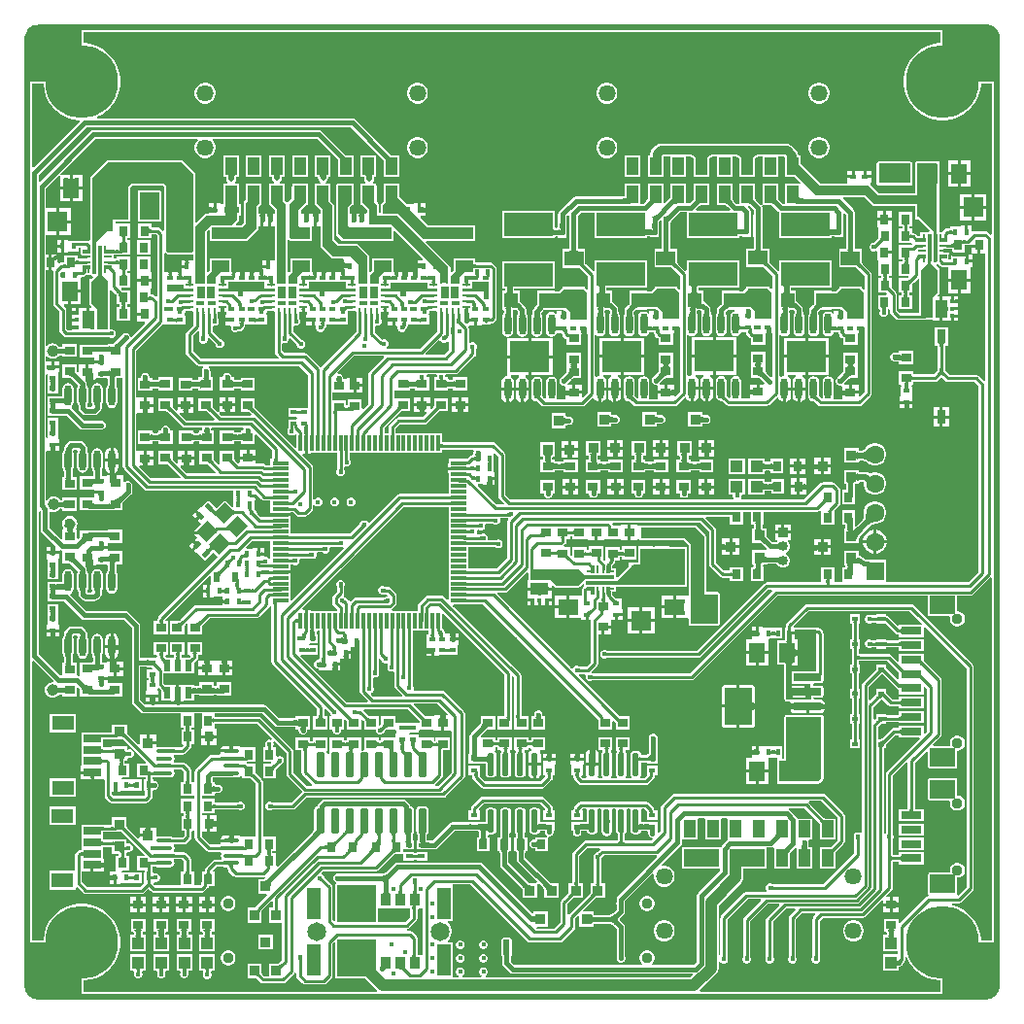
<source format=gbr>
G04*
G04 #@! TF.GenerationSoftware,Altium Limited,Altium Designer,24.1.2 (44)*
G04*
G04 Layer_Physical_Order=1*
G04 Layer_Color=255*
%FSLAX44Y44*%
%MOMM*%
G71*
G04*
G04 #@! TF.SameCoordinates,594C4E7E-5880-4872-9B90-1EBF5E6123A4*
G04*
G04*
G04 #@! TF.FilePolarity,Positive*
G04*
G01*
G75*
%ADD15C,0.2540*%
%ADD16C,0.5080*%
%ADD20C,0.3810*%
G04:AMPARAMS|DCode=31|XSize=1.96mm|YSize=0.57mm|CornerRadius=0.1397mm|HoleSize=0mm|Usage=FLASHONLY|Rotation=270.000|XOffset=0mm|YOffset=0mm|HoleType=Round|Shape=RoundedRectangle|*
%AMROUNDEDRECTD31*
21,1,1.9600,0.2907,0,0,270.0*
21,1,1.6807,0.5700,0,0,270.0*
1,1,0.2793,-0.1454,-0.8404*
1,1,0.2793,-0.1454,0.8404*
1,1,0.2793,0.1454,0.8404*
1,1,0.2793,0.1454,-0.8404*
%
%ADD31ROUNDEDRECTD31*%
%ADD32O,0.6000X1.8000*%
%ADD33R,1.8000X1.4000*%
%ADD34R,1.4000X1.8000*%
%ADD35R,1.8000X1.8000*%
%ADD36R,1.8000X1.8000*%
%ADD37R,1.0000X1.5000*%
%ADD38R,0.8000X0.9000*%
%ADD39O,1.4500X0.3500*%
%ADD40R,0.2500X0.6500*%
%ADD41R,0.6500X0.3000*%
%ADD42R,0.7000X1.0000*%
%ADD43R,0.6500X0.2500*%
%ADD44R,0.6500X0.2286*%
%ADD45R,1.1500X1.3000*%
%ADD46R,0.4500X0.6000*%
%ADD47R,0.5000X0.4500*%
%ADD48R,1.5494X0.6604*%
%ADD49R,0.9500X0.9000*%
%ADD50R,0.9000X0.8000*%
%ADD51R,0.6000X0.4500*%
%ADD52R,1.0000X1.1000*%
%ADD53R,1.8000X0.7000*%
%ADD54R,0.8128X1.0922*%
%ADD55R,0.9000X0.9500*%
G04:AMPARAMS|DCode=56|XSize=2.16mm|YSize=0.72mm|CornerRadius=0.18mm|HoleSize=0mm|Usage=FLASHONLY|Rotation=90.000|XOffset=0mm|YOffset=0mm|HoleType=Round|Shape=RoundedRectangle|*
%AMROUNDEDRECTD56*
21,1,2.1600,0.3600,0,0,90.0*
21,1,1.8000,0.7200,0,0,90.0*
1,1,0.3600,0.1800,0.9000*
1,1,0.3600,0.1800,-0.9000*
1,1,0.3600,-0.1800,-0.9000*
1,1,0.3600,-0.1800,0.9000*
%
%ADD56ROUNDEDRECTD56*%
G04:AMPARAMS|DCode=57|XSize=3.2mm|YSize=2.4mm|CornerRadius=0.048mm|HoleSize=0mm|Usage=FLASHONLY|Rotation=270.000|XOffset=0mm|YOffset=0mm|HoleType=Round|Shape=RoundedRectangle|*
%AMROUNDEDRECTD57*
21,1,3.2000,2.3040,0,0,270.0*
21,1,3.1040,2.4000,0,0,270.0*
1,1,0.0960,-1.1520,-1.5520*
1,1,0.0960,-1.1520,1.5520*
1,1,0.0960,1.1520,1.5520*
1,1,0.0960,1.1520,-1.5520*
%
%ADD57ROUNDEDRECTD57*%
G04:AMPARAMS|DCode=58|XSize=0.7mm|YSize=2.4mm|CornerRadius=0.049mm|HoleSize=0mm|Usage=FLASHONLY|Rotation=270.000|XOffset=0mm|YOffset=0mm|HoleType=Round|Shape=RoundedRectangle|*
%AMROUNDEDRECTD58*
21,1,0.7000,2.3020,0,0,270.0*
21,1,0.6020,2.4000,0,0,270.0*
1,1,0.0980,-1.1510,-0.3010*
1,1,0.0980,-1.1510,0.3010*
1,1,0.0980,1.1510,0.3010*
1,1,0.0980,1.1510,-0.3010*
%
%ADD58ROUNDEDRECTD58*%
%ADD59R,0.3000X0.4500*%
%ADD60R,0.6000X1.0000*%
%ADD61R,0.6000X0.9000*%
%ADD62R,2.4000X0.3000*%
%ADD63R,0.3000X0.6500*%
%ADD64R,0.3000X2.4000*%
%ADD65R,0.6500X0.3000*%
%ADD66R,0.4500X0.3000*%
%ADD67R,1.1000X1.0000*%
%ADD68R,0.8000X1.2000*%
%ADD69R,0.3300X1.3500*%
%ADD70R,1.3500X0.3300*%
G04:AMPARAMS|DCode=71|XSize=1.4mm|YSize=1.2mm|CornerRadius=0mm|HoleSize=0mm|Usage=FLASHONLY|Rotation=45.000|XOffset=0mm|YOffset=0mm|HoleType=Round|Shape=Rectangle|*
%AMROTATEDRECTD71*
4,1,4,-0.0707,-0.9192,-0.9192,-0.0707,0.0707,0.9192,0.9192,0.0707,-0.0707,-0.9192,0.0*
%
%ADD71ROTATEDRECTD71*%

G04:AMPARAMS|DCode=72|XSize=0.45mm|YSize=0.6mm|CornerRadius=0mm|HoleSize=0mm|Usage=FLASHONLY|Rotation=315.000|XOffset=0mm|YOffset=0mm|HoleType=Round|Shape=Rectangle|*
%AMROTATEDRECTD72*
4,1,4,-0.3712,-0.0530,0.0530,0.3712,0.3712,0.0530,-0.0530,-0.3712,-0.3712,-0.0530,0.0*
%
%ADD72ROTATEDRECTD72*%

G04:AMPARAMS|DCode=73|XSize=0.45mm|YSize=0.6mm|CornerRadius=0mm|HoleSize=0mm|Usage=FLASHONLY|Rotation=225.000|XOffset=0mm|YOffset=0mm|HoleType=Round|Shape=Rectangle|*
%AMROTATEDRECTD73*
4,1,4,-0.0530,0.3712,0.3712,-0.0530,0.0530,-0.3712,-0.3712,0.0530,-0.0530,0.3712,0.0*
%
%ADD73ROTATEDRECTD73*%

%ADD74R,1.5000X1.0000*%
%ADD75R,4.2000X2.0000*%
%ADD76R,1.6510X1.2700*%
%ADD77R,1.0000X1.0000*%
%ADD83R,3.4036X2.7178*%
%ADD127R,1.9050X1.2954*%
%ADD128R,1.1938X2.6924*%
%ADD129R,1.1938X2.6920*%
%ADD130R,1.5000X1.0000*%
%ADD131R,1.6000X1.0000*%
%ADD132R,1.0000X1.6000*%
%ADD133C,1.0000*%
%ADD134C,0.7620*%
%ADD135R,2.9575X1.4845*%
%ADD136R,0.5080X1.3165*%
%ADD137R,3.3528X3.1750*%
%ADD138R,2.7152X1.7488*%
%ADD139R,1.7164X2.3622*%
%ADD140R,4.5759X4.5772*%
%ADD141R,4.5898X4.6031*%
%ADD142R,4.5498X4.5450*%
%ADD143R,4.5846X4.5929*%
%ADD144C,1.4580*%
%ADD145C,0.9500*%
%ADD146C,1.6510*%
%ADD147C,1.0000*%
%ADD148C,6.3500*%
%ADD149R,0.8500X0.8500*%
%ADD150C,0.8500*%
%ADD151R,1.6000X1.6000*%
%ADD152C,1.6000*%
%ADD153C,0.4000*%
G36*
X53318Y819082D02*
X53154Y818839D01*
X53010Y818558D01*
X52886Y818240D01*
X52780Y817885D01*
X52694Y817493D01*
X52626Y817063D01*
X52578Y816597D01*
X52540Y815553D01*
X47460D01*
X47450Y816094D01*
X47374Y817063D01*
X47306Y817493D01*
X47220Y817885D01*
X47114Y818240D01*
X46990Y818558D01*
X46846Y818839D01*
X46682Y819082D01*
X46500Y819289D01*
X53500D01*
X53318Y819082D01*
D02*
G37*
G36*
X641428Y736600D02*
X639980Y736524D01*
X638684Y736295D01*
X637541Y735914D01*
X636551Y735381D01*
X635713Y734695D01*
X635027Y733857D01*
X634493Y732866D01*
X634112Y731723D01*
X633884Y730428D01*
X633807Y728980D01*
X626188D01*
X626111Y730428D01*
X625883Y731723D01*
X625502Y732866D01*
X624968Y733857D01*
X624282Y734695D01*
X623444Y735381D01*
X622454Y735914D01*
X621311Y736295D01*
X620015Y736524D01*
X618568Y736600D01*
X629997Y744220D01*
X641428Y736600D01*
D02*
G37*
G36*
X601427D02*
X599980Y736524D01*
X598684Y736295D01*
X597541Y735914D01*
X596551Y735381D01*
X595713Y734695D01*
X595027Y733857D01*
X594493Y732866D01*
X594112Y731723D01*
X593884Y730428D01*
X593807Y728980D01*
X586188D01*
X586111Y730428D01*
X585883Y731723D01*
X585502Y732866D01*
X584968Y733857D01*
X584282Y734695D01*
X583444Y735381D01*
X582454Y735914D01*
X581311Y736295D01*
X580015Y736524D01*
X578568Y736600D01*
X589997Y744220D01*
X601427Y736600D01*
D02*
G37*
G36*
X16472Y797361D02*
X17298Y792149D01*
X18928Y787130D01*
X21324Y782428D01*
X24426Y778158D01*
X28158Y774426D01*
X32427Y771324D01*
X37130Y768928D01*
X42149Y767298D01*
X47361Y766472D01*
X47772D01*
X48250Y765317D01*
X8103Y725170D01*
X6948Y725648D01*
Y798187D01*
X16472D01*
Y797361D01*
D02*
G37*
G36*
X798187Y833528D02*
X797361D01*
X792149Y832702D01*
X787130Y831072D01*
X782428Y828676D01*
X778158Y825574D01*
X774426Y821842D01*
X771324Y817572D01*
X768928Y812870D01*
X767298Y807851D01*
X766472Y802639D01*
Y797361D01*
X767298Y792149D01*
X768928Y787130D01*
X771324Y782428D01*
X774426Y778158D01*
X778158Y774426D01*
X782428Y771324D01*
X787130Y768928D01*
X792149Y767298D01*
X797361Y766472D01*
X802639D01*
X807851Y767298D01*
X812870Y768928D01*
X817572Y771324D01*
X821842Y774426D01*
X825574Y778158D01*
X828676Y782428D01*
X831072Y787130D01*
X832702Y792149D01*
X833528Y797361D01*
Y798187D01*
X843140D01*
Y666809D01*
X841890Y666292D01*
X839662Y668519D01*
X838654Y669193D01*
X837465Y669429D01*
X828038D01*
X826911Y669205D01*
X826834Y669201D01*
X825661Y669902D01*
Y674437D01*
X822141D01*
Y668897D01*
X819601D01*
Y674437D01*
X816081D01*
Y673837D01*
X814898Y673675D01*
Y673675D01*
X806842D01*
Y672023D01*
X806810Y672018D01*
X806660Y672005D01*
X803882D01*
X802693Y671768D01*
X801685Y671094D01*
X800197Y669606D01*
X799630Y668758D01*
X797131D01*
X797131Y679713D01*
X797520D01*
Y701269D01*
X797131D01*
Y708919D01*
X797520D01*
Y730475D01*
X795697D01*
X795318Y730550D01*
X777793D01*
X777100Y730412D01*
X776511Y730019D01*
X776118Y729431D01*
X775980Y728737D01*
Y702853D01*
X773485D01*
Y702924D01*
X760929D01*
Y702853D01*
X756327D01*
Y702924D01*
X744335D01*
X737317Y709942D01*
Y711015D01*
X737317Y711082D01*
X737479Y712265D01*
X738079D01*
Y715785D01*
X732539D01*
Y717055D01*
X731269D01*
Y721845D01*
X723647D01*
Y717055D01*
X722377D01*
Y715785D01*
X716837D01*
Y712271D01*
X716837Y712265D01*
X716823Y711021D01*
X694230D01*
X676776Y728475D01*
Y735776D01*
X674438D01*
X674071Y737619D01*
X673935Y737822D01*
X673875Y738127D01*
X672640Y739975D01*
X668176Y744439D01*
X666328Y745674D01*
X664147Y746107D01*
X554461D01*
X552281Y745674D01*
X550433Y744439D01*
X547159Y741165D01*
X545924Y739317D01*
X545490Y737136D01*
Y735776D01*
X543220D01*
Y717220D01*
X556776D01*
Y727138D01*
X556885Y727688D01*
Y734713D01*
X563220D01*
Y717220D01*
X576776D01*
Y734713D01*
X579848D01*
X580864Y734533D01*
X581732Y734244D01*
X582431Y733867D01*
X582994Y733407D01*
X583220Y733131D01*
Y717220D01*
X596776D01*
Y733131D01*
X597001Y733407D01*
X597564Y733867D01*
X598263Y734244D01*
X599131Y734533D01*
X600147Y734713D01*
X603220D01*
Y717220D01*
X616776D01*
Y734713D01*
X619848D01*
X620864Y734533D01*
X621732Y734244D01*
X622431Y733867D01*
X622994Y733407D01*
X623220Y733131D01*
Y717220D01*
X636776D01*
Y733131D01*
X637001Y733407D01*
X637564Y733867D01*
X638263Y734244D01*
X639131Y734533D01*
X640147Y734713D01*
X643220D01*
Y717220D01*
X656776D01*
Y734713D01*
X661788D01*
X663110Y733390D01*
Y727688D01*
X663220Y727138D01*
Y717220D01*
X671275D01*
X676469Y712026D01*
X675951Y710776D01*
X663220D01*
Y693365D01*
X660941D01*
X658269Y696038D01*
X657627Y696728D01*
X657163Y697306D01*
X656809Y697812D01*
X656776Y697870D01*
Y710776D01*
X643220D01*
Y693368D01*
X643220Y692706D01*
X642080Y692360D01*
X642080D01*
X642080D01*
X641192Y693114D01*
X638269Y696037D01*
X637627Y696728D01*
X637163Y697306D01*
X636809Y697812D01*
X636776Y697870D01*
Y710776D01*
X623220D01*
Y693686D01*
X620620D01*
X618269Y696038D01*
X617627Y696728D01*
X617163Y697306D01*
X616809Y697812D01*
X616776Y697870D01*
Y710776D01*
X603220D01*
Y692220D01*
X611126D01*
X611184Y692187D01*
X611670Y691847D01*
X612781Y690904D01*
X615003Y688682D01*
X614525Y687527D01*
X585470D01*
X584992Y688682D01*
X587036Y690727D01*
X587728Y691369D01*
X588305Y691833D01*
X588811Y692187D01*
X588870Y692220D01*
X596776D01*
Y710776D01*
X583220D01*
Y697870D01*
X583186Y697812D01*
X582846Y697326D01*
X581903Y696215D01*
X579458Y693770D01*
X576776D01*
Y710776D01*
X563220D01*
Y699190D01*
X562274Y698559D01*
X557930Y694215D01*
X556776Y694693D01*
Y710776D01*
X543220D01*
Y697870D01*
X543186Y697812D01*
X542846Y697326D01*
X541903Y696215D01*
X539054Y693365D01*
X536776D01*
Y710776D01*
X523220D01*
Y700090D01*
X523094Y700039D01*
X522790Y699958D01*
X522370Y699888D01*
X522075Y699862D01*
X480481D01*
X479044Y699576D01*
X477825Y698762D01*
X466172Y687109D01*
X465358Y685891D01*
X465072Y684454D01*
Y683722D01*
X464597D01*
Y681935D01*
X464593Y681914D01*
X464597Y681892D01*
Y675996D01*
X464593Y675975D01*
X464597Y675953D01*
Y674166D01*
X464597D01*
Y673562D01*
X463877Y672556D01*
X463638Y672539D01*
X463258D01*
X462963Y672565D01*
X462543Y672635D01*
X462239Y672716D01*
X462114Y672767D01*
Y687021D01*
X416558D01*
Y663465D01*
X460290D01*
X460313Y663460D01*
X460334Y663465D01*
X462114D01*
Y664855D01*
X462174Y664876D01*
X462469Y664943D01*
X463284Y665029D01*
X463770D01*
X463855Y665026D01*
X464319Y664983D01*
X464597Y664941D01*
Y664006D01*
X466384D01*
X466405Y664002D01*
X466427Y664006D01*
X472653D01*
Y671732D01*
X472657Y671753D01*
X472653Y671775D01*
Y673562D01*
X472653D01*
X472653Y674166D01*
X472653Y674166D01*
Y675953D01*
X472657Y675975D01*
X472653Y675996D01*
Y681892D01*
X472657Y681914D01*
X472653Y681935D01*
Y681976D01*
X472655Y681993D01*
X472653Y682052D01*
Y682725D01*
X473427Y683337D01*
X474598Y682821D01*
Y681935D01*
X474593Y681914D01*
X474598Y681892D01*
Y681852D01*
X474595Y681835D01*
X474598Y681824D01*
Y675996D01*
X474593Y675975D01*
X474598Y675953D01*
Y674166D01*
X474598D01*
X474598Y673562D01*
X474598Y673562D01*
Y671775D01*
X474593Y671753D01*
X474598Y671732D01*
Y665836D01*
X474593Y665815D01*
X474598Y665793D01*
Y664006D01*
X474814D01*
X474870Y663173D01*
Y655193D01*
X474845Y654897D01*
X474775Y654477D01*
X474694Y654172D01*
X474645Y654051D01*
X468674D01*
Y637795D01*
X483348D01*
X483411Y637761D01*
X483730Y637549D01*
X485187Y636318D01*
X491014Y630490D01*
Y619347D01*
X489859Y618869D01*
X488740Y619989D01*
Y621031D01*
X486948D01*
X486946Y621031D01*
X486944Y621031D01*
X468674D01*
Y619908D01*
X465707Y616942D01*
X462368D01*
Y617628D01*
X447312D01*
Y607870D01*
X447308Y607848D01*
X447312Y607827D01*
Y606702D01*
X447194Y606508D01*
X446863Y606049D01*
X446001Y605047D01*
X443989Y603036D01*
X443175Y601817D01*
X442889Y600380D01*
Y599085D01*
X442868Y598762D01*
X442764Y597923D01*
X442707Y597640D01*
X442645Y597407D01*
X442590Y597252D01*
X442555Y597179D01*
X442479Y597062D01*
X442438Y596958D01*
X442093Y596442D01*
X441722Y594578D01*
Y582578D01*
X442093Y580714D01*
X443149Y579133D01*
X444730Y578077D01*
X446594Y577706D01*
X448458Y578077D01*
X450039Y579133D01*
X451095Y580714D01*
X451466Y582578D01*
Y594578D01*
X451095Y596442D01*
X450759Y596945D01*
X450722Y597041D01*
X450671Y597122D01*
X450655Y597159D01*
X450610Y597298D01*
X450556Y597527D01*
X450511Y597788D01*
X450434Y598859D01*
X451223Y599648D01*
X451768Y600158D01*
X452314Y600605D01*
X452791Y600949D01*
X452994Y601072D01*
X454132D01*
X454154Y601068D01*
X454175Y601072D01*
X462368D01*
Y601280D01*
X470064D01*
X470195Y601083D01*
X469527Y599833D01*
X464277D01*
Y597971D01*
X463027Y597591D01*
X462739Y598023D01*
X461158Y599079D01*
X459294Y599450D01*
X457430Y599079D01*
X455849Y598023D01*
X454793Y596442D01*
X454422Y594578D01*
Y582578D01*
X454793Y580714D01*
X455849Y579133D01*
X457430Y578077D01*
X459294Y577706D01*
X461158Y578077D01*
X462739Y579133D01*
X463795Y580714D01*
X463833Y580908D01*
X465039Y581015D01*
Y581015D01*
X466826D01*
X466847Y581010D01*
X466869Y581015D01*
X468422D01*
X468427Y580984D01*
X468439Y580838D01*
Y580291D01*
X468676Y579102D01*
X469349Y578094D01*
X470837Y576606D01*
X471846Y575932D01*
X472428Y575817D01*
Y570296D01*
X484984D01*
Y580252D01*
X485816D01*
Y580849D01*
X485391D01*
X485322Y582853D01*
X485816D01*
Y585042D01*
X488356D01*
Y582853D01*
X489269D01*
X489256Y582833D01*
X489244Y582773D01*
X489234Y582673D01*
X489211Y582132D01*
X489201Y580849D01*
X488356D01*
Y580252D01*
X491014D01*
Y529227D01*
X486900Y525114D01*
X485746Y525592D01*
Y527812D01*
X478706D01*
X474267D01*
Y525272D01*
X474228Y525634D01*
X474113Y525958D01*
X473921Y526244D01*
X473652Y526491D01*
X473307Y526701D01*
X472884Y526872D01*
X472385Y527006D01*
X471809Y527101D01*
X471666Y527113D01*
Y523138D01*
X464370D01*
X464144Y523560D01*
X463829Y524388D01*
X464166Y526078D01*
Y538078D01*
X463795Y539942D01*
X462739Y541523D01*
X461158Y542579D01*
X459294Y542950D01*
X457430Y542579D01*
X455849Y541523D01*
X454793Y539942D01*
X454422Y538078D01*
Y526078D01*
X454759Y524388D01*
X454673Y524162D01*
X453408Y523819D01*
X453194Y523873D01*
X451904Y525163D01*
X451703Y525390D01*
X451438Y525724D01*
X451405Y525774D01*
X451466Y526078D01*
Y538078D01*
X451095Y539942D01*
X450039Y541523D01*
X448458Y542579D01*
X446594Y542950D01*
X444730Y542579D01*
X443149Y541523D01*
X442093Y539942D01*
X441722Y538078D01*
Y526078D01*
X442093Y524214D01*
X443149Y522633D01*
X444730Y521577D01*
X446594Y521206D01*
X446907Y521269D01*
X447554Y520723D01*
X450444Y517832D01*
X451453Y517159D01*
X452642Y516922D01*
X486212D01*
X487401Y517159D01*
X488409Y517832D01*
X495125Y524548D01*
X496076Y524259D01*
X496400Y524056D01*
X497548Y522337D01*
X499381Y521113D01*
X500272Y520935D01*
Y532331D01*
X501542D01*
Y533601D01*
X507191D01*
Y538331D01*
X506761Y540493D01*
X505536Y542325D01*
X504229Y543199D01*
X504608Y544449D01*
X511176D01*
X511556Y543199D01*
X510248Y542325D01*
X509024Y540493D01*
X508594Y538331D01*
Y533601D01*
X514242D01*
X519891D01*
Y538331D01*
X519461Y540493D01*
X518237Y542325D01*
X516929Y543199D01*
X517308Y544449D01*
X519629D01*
Y559308D01*
X501341D01*
Y545197D01*
X501341Y544449D01*
X500381Y543749D01*
X499381Y543550D01*
X498480Y542948D01*
X497230Y543616D01*
Y578607D01*
X498480Y579131D01*
X499678Y578330D01*
X501542Y577960D01*
X503407Y578330D01*
X504987Y579386D01*
X506043Y580967D01*
X506414Y582831D01*
Y594831D01*
X506196Y595925D01*
X506186Y596076D01*
X506153Y596144D01*
X506146Y596177D01*
X506138Y596228D01*
X506133Y596242D01*
X506043Y596696D01*
X505969Y596807D01*
X505919Y597001D01*
X505873Y597269D01*
X505717Y599436D01*
Y599922D01*
X505742Y600213D01*
X505811Y600628D01*
X505892Y600928D01*
X505951Y601072D01*
X509113D01*
X510068Y600117D01*
Y599119D01*
X510056Y598679D01*
X509975Y597729D01*
X509857Y596958D01*
X509827Y596823D01*
X509742Y596696D01*
X509651Y596242D01*
X509646Y596228D01*
X509638Y596177D01*
X509632Y596144D01*
X509598Y596076D01*
X509588Y595925D01*
X509371Y594831D01*
Y582831D01*
X509742Y580967D01*
X510798Y579386D01*
X512378Y578330D01*
X514242Y577960D01*
X516107Y578330D01*
X517687Y579386D01*
X518743Y580967D01*
X519114Y582831D01*
Y594831D01*
X518743Y596696D01*
X518431Y597163D01*
X518406Y597235D01*
X518361Y597286D01*
X518334Y597349D01*
X518177Y597581D01*
X518073Y597774D01*
X517967Y598022D01*
X517866Y598323D01*
X517774Y598679D01*
X517694Y599090D01*
X517632Y599534D01*
X517579Y600269D01*
Y601673D01*
X517293Y603110D01*
X516479Y604328D01*
X512900Y607906D01*
X511708Y608703D01*
Y617628D01*
X507292D01*
X507243Y617748D01*
X507161Y618054D01*
X507092Y618474D01*
X507066Y618770D01*
Y619176D01*
X507092Y619472D01*
X507161Y619892D01*
X507243Y620197D01*
X507292Y620318D01*
X542462D01*
Y643874D01*
X496906D01*
Y635156D01*
X495656Y634639D01*
X489537Y640757D01*
X489105Y641220D01*
X488804Y641592D01*
X488740Y641683D01*
Y654051D01*
X482607D01*
X482558Y654172D01*
X482476Y654477D01*
X482407Y654897D01*
X482381Y655193D01*
Y663946D01*
X482382Y664006D01*
X482654D01*
Y665793D01*
X482658Y665815D01*
X482654Y665836D01*
Y671732D01*
X482658Y671753D01*
X482654Y671775D01*
Y673562D01*
X482654D01*
X482654Y674166D01*
X482654Y674166D01*
Y675953D01*
X482658Y675975D01*
X482654Y675996D01*
Y681824D01*
X482656Y681835D01*
X482654Y681852D01*
Y681892D01*
X482658Y681914D01*
X482654Y681935D01*
Y683416D01*
X485093Y685855D01*
X496906D01*
Y663718D01*
X540639D01*
X540661Y663714D01*
X540682Y663718D01*
X542462D01*
Y665108D01*
X542523Y665129D01*
X542817Y665196D01*
X543633Y665282D01*
X544118D01*
X544203Y665279D01*
X544668Y665236D01*
X544945Y665194D01*
Y664259D01*
X546732D01*
X546754Y664255D01*
X546776Y664259D01*
X553001D01*
Y671985D01*
X553006Y672007D01*
X553001Y672029D01*
Y673815D01*
X553001D01*
X553001Y674419D01*
X553001Y674419D01*
Y676206D01*
X553006Y676228D01*
X553001Y676250D01*
Y678278D01*
X553101Y678450D01*
X553434Y678929D01*
X553696Y679240D01*
X554946Y678783D01*
Y676250D01*
X554942Y676228D01*
X554946Y676206D01*
Y674419D01*
X554946D01*
X554946Y673815D01*
X554946Y673815D01*
Y672029D01*
X554942Y672007D01*
X554946Y671985D01*
Y666090D01*
X554942Y666068D01*
X554946Y666046D01*
Y664259D01*
X555163D01*
X555219Y663427D01*
Y655446D01*
X555193Y655151D01*
X555123Y654730D01*
X555042Y654425D01*
X554993Y654304D01*
X549022D01*
Y638048D01*
X563696D01*
X563759Y638014D01*
X564078Y637803D01*
X565535Y636571D01*
X571362Y630744D01*
Y619601D01*
X570208Y619122D01*
X569088Y620242D01*
Y621284D01*
X567296D01*
X567294Y621285D01*
X567293Y621284D01*
X549022D01*
Y620162D01*
X546055Y617195D01*
X542708D01*
Y617628D01*
X527652D01*
Y606945D01*
X527511Y606717D01*
X527179Y606262D01*
X526341Y605292D01*
X524338Y603289D01*
X523524Y602071D01*
X523238Y600634D01*
Y599338D01*
X523216Y599015D01*
X523112Y598176D01*
X523056Y597893D01*
X522993Y597660D01*
X522938Y597505D01*
X522903Y597432D01*
X522828Y597316D01*
X522786Y597211D01*
X522442Y596696D01*
X522071Y594831D01*
Y582831D01*
X522442Y580967D01*
X523498Y579386D01*
X525078Y578330D01*
X526942Y577960D01*
X528807Y578330D01*
X530387Y579386D01*
X531443Y580967D01*
X531814Y582831D01*
Y594831D01*
X531443Y596696D01*
X531107Y597198D01*
X531071Y597294D01*
X531020Y597375D01*
X531003Y597412D01*
X530959Y597552D01*
X530904Y597781D01*
X530859Y598041D01*
X530783Y599113D01*
X531360Y599690D01*
X531878Y600176D01*
X532427Y600630D01*
X532906Y600980D01*
X533054Y601072D01*
X542708D01*
Y601533D01*
X550412D01*
X550543Y601337D01*
X549875Y600087D01*
X544625D01*
Y598224D01*
X543375Y597845D01*
X543087Y598276D01*
X541507Y599332D01*
X539642Y599703D01*
X537778Y599332D01*
X536198Y598276D01*
X535142Y596696D01*
X534771Y594831D01*
Y582831D01*
X535142Y580967D01*
X536198Y579386D01*
X537778Y578330D01*
X539642Y577960D01*
X541507Y578330D01*
X543087Y579386D01*
X544143Y580967D01*
X544182Y581161D01*
X545387Y581268D01*
Y581268D01*
X547174D01*
X547196Y581264D01*
X547218Y581268D01*
X548770D01*
X548775Y581238D01*
X548787Y581092D01*
Y580545D01*
X549024Y579356D01*
X549698Y578347D01*
X551186Y576859D01*
X552194Y576186D01*
X552776Y576070D01*
Y570549D01*
X565332D01*
Y580505D01*
X566165D01*
Y583014D01*
X566068Y583079D01*
X565938Y583106D01*
X566165Y583105D01*
Y585295D01*
X568705D01*
Y583087D01*
X570404Y583076D01*
X570434Y580505D01*
X571362D01*
Y529481D01*
X567249Y525367D01*
X566094Y525845D01*
Y528065D01*
X559054D01*
X552014D01*
Y523391D01*
X544718D01*
X544493Y523813D01*
X544178Y524641D01*
X544514Y526331D01*
Y538331D01*
X544143Y540196D01*
X543087Y541776D01*
X541507Y542832D01*
X539642Y543203D01*
X537778Y542832D01*
X536198Y541776D01*
X535142Y540196D01*
X534771Y538331D01*
Y526331D01*
X535107Y524641D01*
X535021Y524415D01*
X533756Y524073D01*
X533542Y524126D01*
X532253Y525416D01*
X532052Y525643D01*
X531787Y525978D01*
X531753Y526027D01*
X531814Y526331D01*
Y538331D01*
X531443Y540196D01*
X530387Y541776D01*
X528807Y542832D01*
X526942Y543203D01*
X525078Y542832D01*
X523498Y541776D01*
X522442Y540196D01*
X522071Y538331D01*
Y526331D01*
X522442Y524467D01*
X523498Y522887D01*
X525078Y521830D01*
X526942Y521460D01*
X527255Y521522D01*
X527903Y520976D01*
X530793Y518086D01*
X531801Y517412D01*
X532990Y517175D01*
X566560D01*
X567749Y517412D01*
X568757Y518086D01*
X575455Y524783D01*
X576268Y524537D01*
X576731Y524291D01*
X577867Y522590D01*
X579700Y521366D01*
X580592Y521189D01*
Y532584D01*
X581862D01*
Y533854D01*
X587510D01*
Y538585D01*
X587080Y540746D01*
X585856Y542579D01*
X584548Y543452D01*
X584927Y544702D01*
X591496D01*
X591875Y543452D01*
X590567Y542579D01*
X589343Y540746D01*
X588913Y538585D01*
Y533854D01*
X594562D01*
X600210D01*
Y538585D01*
X599780Y540746D01*
X598556Y542579D01*
X597248Y543452D01*
X597627Y544702D01*
X599948D01*
Y559561D01*
X581660D01*
Y545451D01*
X581660Y544702D01*
X580700Y544002D01*
X579700Y543803D01*
X578828Y543220D01*
X577578Y543889D01*
Y578816D01*
X578828Y579365D01*
X579997Y578584D01*
X581862Y578213D01*
X583726Y578584D01*
X585306Y579640D01*
X586362Y581220D01*
X586733Y583084D01*
Y595084D01*
X586516Y596178D01*
X586506Y596329D01*
X586472Y596397D01*
X586465Y596430D01*
X586457Y596481D01*
X586453Y596495D01*
X586362Y596949D01*
X586288Y597060D01*
X586239Y597255D01*
X586192Y597522D01*
X586036Y599689D01*
Y599922D01*
X586052Y600106D01*
X586833Y600829D01*
X587048Y601000D01*
X589421D01*
X590387Y600033D01*
Y598576D01*
X590333Y597566D01*
X590309Y597355D01*
X590302Y597309D01*
X590061Y596949D01*
X589690Y595084D01*
Y583084D01*
X590061Y581220D01*
X591117Y579640D01*
X592697Y578584D01*
X594562Y578213D01*
X596426Y578584D01*
X598006Y579640D01*
X599062Y581220D01*
X599433Y583084D01*
Y595084D01*
X599062Y596949D01*
X598703Y597487D01*
X598654Y597603D01*
X598496Y597834D01*
X598392Y598027D01*
X598286Y598275D01*
X598186Y598576D01*
X598093Y598933D01*
X598013Y599343D01*
X597951Y599787D01*
X597898Y600522D01*
Y601588D01*
X597612Y603025D01*
X596798Y604244D01*
X593631Y607410D01*
X592413Y608224D01*
X592028Y608301D01*
Y617628D01*
X587611D01*
X587562Y617748D01*
X587480Y618054D01*
X587411Y618474D01*
X587385Y618770D01*
Y619429D01*
X587411Y619725D01*
X587480Y620146D01*
X587562Y620451D01*
X587611Y620571D01*
X622781D01*
Y644127D01*
X577225D01*
Y635439D01*
X575975Y634921D01*
X569886Y641011D01*
X569453Y641474D01*
X569152Y641845D01*
X569088Y641936D01*
Y654304D01*
X562955D01*
X562906Y654425D01*
X562825Y654730D01*
X562755Y655151D01*
X562729Y655446D01*
Y664199D01*
X562731Y664259D01*
X563002D01*
Y666046D01*
X563006Y666068D01*
X563002Y666090D01*
Y671985D01*
X563006Y672007D01*
X563002Y672029D01*
Y673815D01*
X563002D01*
X563002Y674419D01*
X563002Y674419D01*
Y676101D01*
X563031Y676473D01*
X563101Y676789D01*
X563238Y677179D01*
X563452Y677638D01*
X563748Y678158D01*
X564129Y678732D01*
X564585Y679339D01*
X565614Y680527D01*
X571347Y686259D01*
X577225D01*
Y663971D01*
X620958D01*
X620980Y663967D01*
X621002Y663971D01*
X622781D01*
Y665362D01*
X622842Y665383D01*
X623136Y665449D01*
X623952Y665535D01*
X624438D01*
X624523Y665533D01*
X624987Y665490D01*
X625265Y665448D01*
Y664512D01*
X627051D01*
X627073Y664508D01*
X627095Y664512D01*
X633321D01*
Y672238D01*
X633325Y672260D01*
X633321Y672282D01*
Y674069D01*
X633321D01*
X633321Y674672D01*
X633321Y674673D01*
Y676459D01*
X633325Y676481D01*
X633321Y676503D01*
Y682398D01*
X633325Y682420D01*
X633321Y682442D01*
Y684229D01*
X633104D01*
X633048Y685061D01*
Y686428D01*
X632762Y687865D01*
X631948Y689083D01*
X630616Y690415D01*
X631022Y691776D01*
X631598Y691897D01*
X631670Y691847D01*
X632781Y690904D01*
X635538Y688147D01*
Y684288D01*
X635536Y684229D01*
X635265D01*
Y682442D01*
X635261Y682420D01*
X635265Y682398D01*
Y676503D01*
X635261Y676481D01*
X635265Y676459D01*
Y674673D01*
X635265D01*
X635265Y674069D01*
X635265Y674069D01*
Y672282D01*
X635261Y672260D01*
X635265Y672238D01*
Y666343D01*
X635261Y666321D01*
X635265Y666299D01*
Y664512D01*
X635482D01*
X635538Y663680D01*
Y655700D01*
X635512Y655404D01*
X635443Y654983D01*
X635361Y654678D01*
X635312Y654558D01*
X629341D01*
Y638302D01*
X644015D01*
X644078Y638268D01*
X644397Y638056D01*
X645854Y636824D01*
X651682Y630997D01*
Y619854D01*
X650527Y619375D01*
X649407Y620495D01*
Y621538D01*
X647615D01*
X647614Y621538D01*
X647612Y621538D01*
X629341D01*
Y620415D01*
X626375Y617448D01*
X623028D01*
Y617628D01*
X607972D01*
Y607217D01*
X607803Y606943D01*
X607474Y606491D01*
X606647Y605533D01*
X604657Y603542D01*
X603843Y602324D01*
X603557Y600887D01*
Y599591D01*
X603535Y599268D01*
X603431Y598429D01*
X603375Y598146D01*
X603312Y597913D01*
X603257Y597758D01*
X603223Y597685D01*
X603147Y597569D01*
X603105Y597464D01*
X602761Y596949D01*
X602390Y595084D01*
Y583084D01*
X602761Y581220D01*
X603817Y579640D01*
X605397Y578584D01*
X607262Y578213D01*
X609126Y578584D01*
X610706Y579640D01*
X611762Y581220D01*
X612133Y583084D01*
Y595084D01*
X611762Y596949D01*
X611427Y597451D01*
X611390Y597547D01*
X611339Y597628D01*
X611323Y597665D01*
X611278Y597805D01*
X611224Y598034D01*
X611179Y598294D01*
X611102Y599366D01*
X611437Y599701D01*
X611963Y600195D01*
X612519Y600655D01*
X613001Y601009D01*
X613103Y601072D01*
X619165D01*
X619288Y599822D01*
X618097Y599585D01*
X616517Y598529D01*
X615461Y596949D01*
X615090Y595084D01*
Y583084D01*
X615461Y581220D01*
X616517Y579640D01*
X618097Y578584D01*
X619962Y578213D01*
X621826Y578584D01*
X623406Y579640D01*
X624462Y581220D01*
X624501Y581414D01*
X625706Y581521D01*
Y581521D01*
X627493D01*
X627515Y581517D01*
X627537Y581521D01*
X629089D01*
X629094Y581491D01*
X629107Y581345D01*
Y580798D01*
X629343Y579609D01*
X630017Y578601D01*
X631505Y577113D01*
X632513Y576439D01*
X633095Y576323D01*
Y570802D01*
X645651D01*
Y580759D01*
X646484D01*
Y582923D01*
X646376Y583078D01*
X646202Y583233D01*
X646005Y583327D01*
X645785Y583359D01*
X646484Y583355D01*
Y585549D01*
X649024D01*
Y583340D01*
X650723Y583329D01*
X650749Y580759D01*
X651682D01*
Y543016D01*
X650432Y542498D01*
X647155Y545775D01*
X646509Y546471D01*
X646049Y547045D01*
X645699Y547549D01*
X645650Y547634D01*
Y549144D01*
X645654Y549166D01*
X645650Y549188D01*
Y552643D01*
X645652D01*
Y564199D01*
X633096D01*
Y553525D01*
X633094D01*
Y541969D01*
X638432D01*
X638453Y541965D01*
X638475Y541969D01*
X639985D01*
X640070Y541920D01*
X640554Y541584D01*
X641664Y540645D01*
X645025Y537283D01*
X644547Y536128D01*
X640643D01*
Y529588D01*
X639373D01*
Y528318D01*
X634934D01*
Y527051D01*
X634909Y527166D01*
X634833Y527269D01*
X634706Y527360D01*
X634528Y527438D01*
X634299Y527505D01*
X634020Y527559D01*
X633689Y527602D01*
X632877Y527650D01*
X632394Y527656D01*
Y528318D01*
X632333D01*
Y523644D01*
X625037D01*
X624812Y524066D01*
X624497Y524894D01*
X624833Y526585D01*
Y538585D01*
X624462Y540449D01*
X623406Y542029D01*
X621826Y543085D01*
X619962Y543456D01*
X618097Y543085D01*
X616517Y542029D01*
X615461Y540449D01*
X615090Y538585D01*
Y526585D01*
X615426Y524894D01*
X615340Y524669D01*
X614076Y524326D01*
X613861Y524380D01*
X612572Y525669D01*
X612371Y525896D01*
X612106Y526231D01*
X612073Y526280D01*
X612133Y526585D01*
Y538585D01*
X611762Y540449D01*
X610706Y542029D01*
X609126Y543085D01*
X607262Y543456D01*
X605397Y543085D01*
X603817Y542029D01*
X602761Y540449D01*
X602390Y538585D01*
Y526585D01*
X602761Y524720D01*
X603817Y523140D01*
X605397Y522084D01*
X607262Y521713D01*
X607574Y521775D01*
X608222Y521229D01*
X611112Y518339D01*
X612120Y517665D01*
X613310Y517429D01*
X646879D01*
X648068Y517665D01*
X649077Y518339D01*
X655850Y525112D01*
X657046Y524749D01*
X657161Y524170D01*
X658385Y522337D01*
X660218Y521113D01*
X661110Y520935D01*
Y532331D01*
X662380D01*
Y533601D01*
X668028D01*
Y538331D01*
X667598Y540493D01*
X666374Y542325D01*
X665066Y543199D01*
X665445Y544449D01*
X672014D01*
X672393Y543199D01*
X671085Y542325D01*
X669861Y540493D01*
X669431Y538331D01*
Y533601D01*
X675080D01*
X680728D01*
Y538331D01*
X680298Y540493D01*
X679074Y542325D01*
X677766Y543199D01*
X678145Y544449D01*
X680466D01*
Y559308D01*
X662178D01*
Y545197D01*
X662178Y544449D01*
X661218Y543749D01*
X660218Y543550D01*
X659147Y542834D01*
X657897Y543503D01*
Y578861D01*
X659147Y579245D01*
X660515Y578330D01*
X662380Y577960D01*
X664244Y578330D01*
X665824Y579386D01*
X666880Y580967D01*
X667251Y582831D01*
Y594831D01*
X667034Y595925D01*
X667024Y596076D01*
X666990Y596144D01*
X666983Y596177D01*
X666975Y596228D01*
X666971Y596242D01*
X666880Y596696D01*
X666806Y596807D01*
X666757Y597001D01*
X666710Y597269D01*
X666554Y599436D01*
Y599922D01*
X666580Y600213D01*
X666649Y600628D01*
X666729Y600928D01*
X666788Y601072D01*
X669950D01*
X670905Y600117D01*
Y599119D01*
X670894Y598679D01*
X670812Y597729D01*
X670694Y596958D01*
X670664Y596823D01*
X670579Y596696D01*
X670489Y596242D01*
X670484Y596228D01*
X670476Y596177D01*
X670469Y596144D01*
X670435Y596076D01*
X670426Y595925D01*
X670208Y594831D01*
Y582831D01*
X670579Y580967D01*
X671635Y579386D01*
X673215Y578330D01*
X675080Y577960D01*
X676944Y578330D01*
X678524Y579386D01*
X679580Y580967D01*
X679951Y582831D01*
Y594831D01*
X679580Y596696D01*
X679268Y597163D01*
X679243Y597235D01*
X679198Y597286D01*
X679172Y597349D01*
X679014Y597581D01*
X678910Y597774D01*
X678804Y598022D01*
X678704Y598323D01*
X678611Y598679D01*
X678531Y599090D01*
X678469Y599534D01*
X678416Y600269D01*
Y601673D01*
X678130Y603110D01*
X677316Y604328D01*
X673737Y607906D01*
X672548Y608701D01*
Y617628D01*
X668129D01*
X668080Y617748D01*
X667998Y618054D01*
X667929Y618474D01*
X667903Y618770D01*
Y619176D01*
X667929Y619472D01*
X667998Y619892D01*
X668080Y620197D01*
X668129Y620318D01*
X703299D01*
Y643874D01*
X657743D01*
Y635493D01*
X656493Y634975D01*
X650205Y641264D01*
X649773Y641727D01*
X649472Y642098D01*
X649407Y642189D01*
Y654558D01*
X643274D01*
X643225Y654678D01*
X643144Y654983D01*
X643074Y655404D01*
X643048Y655700D01*
Y664453D01*
X643050Y664512D01*
X643321D01*
Y666299D01*
X643326Y666321D01*
X643321Y666343D01*
Y672238D01*
X643326Y672260D01*
X643321Y672282D01*
Y674069D01*
X643321D01*
X643321Y674672D01*
X643321Y674673D01*
Y676459D01*
X643326Y676481D01*
X643321Y676503D01*
Y682398D01*
X643326Y682420D01*
X643321Y682442D01*
Y684229D01*
X643105D01*
X643048Y685061D01*
Y689703D01*
X642964Y690128D01*
X642831Y691282D01*
X642831Y691282D01*
D01*
X643544Y692220D01*
X644268Y692220D01*
X651126D01*
X651184Y692187D01*
X651670Y691847D01*
X652781Y690904D01*
X656731Y686955D01*
X657743Y686278D01*
Y663718D01*
X701476D01*
X701498Y663714D01*
X701519Y663718D01*
X703299D01*
Y665108D01*
X703360Y665129D01*
X703654Y665196D01*
X704470Y665282D01*
X704956D01*
X705041Y665279D01*
X705505Y665236D01*
X705782Y665194D01*
Y664259D01*
X707569D01*
X707591Y664255D01*
X707613Y664259D01*
X713839D01*
Y671985D01*
X713843Y672007D01*
X713839Y672029D01*
Y673815D01*
X713839D01*
X713839Y674419D01*
X713839Y674419D01*
Y676206D01*
X713843Y676228D01*
X713839Y676250D01*
Y682145D01*
X713843Y682167D01*
X713839Y682189D01*
Y683975D01*
X713620D01*
X713568Y684730D01*
X713673Y684820D01*
X714779Y685334D01*
X715269Y685030D01*
X715783Y683975D01*
X715783Y683975D01*
X715783Y683975D01*
Y682189D01*
X715779Y682167D01*
X715783Y682145D01*
Y676250D01*
X715779Y676228D01*
X715783Y676206D01*
Y674419D01*
X715783D01*
X715783Y673815D01*
X715783Y673815D01*
Y672029D01*
X715779Y672007D01*
X715783Y671985D01*
Y666090D01*
X715779Y666068D01*
X715783Y666046D01*
Y664259D01*
X716000D01*
X716056Y663427D01*
Y655446D01*
X716030Y655151D01*
X715961Y654730D01*
X715879Y654425D01*
X715830Y654304D01*
X709859D01*
Y638048D01*
X724533D01*
X724596Y638014D01*
X724915Y637803D01*
X726372Y636571D01*
X732200Y630744D01*
Y619601D01*
X731045Y619122D01*
X729925Y620242D01*
Y621284D01*
X728133D01*
X728131Y621285D01*
X728130Y621284D01*
X709859D01*
Y620162D01*
X706892Y617195D01*
X703548D01*
Y617628D01*
X688492D01*
Y606949D01*
X688352Y606721D01*
X688019Y606266D01*
X687180Y605294D01*
X685175Y603289D01*
X684361Y602071D01*
X684075Y600634D01*
Y599338D01*
X684053Y599015D01*
X683949Y598176D01*
X683893Y597893D01*
X683830Y597660D01*
X683775Y597505D01*
X683741Y597432D01*
X683665Y597316D01*
X683623Y597211D01*
X683279Y596696D01*
X682908Y594831D01*
Y582831D01*
X683279Y580967D01*
X684335Y579386D01*
X685915Y578330D01*
X687780Y577960D01*
X689644Y578330D01*
X691224Y579386D01*
X692280Y580967D01*
X692651Y582831D01*
Y594831D01*
X692280Y596696D01*
X691945Y597198D01*
X691908Y597294D01*
X691857Y597375D01*
X691841Y597412D01*
X691796Y597552D01*
X691742Y597781D01*
X691696Y598041D01*
X691620Y599113D01*
X692196Y599689D01*
X692716Y600177D01*
X693266Y600631D01*
X693745Y600981D01*
X693891Y601072D01*
X703548D01*
Y601533D01*
X711249D01*
X711380Y601337D01*
X710712Y600087D01*
X705462D01*
Y598224D01*
X704212Y597845D01*
X703924Y598276D01*
X702344Y599332D01*
X700480Y599703D01*
X698615Y599332D01*
X697035Y598276D01*
X695979Y596696D01*
X695608Y594831D01*
Y582831D01*
X695979Y580967D01*
X697035Y579386D01*
X698615Y578330D01*
X700480Y577960D01*
X702344Y578330D01*
X703924Y579386D01*
X704980Y580967D01*
X705019Y581161D01*
X706225Y581268D01*
Y581268D01*
X708011D01*
X708033Y581264D01*
X708055Y581268D01*
X709607D01*
X709612Y581238D01*
X709625Y581092D01*
Y580545D01*
X709861Y579356D01*
X710535Y578347D01*
X712023Y576859D01*
X713031Y576186D01*
X713613Y576070D01*
Y570549D01*
X726169D01*
Y580505D01*
X727002D01*
Y585295D01*
X729542D01*
Y583088D01*
X731242Y583076D01*
X731272Y580717D01*
X729542D01*
Y580505D01*
X732200D01*
Y529481D01*
X728086Y525367D01*
X726931Y525845D01*
Y528065D01*
X719891D01*
X715452D01*
Y526759D01*
X715431Y526795D01*
X715367Y526827D01*
X715261Y526855D01*
X715112Y526879D01*
X714921Y526900D01*
X714093Y526940D01*
X713328Y526947D01*
Y528065D01*
X712851D01*
Y523391D01*
X705555D01*
X705330Y523813D01*
X705015Y524641D01*
X705351Y526331D01*
Y538331D01*
X704980Y540196D01*
X703924Y541776D01*
X702344Y542832D01*
X700480Y543203D01*
X698615Y542832D01*
X697035Y541776D01*
X695979Y540196D01*
X695608Y538331D01*
Y526331D01*
X695944Y524641D01*
X695858Y524415D01*
X694594Y524073D01*
X694379Y524126D01*
X693090Y525416D01*
X692889Y525643D01*
X692624Y525978D01*
X692591Y526027D01*
X692651Y526331D01*
Y538331D01*
X692280Y540196D01*
X691224Y541776D01*
X689644Y542832D01*
X687780Y543203D01*
X685915Y542832D01*
X684335Y541776D01*
X683279Y540196D01*
X682908Y538331D01*
Y526331D01*
X683279Y524467D01*
X684335Y522887D01*
X685915Y521830D01*
X687780Y521460D01*
X688092Y521522D01*
X688740Y520976D01*
X691630Y518086D01*
X692638Y517412D01*
X693828Y517175D01*
X727397D01*
X728586Y517412D01*
X729595Y518086D01*
X737505Y525996D01*
X738179Y527004D01*
X738415Y528194D01*
Y632031D01*
X738179Y633220D01*
X737505Y634229D01*
X730723Y641011D01*
X730291Y641474D01*
X729989Y641845D01*
X729925Y641936D01*
Y654304D01*
X723792D01*
X723743Y654425D01*
X723662Y654730D01*
X723592Y655151D01*
X723566Y655446D01*
Y664199D01*
X723568Y664259D01*
X723839D01*
Y666046D01*
X723844Y666068D01*
X723839Y666090D01*
Y671985D01*
X723844Y672007D01*
X723839Y672029D01*
Y673815D01*
X723839D01*
X723839Y674419D01*
X723839Y674419D01*
Y676206D01*
X723844Y676228D01*
X723839Y676250D01*
Y682145D01*
X723844Y682167D01*
X723839Y682189D01*
Y683975D01*
X723623D01*
X723566Y684808D01*
Y686079D01*
X723280Y687516D01*
X722467Y688734D01*
X713223Y697977D01*
X713741Y699227D01*
X731902D01*
X739255Y691874D01*
X739843Y691481D01*
X740537Y691343D01*
X775964Y691343D01*
Y679713D01*
X779315D01*
X788870Y670159D01*
X788352Y668909D01*
X787135D01*
X786442Y668771D01*
X786422Y668758D01*
X780912D01*
Y665317D01*
X778678D01*
X776606Y667390D01*
X775598Y668063D01*
X774408Y668300D01*
X773864D01*
Y671946D01*
X771212D01*
X771207Y671978D01*
X771194Y672128D01*
Y673670D01*
X771207Y673819D01*
X771212Y673852D01*
X773485D01*
Y686407D01*
X761929D01*
Y673852D01*
X764960D01*
X764965Y673819D01*
X764978Y673669D01*
Y672128D01*
X764965Y671978D01*
X764960Y671946D01*
X762308D01*
Y659390D01*
X773110D01*
X773738Y658226D01*
X773220Y657549D01*
X771925D01*
X771890Y657542D01*
X770437D01*
X770137Y657482D01*
X761929D01*
Y644926D01*
X765263D01*
X765268Y644893D01*
X765281Y644744D01*
Y643202D01*
X765268Y643053D01*
X765263Y643020D01*
X762308D01*
Y630464D01*
X769931D01*
X770337Y629214D01*
X769705Y628558D01*
X762308D01*
Y616002D01*
X764579D01*
X764587Y615955D01*
X764600Y615811D01*
Y614284D01*
X764587Y614140D01*
X764579Y614094D01*
X761929D01*
Y601538D01*
X773485D01*
Y614094D01*
X770835D01*
X770828Y614140D01*
X770815Y614284D01*
Y615811D01*
X770828Y615955D01*
X770835Y616002D01*
X773864D01*
Y623268D01*
X773887Y623310D01*
X774099Y623629D01*
X775336Y625092D01*
X778474Y628230D01*
X779724Y627712D01*
Y618066D01*
X779780Y617784D01*
Y598468D01*
X762787D01*
X760434Y600822D01*
Y614380D01*
X760197Y615569D01*
X759523Y616577D01*
X755705Y620395D01*
Y628556D01*
X753053D01*
X753048Y628589D01*
X753035Y628738D01*
Y630272D01*
X753048Y630417D01*
X753055Y630463D01*
X755705D01*
Y642913D01*
X755705Y643019D01*
X755962Y644163D01*
X756088D01*
Y649933D01*
X749548D01*
Y652473D01*
X756088D01*
Y658243D01*
X755956D01*
X755705Y659389D01*
X755705D01*
Y671838D01*
X755705Y671945D01*
X755962Y673088D01*
X756088D01*
Y678858D01*
X749548D01*
X743008D01*
Y673088D01*
X743893D01*
X744149Y671945D01*
X744149Y671838D01*
Y664811D01*
X744145Y664789D01*
X744149Y664768D01*
Y663950D01*
X744016Y663758D01*
X743424Y663059D01*
X739972Y659606D01*
X739405D01*
X738016Y659031D01*
X736953Y657968D01*
X736378Y656580D01*
Y655077D01*
X736953Y653688D01*
X738016Y652625D01*
X739405Y652050D01*
X740908D01*
X741758Y652402D01*
X743008Y651704D01*
Y644163D01*
X743893D01*
X744149Y643019D01*
X744149Y642913D01*
Y630463D01*
X746799D01*
X746807Y630417D01*
X746820Y630272D01*
Y628738D01*
X746806Y628589D01*
X746801Y628556D01*
X744149D01*
Y616000D01*
X751183D01*
X751779Y615262D01*
X751267Y614092D01*
X743771D01*
Y601536D01*
X744682D01*
X744765Y601471D01*
X745414Y600286D01*
X745052Y599412D01*
Y597909D01*
X745627Y596520D01*
X746690Y595458D01*
X748078Y594882D01*
X749581D01*
X750970Y595458D01*
X752033Y596520D01*
X752608Y597909D01*
Y599412D01*
X752246Y600286D01*
X752895Y601471D01*
X752968Y601529D01*
X754218Y601382D01*
Y599535D01*
X754455Y598346D01*
X755128Y597337D01*
X759303Y593163D01*
X760311Y592490D01*
X761500Y592253D01*
X784184D01*
X784372Y592290D01*
X791391D01*
X791434Y592255D01*
Y591559D01*
X797704D01*
Y602099D01*
Y612639D01*
X796319D01*
X795841Y613794D01*
X797161Y615114D01*
X797554Y615702D01*
X797692Y616396D01*
Y635720D01*
X797554Y636414D01*
X797520Y636465D01*
Y637768D01*
X796396D01*
X794517Y639647D01*
X794995Y640802D01*
X795185D01*
X795318Y640775D01*
X796012Y640913D01*
X796297Y641104D01*
X797878Y639523D01*
X798886Y638849D01*
X800076Y638612D01*
X803987D01*
X805202Y638530D01*
X805202Y637362D01*
Y628260D01*
X814742D01*
X824282D01*
Y637957D01*
X826169D01*
Y642227D01*
X821379D01*
Y643497D01*
X820109D01*
Y649037D01*
X816589D01*
Y648437D01*
X815406Y648275D01*
X815339Y648275D01*
X807350D01*
Y644828D01*
X805439D01*
Y648942D01*
X806200D01*
Y651461D01*
X800411D01*
Y654001D01*
X806200D01*
Y654089D01*
X807878D01*
X808027Y654075D01*
X808060Y654070D01*
Y651190D01*
X819616D01*
Y657571D01*
X819652Y657578D01*
X819800Y657590D01*
X822415D01*
X823604Y657827D01*
X824206Y658230D01*
X825456Y657685D01*
Y650429D01*
X830726D01*
Y657469D01*
X833266D01*
Y650429D01*
X837426D01*
Y539403D01*
X836176Y538886D01*
X831505Y543556D01*
X830497Y544230D01*
X829308Y544466D01*
X806097D01*
X803122Y547441D01*
X802963Y547640D01*
X802774Y547917D01*
X802614Y548200D01*
X802479Y548490D01*
X802369Y548791D01*
X802283Y549104D01*
X802220Y549434D01*
X802192Y549687D01*
Y569790D01*
X802205Y569940D01*
X802210Y569972D01*
X804862D01*
Y585528D01*
X793306D01*
Y569972D01*
X795958D01*
X795963Y569940D01*
X795976Y569790D01*
Y549687D01*
X795948Y549434D01*
X795885Y549104D01*
X795799Y548791D01*
X795689Y548490D01*
X795554Y548200D01*
X795394Y547917D01*
X795205Y547640D01*
X795046Y547441D01*
X792323Y544718D01*
X774811D01*
X774662Y544731D01*
X774629Y544736D01*
Y547388D01*
X762073D01*
Y535832D01*
X763836D01*
X764206Y535169D01*
X763836Y534506D01*
X763825D01*
Y526517D01*
X763825Y526450D01*
X763662Y525267D01*
X763063D01*
Y521747D01*
X768603D01*
X774143D01*
Y525267D01*
X773543D01*
X773381Y526450D01*
X773381Y526517D01*
Y534506D01*
X773369D01*
X773000Y535169D01*
X773369Y535832D01*
X774629D01*
Y538484D01*
X774662Y538489D01*
X774811Y538502D01*
X793610D01*
X794799Y538739D01*
X795807Y539412D01*
X798814Y542420D01*
X798937Y542505D01*
X799036Y542555D01*
X799079Y542567D01*
X799084Y542568D01*
X799089Y542567D01*
X799132Y542555D01*
X799231Y542505D01*
X799354Y542419D01*
X802612Y539161D01*
X803620Y538487D01*
X804810Y538251D01*
X828021D01*
X831619Y534653D01*
Y372474D01*
X822687Y363542D01*
X752031D01*
X750932Y363905D01*
X750932Y364792D01*
Y383461D01*
X735422D01*
X735059Y383534D01*
X732773D01*
X730851Y385456D01*
X729633Y386270D01*
X728196Y386555D01*
X727266D01*
X727240Y386558D01*
Y391307D01*
X714184D01*
Y380574D01*
X714180Y380552D01*
X714184Y380530D01*
Y378751D01*
X715059D01*
X715561Y377728D01*
X714960Y376678D01*
X712464D01*
Y364792D01*
X712464Y364122D01*
X711454Y363542D01*
X706871D01*
X705861Y364121D01*
Y376677D01*
X694305D01*
Y364121D01*
X693295Y363542D01*
X690119D01*
X690119Y363542D01*
X690118Y363542D01*
X646833D01*
X645644Y363306D01*
X644636Y362632D01*
X586102Y304098D01*
X507695D01*
X507600Y304193D01*
X506212Y304768D01*
X504709D01*
X503320Y304193D01*
X502257Y303130D01*
X501682Y301742D01*
Y300238D01*
X502257Y298850D01*
X503320Y297787D01*
X504709Y297212D01*
X506212D01*
X507600Y297787D01*
X507695Y297882D01*
X587389D01*
X588578Y298119D01*
X589587Y298792D01*
X648121Y357327D01*
X651337D01*
X651855Y356077D01*
X580157Y284379D01*
X494933D01*
X494908Y284403D01*
X494684Y284734D01*
X494483Y285746D01*
X499008Y290270D01*
X499681Y291278D01*
X499918Y292468D01*
Y318252D01*
X503177D01*
Y324792D01*
X504447D01*
Y326062D01*
X511487D01*
Y330619D01*
X514604D01*
Y335409D01*
X515874D01*
Y336679D01*
X521414D01*
Y340199D01*
X520815D01*
X520652Y341382D01*
X520652D01*
Y349438D01*
X515915D01*
X515701Y349588D01*
X515014Y350169D01*
X512295Y352888D01*
Y355350D01*
X515735D01*
Y359657D01*
X526691Y359657D01*
Y359522D01*
X548247D01*
Y359657D01*
X555896D01*
Y359522D01*
X577452D01*
Y361092D01*
X577527Y361470D01*
Y392965D01*
X577389Y393659D01*
X576996Y394247D01*
X576408Y394640D01*
X575714Y394778D01*
X562311D01*
Y394859D01*
X549755D01*
Y394778D01*
X547848D01*
Y394859D01*
X535292D01*
Y394179D01*
X534944Y393659D01*
X534806Y392965D01*
Y381078D01*
X526691D01*
Y377473D01*
X517004Y367786D01*
X515754Y368304D01*
Y369603D01*
X515735Y369698D01*
Y375876D01*
X512284D01*
Y378400D01*
X514066Y380183D01*
X514740Y381191D01*
X514977Y382380D01*
Y382924D01*
X518923D01*
Y385576D01*
X518956Y385582D01*
X519105Y385595D01*
X520647D01*
X520797Y385582D01*
X520829Y385576D01*
Y383303D01*
X533385D01*
Y394859D01*
X520829D01*
Y391828D01*
X520797Y391823D01*
X520647Y391810D01*
X519105D01*
X518956Y391823D01*
X518923Y391828D01*
Y394480D01*
X506367D01*
Y383272D01*
X505343Y382675D01*
X504459Y383388D01*
Y385078D01*
X504464Y385099D01*
X504459Y385121D01*
Y394859D01*
X491903D01*
Y391526D01*
X491871Y391520D01*
X491721Y391507D01*
X490180D01*
X490030Y391520D01*
X489998Y391526D01*
Y394480D01*
X477442D01*
Y387393D01*
X476192Y386996D01*
X475535Y387626D01*
Y394480D01*
X470606D01*
X470279Y395029D01*
X470140Y395730D01*
X471453Y397043D01*
X472127Y398051D01*
X472363Y399241D01*
Y400901D01*
X472377Y401051D01*
X472382Y401083D01*
X475534D01*
Y403735D01*
X475566Y403740D01*
X475716Y403753D01*
X477250D01*
X477394Y403741D01*
X477440Y403733D01*
Y401083D01*
X489996D01*
Y401083D01*
X491140Y400826D01*
Y400700D01*
X496910D01*
Y407240D01*
X499450D01*
Y400700D01*
X505220D01*
Y400832D01*
X506366Y401083D01*
Y401083D01*
X518816D01*
X518922Y401083D01*
X520066Y400826D01*
Y400700D01*
X525836D01*
Y407240D01*
Y413780D01*
X520066D01*
Y412896D01*
X518922Y412639D01*
X518816Y412639D01*
X512883D01*
Y412800D01*
X512646Y413989D01*
X512299Y414508D01*
X512913Y415758D01*
X588608D01*
X596373Y407994D01*
Y379582D01*
X596609Y378393D01*
X597283Y377385D01*
X606197Y368471D01*
X607205Y367798D01*
X608394Y367561D01*
X614463D01*
X614613Y367548D01*
X614645Y367543D01*
Y364391D01*
X626201D01*
Y376947D01*
X614645D01*
Y373795D01*
X614613Y373789D01*
X614463Y373777D01*
X609681D01*
X602588Y380870D01*
Y409281D01*
X602351Y410470D01*
X601678Y411478D01*
X593735Y419421D01*
X594213Y420576D01*
X607055D01*
X607061Y420575D01*
X614460D01*
X614609Y420562D01*
X614645Y420556D01*
Y414175D01*
X626201D01*
Y425305D01*
X632804D01*
Y414176D01*
X635520D01*
X635579Y414032D01*
X635660Y413732D01*
X635729Y413317D01*
X635755Y413026D01*
Y411722D01*
X635729Y411433D01*
X635661Y411017D01*
X635580Y410716D01*
X635524Y410577D01*
X633910D01*
Y408797D01*
X633905Y408775D01*
X633910Y408753D01*
Y398021D01*
X639747D01*
X639769Y398016D01*
X639791Y398021D01*
X641301D01*
X641386Y397972D01*
X641870Y397636D01*
X642979Y396697D01*
X646849Y392827D01*
X646331Y391577D01*
X633910D01*
Y380844D01*
X633905Y380822D01*
X633910Y380801D01*
Y379021D01*
X635095D01*
X635658Y377982D01*
X635097Y376948D01*
X632804D01*
Y364392D01*
X644360D01*
Y375125D01*
X644364Y375148D01*
X644360Y375169D01*
Y376948D01*
X644317D01*
X643619Y378014D01*
X644031Y379021D01*
X645135D01*
X645157Y379016D01*
X645179Y379021D01*
X646966D01*
Y379602D01*
X647928Y379678D01*
X654998D01*
X655241Y379638D01*
X655441Y379588D01*
X655596Y379533D01*
X655710Y379480D01*
X655789Y379430D01*
X655819Y379406D01*
X655938Y379121D01*
X657633Y377425D01*
X659849Y376507D01*
X662247D01*
X664462Y377425D01*
X666158Y379121D01*
X667076Y381336D01*
Y383735D01*
X666158Y385950D01*
X664462Y387646D01*
X663344Y388109D01*
Y389462D01*
X664462Y389925D01*
X666158Y391621D01*
X667076Y393836D01*
Y396235D01*
X666158Y398450D01*
X665113Y399495D01*
X665630Y400745D01*
X667838D01*
Y406265D01*
X661048D01*
X654258D01*
Y400745D01*
X655649D01*
X656388Y399495D01*
X656259Y399243D01*
X655953Y398892D01*
X655890Y398875D01*
X655645Y398825D01*
X655393Y398791D01*
X651507D01*
X648471Y401826D01*
X647824Y402523D01*
X647365Y403097D01*
X647015Y403600D01*
X646966Y403686D01*
Y405196D01*
X646970Y405217D01*
X646966Y405239D01*
Y410577D01*
X643492D01*
X643442Y410701D01*
X643360Y411006D01*
X643291Y411426D01*
X643265Y411721D01*
Y413271D01*
X643270Y413426D01*
X643316Y413884D01*
X643363Y414176D01*
X644360D01*
Y415963D01*
X644364Y415984D01*
X644360Y416006D01*
Y425305D01*
X691033D01*
X692222Y425541D01*
X693055Y426098D01*
X693690Y425919D01*
X694305Y425522D01*
Y413905D01*
X705861D01*
Y424642D01*
X705865Y424665D01*
X705861Y424686D01*
Y426461D01*
X705861Y426461D01*
X705861D01*
X706655Y427329D01*
X710013Y430687D01*
X710687Y431696D01*
X710923Y432885D01*
Y444228D01*
X710687Y445417D01*
X710013Y446425D01*
X706386Y450052D01*
X705378Y450726D01*
X704188Y450963D01*
X695768D01*
X694579Y450726D01*
X693571Y450052D01*
X679357Y435838D01*
X624932D01*
X624364Y437088D01*
X624808Y438161D01*
Y439664D01*
X625377Y440515D01*
X628181D01*
Y454071D01*
X613625D01*
Y440515D01*
X616683D01*
X617252Y439664D01*
Y438161D01*
X617696Y437088D01*
X617128Y435838D01*
X423407D01*
X419335Y439911D01*
Y474545D01*
X419098Y475734D01*
X418424Y476743D01*
X410363Y484804D01*
X409354Y485478D01*
X408165Y485715D01*
X364093D01*
X363943Y485728D01*
X363911Y485733D01*
Y493697D01*
X323591D01*
Y497587D01*
X327277Y501274D01*
X348604D01*
X349793Y501511D01*
X350801Y502184D01*
X360428Y511811D01*
X360863Y512216D01*
X361217Y512500D01*
X361409Y512635D01*
X369413D01*
Y524191D01*
X356857D01*
Y517187D01*
X356736Y517015D01*
X356141Y516313D01*
X354735Y514908D01*
X353581Y515387D01*
Y517143D01*
X347811D01*
Y514474D01*
X349534D01*
X349327Y514444D01*
X349142Y514353D01*
X348979Y514202D01*
X348837Y513990D01*
X348718Y513718D01*
X348620Y513386D01*
X348544Y512993D01*
X348489Y512539D01*
X348456Y512025D01*
X348454Y511873D01*
X350067D01*
X350546Y510718D01*
X347317Y507490D01*
X325990D01*
X324801Y507253D01*
X323793Y506579D01*
X318285Y501072D01*
X317612Y500064D01*
X317375Y498875D01*
Y493697D01*
X313591D01*
Y498163D01*
X327239Y511811D01*
X327674Y512216D01*
X328027Y512500D01*
X328220Y512635D01*
X336224D01*
Y524191D01*
X323668D01*
Y524191D01*
X322570Y524558D01*
Y530424D01*
X323667Y530794D01*
Y530794D01*
X336223D01*
Y532582D01*
X336367Y532641D01*
X336667Y532722D01*
X337082Y532791D01*
X337373Y532817D01*
X339119D01*
X339415Y532791D01*
X339836Y532721D01*
X340141Y532640D01*
X340261Y532591D01*
Y530794D01*
X352817D01*
Y542350D01*
X350317D01*
Y543580D01*
X350256Y543730D01*
X350950Y544769D01*
X358724D01*
X359418Y543730D01*
X359356Y543580D01*
Y542350D01*
X356856D01*
Y530794D01*
X369412D01*
Y532582D01*
X369556Y532641D01*
X369856Y532722D01*
X370271Y532791D01*
X370562Y532817D01*
X372309D01*
X372605Y532791D01*
X373025Y532721D01*
X373330Y532640D01*
X373451Y532591D01*
Y530794D01*
X386007D01*
Y542350D01*
X373451D01*
Y540553D01*
X373330Y540504D01*
X373025Y540423D01*
X372605Y540353D01*
X372309Y540327D01*
X370562D01*
X370271Y540353D01*
X369856Y540422D01*
X369556Y540503D01*
X369412Y540562D01*
Y542350D01*
X366912D01*
Y543580D01*
X366853Y543722D01*
X367548Y544762D01*
X375587D01*
X376776Y544998D01*
X377785Y545672D01*
X392708Y560595D01*
X393382Y561603D01*
X393618Y562793D01*
Y566654D01*
X393713Y566749D01*
X394288Y568137D01*
Y569640D01*
X393713Y571029D01*
X392650Y572092D01*
X391262Y572667D01*
X389759D01*
X388661Y572212D01*
X387411Y572766D01*
Y584882D01*
X387175Y586071D01*
X387007Y586322D01*
X387824Y587349D01*
X391815D01*
Y592139D01*
X394355D01*
Y587349D01*
X398625D01*
Y588111D01*
X401436D01*
X401695Y588060D01*
X401954Y588111D01*
X406499D01*
Y589311D01*
X406999D01*
X408188Y589548D01*
X409197Y590222D01*
X410702Y591727D01*
X411376Y592735D01*
X411612Y593924D01*
Y637218D01*
X411376Y638407D01*
X410702Y639415D01*
X408380Y641738D01*
X407371Y642411D01*
X406182Y642648D01*
X392702D01*
X392552Y642661D01*
X392530Y642664D01*
Y644407D01*
X392520Y644457D01*
Y646221D01*
X390935D01*
X390662Y646275D01*
X375757D01*
X375485Y646221D01*
X373964D01*
Y644559D01*
X373945Y644463D01*
Y635226D01*
X372339Y633620D01*
X371184Y634098D01*
Y638054D01*
X371046Y638748D01*
X370653Y639336D01*
X349930Y660059D01*
X350409Y661214D01*
X373964D01*
Y661128D01*
X392520D01*
Y662754D01*
X392574Y663026D01*
Y672991D01*
X392520Y673263D01*
Y674684D01*
X391482D01*
X391346Y674775D01*
X390652Y674913D01*
X351779D01*
X345048Y681644D01*
X345526Y682799D01*
X349135D01*
Y686433D01*
X348734Y686427D01*
X347865Y686365D01*
X347512Y686310D01*
X347213Y686240D01*
X346968Y686154D01*
X346778Y686052D01*
X346642Y685935D01*
X346561Y685803D01*
X346534Y685654D01*
Y687069D01*
X344345D01*
Y688339D01*
X343075D01*
Y693879D01*
X339555D01*
Y693279D01*
X338372Y693117D01*
Y693117D01*
X333575D01*
X326850Y699842D01*
Y709054D01*
X326850Y709054D01*
X326850Y709054D01*
X326776Y709428D01*
Y710776D01*
X325491D01*
X325037Y710867D01*
X325037Y710867D01*
X325037Y710867D01*
X315024Y710866D01*
X314574Y710776D01*
X313220D01*
Y709353D01*
X313147Y708989D01*
Y696009D01*
X311138Y694000D01*
X310745Y693412D01*
X310607Y692718D01*
Y686364D01*
X309512Y685440D01*
X308973Y685622D01*
X308908Y685685D01*
Y693117D01*
X308808D01*
X308761Y693352D01*
X308368Y693940D01*
X306836Y695472D01*
Y709008D01*
X306776Y709313D01*
Y710776D01*
X305249D01*
X305023Y710821D01*
X303850D01*
X303485Y711815D01*
X303435Y712071D01*
X304361Y713457D01*
X304696Y715142D01*
Y716412D01*
X304749Y716871D01*
X304814Y717220D01*
X306776D01*
Y735776D01*
X293220D01*
Y717220D01*
X295774D01*
X295834Y716897D01*
X295891Y716230D01*
Y715142D01*
X296226Y713457D01*
X297152Y712071D01*
X297103Y711815D01*
X296738Y710821D01*
X294894D01*
X294669Y710776D01*
X293220D01*
Y709703D01*
X293219Y709702D01*
X293081Y709008D01*
Y694182D01*
X293219Y693488D01*
X293220Y693488D01*
Y692220D01*
X294292D01*
X298611Y687901D01*
Y686121D01*
X298319Y684991D01*
X295448D01*
X295588Y682725D01*
X295636Y682556D01*
X295689Y682455D01*
X295749Y682421D01*
X294799D01*
Y679451D01*
X292259D01*
Y682421D01*
X291310D01*
X291370Y682455D01*
X291423Y682556D01*
X291470Y682725D01*
X291511Y682961D01*
X291546Y683265D01*
X291612Y684583D01*
X291616Y684991D01*
X289033D01*
X289174Y682722D01*
X289221Y682553D01*
X289274Y682452D01*
X289334Y682418D01*
X288385D01*
Y679448D01*
X285845D01*
Y682418D01*
X284895D01*
X284955Y682452D01*
X285008Y682553D01*
X285056Y682722D01*
X285096Y682959D01*
X285131Y683263D01*
X285197Y684582D01*
X285201Y684988D01*
X283499D01*
Y690129D01*
X285590Y692220D01*
X286776D01*
Y694055D01*
X286801Y694182D01*
Y709082D01*
X286776Y709209D01*
Y710776D01*
X285584D01*
X284988Y710895D01*
X273233D01*
X272539Y710757D01*
X271951Y710364D01*
X271558Y709776D01*
X271420Y709082D01*
Y667837D01*
X271558Y667143D01*
X271951Y666555D01*
X277096Y661411D01*
X277100Y661408D01*
X277102Y661404D01*
X277392Y661212D01*
X277684Y661018D01*
X277688Y661017D01*
X277692Y661014D01*
X278036Y660948D01*
X278377Y660880D01*
X278382Y660881D01*
X278387Y660880D01*
X319909Y661096D01*
X320041Y661123D01*
X321657D01*
Y662633D01*
X321712Y662909D01*
X321712Y662914D01*
X321712Y662919D01*
X321657Y663187D01*
Y669572D01*
X322812Y670050D01*
X347102Y645760D01*
X346624Y644605D01*
X343015D01*
Y641931D01*
X343177Y641916D01*
X343277Y641912D01*
X345586Y642035D01*
X345599Y640335D01*
X347805D01*
Y637795D01*
X343015D01*
Y634127D01*
X340764D01*
Y634096D01*
X342089D01*
X342093Y633614D01*
X342131Y633004D01*
X342244Y632998D01*
X342215Y632960D01*
X342188Y632901D01*
X342165Y632821D01*
X342148Y632735D01*
X342182Y632192D01*
X342224Y631963D01*
X342272Y631785D01*
X342328Y631658D01*
X342392Y631582D01*
X342463Y631557D01*
X340764Y631544D01*
Y629337D01*
X338224D01*
Y634127D01*
X333954D01*
Y634123D01*
X332132D01*
Y634092D01*
X333594D01*
X333596Y633610D01*
X333634Y633006D01*
X333749Y633001D01*
X333719Y632963D01*
X333693Y632904D01*
X333670Y632824D01*
X333651Y632730D01*
X333710Y631781D01*
X333746Y631654D01*
X333786Y631578D01*
X333831Y631552D01*
X332132Y631539D01*
Y629333D01*
X329591D01*
Y634123D01*
X322875D01*
X321668Y634429D01*
Y644403D01*
X321657Y644453D01*
Y646217D01*
X320072D01*
X319799Y646271D01*
X304895D01*
X304622Y646217D01*
X303102D01*
Y644555D01*
X303082Y644458D01*
Y635221D01*
X301548Y633687D01*
X300394Y634166D01*
Y648077D01*
X300256Y648771D01*
X299862Y649359D01*
X291096Y658126D01*
X290508Y658519D01*
X289814Y658657D01*
X274055D01*
X270037Y662675D01*
Y692150D01*
X269899Y692844D01*
X269506Y693432D01*
X266776Y696162D01*
Y710776D01*
X262389D01*
X262374Y710812D01*
X262181Y712026D01*
X263370Y712821D01*
X264324Y714249D01*
X264660Y715934D01*
Y717220D01*
X266776D01*
Y735776D01*
X253220D01*
Y717220D01*
X255841D01*
X255854Y717040D01*
Y715934D01*
X256190Y714249D01*
X257144Y712821D01*
X258333Y712026D01*
X258140Y710812D01*
X258125Y710776D01*
X253220D01*
Y709029D01*
X253203Y708946D01*
Y693928D01*
X253220Y693846D01*
Y692220D01*
X254160D01*
X258029Y688351D01*
Y684991D01*
X255490D01*
X255630Y682725D01*
X255678Y682556D01*
X255731Y682455D01*
X255791Y682421D01*
X254841D01*
Y679451D01*
Y673911D01*
X258029D01*
Y656844D01*
X258167Y656150D01*
X258560Y655562D01*
X267958Y646164D01*
X268546Y645771D01*
X269240Y645633D01*
X277861D01*
X278398Y644605D01*
Y640335D01*
X278428D01*
Y642065D01*
X278845Y642060D01*
X278871Y642258D01*
X278910Y642221D01*
X278970Y642189D01*
X279051Y642160D01*
X279153Y642135D01*
X279275Y642113D01*
X279582Y642083D01*
X279973Y642067D01*
X280199Y642065D01*
X280195Y642044D01*
X280968Y642035D01*
X280982Y640335D01*
X283188D01*
Y637795D01*
X278398D01*
Y634123D01*
X269902D01*
Y634092D01*
X270345D01*
X270358Y633610D01*
X270396Y633178D01*
X270433Y632949D01*
X270522Y632941D01*
X270488Y632902D01*
X270459Y632842D01*
X270454Y632827D01*
X270459Y632797D01*
X270546Y632467D01*
X270659Y632187D01*
X270798Y631959D01*
X270961Y631781D01*
X271149Y631654D01*
X271362Y631578D01*
X271601Y631552D01*
X269902Y631542D01*
Y629333D01*
X267362D01*
Y631527D01*
X266535Y631522D01*
X266777Y631549D01*
X266993Y631627D01*
X267183Y631756D01*
X267348Y631937D01*
X267362Y631959D01*
Y634123D01*
X261276D01*
Y634092D01*
X262337D01*
X262344Y633610D01*
X262399Y632952D01*
X262514Y632941D01*
X262480Y632902D01*
X262450Y632842D01*
X262424Y632761D01*
X262417Y632732D01*
X262439Y632467D01*
X262497Y632187D01*
X262567Y631959D01*
X262650Y631781D01*
X262746Y631654D01*
X262854Y631578D01*
X262975Y631552D01*
X261276Y631541D01*
Y629333D01*
X258736D01*
Y631523D01*
X258527Y631522D01*
X258736Y631545D01*
Y634123D01*
X252020D01*
X250812Y634429D01*
Y644403D01*
X250802Y644453D01*
Y646217D01*
X249217D01*
X248944Y646271D01*
X234040D01*
X233767Y646217D01*
X232246D01*
Y644555D01*
X232227Y644458D01*
Y635221D01*
X230693Y633687D01*
X229538Y634166D01*
Y661728D01*
X230788Y662245D01*
X231375Y661658D01*
X231963Y661265D01*
X232246Y661209D01*
Y661123D01*
X250802D01*
Y673911D01*
X252301D01*
Y679451D01*
Y682421D01*
X251352D01*
X251412Y682455D01*
X251465Y682556D01*
X251512Y682725D01*
X251553Y682961D01*
X251588Y683265D01*
X251654Y684583D01*
X251658Y684991D01*
X248781D01*
Y684988D01*
X247457D01*
X247598Y682722D01*
X247645Y682553D01*
X247698Y682452D01*
X247758Y682418D01*
X246809D01*
Y679448D01*
X244269D01*
Y682418D01*
X243319D01*
X243379Y682452D01*
X243432Y682553D01*
X243480Y682722D01*
X243521Y682959D01*
X243555Y683263D01*
X243621Y684582D01*
X243625Y684988D01*
X240827D01*
Y687485D01*
X245562Y692220D01*
X246776D01*
Y710776D01*
X233220D01*
Y709328D01*
X233137Y708914D01*
Y697981D01*
X230193Y695036D01*
X229237Y694653D01*
X228509Y695059D01*
X226857Y696711D01*
Y708914D01*
X226776Y709323D01*
Y710776D01*
X222495D01*
X222341Y710986D01*
X222637Y712686D01*
X222960Y712901D01*
X223914Y714330D01*
X224249Y716014D01*
Y717220D01*
X226776D01*
Y735776D01*
X213220D01*
Y717220D01*
X215443D01*
X215444Y717206D01*
Y716014D01*
X215779Y714330D01*
X216734Y712901D01*
X217056Y712686D01*
X217353Y710986D01*
X217199Y710776D01*
X213220D01*
Y692220D01*
X214264D01*
X218250Y688234D01*
Y684991D01*
X215772D01*
X215912Y682725D01*
X215960Y682556D01*
X216013Y682455D01*
X216073Y682421D01*
X215123D01*
Y679451D01*
Y673911D01*
X218250D01*
Y644899D01*
X217122Y644605D01*
Y644605D01*
X213602D01*
Y644048D01*
X213709Y644049D01*
X213685Y644013D01*
X213664Y643957D01*
X213645Y643878D01*
X213629Y643779D01*
X213626Y643750D01*
X213671Y643279D01*
X213739Y642949D01*
X213826Y642670D01*
X213932Y642441D01*
X214058Y642263D01*
X214203Y642136D01*
X214368Y642060D01*
X214551Y642035D01*
X213602D01*
Y639065D01*
X212332D01*
Y637795D01*
X207542D01*
Y634123D01*
X199046D01*
Y634092D01*
X199582D01*
X199594Y633610D01*
X199629Y633178D01*
X199664Y632950D01*
X199759Y632941D01*
X199725Y632902D01*
X199695Y632842D01*
X199685Y632810D01*
X199687Y632797D01*
X199768Y632467D01*
X199873Y632187D01*
X200001Y631959D01*
X200152Y631781D01*
X200327Y631654D01*
X200524Y631578D01*
X200745Y631552D01*
X199046Y631542D01*
Y629333D01*
X196506D01*
Y631526D01*
X195772Y631522D01*
X196014Y631549D01*
X196229Y631627D01*
X196420Y631756D01*
X196506Y631850D01*
Y634123D01*
X190501D01*
Y634092D01*
X191576D01*
X191582Y633610D01*
X191636Y632952D01*
X191753Y632941D01*
X191719Y632902D01*
X191689Y632842D01*
X191663Y632761D01*
X191655Y632726D01*
X191676Y632467D01*
X191732Y632187D01*
X191801Y631959D01*
X191882Y631781D01*
X191976Y631654D01*
X192082Y631578D01*
X192201Y631552D01*
X190501Y631540D01*
Y629333D01*
X187961D01*
Y631523D01*
X187766Y631522D01*
X187961Y631544D01*
Y634123D01*
X181245D01*
X180037Y634429D01*
Y644403D01*
X180027Y644453D01*
Y646217D01*
X178442D01*
X178169Y646271D01*
X163265D01*
X162992Y646217D01*
X161471D01*
Y644555D01*
X161452Y644458D01*
Y635221D01*
X159918Y633687D01*
X158763Y634166D01*
Y669025D01*
X160317Y670579D01*
X161471Y670100D01*
Y661123D01*
X180027D01*
Y661127D01*
X193040D01*
X193734Y661265D01*
X194322Y661658D01*
X203212Y670548D01*
X203605Y671136D01*
X203743Y671830D01*
Y673908D01*
X205915D01*
Y679448D01*
Y682418D01*
X204965D01*
X205025Y682452D01*
X205078Y682553D01*
X205126Y682722D01*
X205166Y682959D01*
X205201Y683263D01*
X205267Y684582D01*
X205271Y684988D01*
X203743D01*
Y690085D01*
X205878Y692220D01*
X206776D01*
Y693807D01*
X206791Y693884D01*
Y709015D01*
X206776Y709092D01*
Y710776D01*
X205236D01*
X204978Y710828D01*
X195072D01*
X194814Y710776D01*
X193220D01*
Y697286D01*
X191375Y695330D01*
X191201Y695052D01*
X191019Y694780D01*
X191013Y694753D01*
X190999Y694730D01*
X190945Y694407D01*
X190881Y694086D01*
Y676552D01*
X188987Y674659D01*
X184572D01*
X184093Y675814D01*
X186194Y677914D01*
X186587Y678502D01*
X186725Y679196D01*
Y683561D01*
X189020D01*
Y693117D01*
X186775D01*
Y710776D01*
X184026D01*
X183688Y711437D01*
X183540Y712026D01*
X184408Y713325D01*
X184743Y715010D01*
Y716264D01*
X184745Y716300D01*
X184805Y716790D01*
X184879Y717166D01*
X184895Y717220D01*
X186775D01*
Y735776D01*
X173220D01*
Y717220D01*
X175785D01*
X175802Y717166D01*
X175870Y716817D01*
X175937Y716080D01*
Y715010D01*
X176273Y713325D01*
X177140Y712026D01*
X176992Y711437D01*
X176654Y710776D01*
X173220D01*
Y709047D01*
X173193Y708914D01*
Y693423D01*
X171837D01*
Y693423D01*
X170654Y693585D01*
Y694185D01*
X167134D01*
Y688645D01*
X165864D01*
Y687375D01*
X163653D01*
X163645Y685675D01*
X163615Y685872D01*
X163526Y686048D01*
X163377Y686203D01*
X163168Y686337D01*
X162901Y686451D01*
X162573Y686544D01*
X162186Y686616D01*
X161740Y686668D01*
X161234Y686699D01*
X161074Y686702D01*
Y685073D01*
X158496D01*
X157802Y684935D01*
X157214Y684542D01*
X150034Y677361D01*
X148879Y677840D01*
Y719381D01*
X148741Y720075D01*
X148348Y720663D01*
X137987Y731024D01*
X137399Y731417D01*
X136705Y731555D01*
X91204D01*
X91026Y731589D01*
X90685Y731657D01*
X90678Y731656D01*
X90672Y731657D01*
X76510Y731555D01*
X72795D01*
X72102Y731417D01*
X71514Y731024D01*
X61555Y721065D01*
X61448Y720905D01*
X58391Y717848D01*
X58078D01*
Y717535D01*
X57934Y717392D01*
X57541Y716804D01*
X57403Y716110D01*
Y694731D01*
X57384Y694632D01*
X57384Y694632D01*
X57384Y694631D01*
X57385Y689592D01*
X57403Y689501D01*
Y661629D01*
X56153Y660961D01*
X55769Y661218D01*
X54580Y661454D01*
X45568D01*
X45441Y661429D01*
X44080D01*
X43780Y661369D01*
X39139D01*
X39072Y661369D01*
X37889Y661532D01*
Y662131D01*
X34369D01*
Y656591D01*
Y651051D01*
X37889D01*
Y651651D01*
X39072Y651813D01*
X39139Y651813D01*
X47128D01*
Y655239D01*
X49040D01*
Y651147D01*
X48278D01*
Y648627D01*
X54068D01*
Y646087D01*
X48278D01*
Y645973D01*
X46601D01*
X46451Y645986D01*
X46419Y645991D01*
Y648898D01*
X34863D01*
Y642517D01*
X34826Y642511D01*
X34678Y642498D01*
X32246D01*
X31056Y642261D01*
X30272Y641737D01*
X29022Y642130D01*
Y647359D01*
X28491Y646814D01*
X27038Y645096D01*
X26723Y644622D01*
X26493Y644198D01*
X26347Y643823D01*
X26287Y643498D01*
X26312Y643222D01*
X26421Y642996D01*
X23752Y646537D01*
Y644986D01*
X25236Y644076D01*
X25077Y643915D01*
X24620Y643387D01*
X24550Y643285D01*
X24498Y643194D01*
X24463Y643115D01*
X24446Y643048D01*
X24447Y642992D01*
X23752Y643475D01*
Y642619D01*
Y635579D01*
X24629D01*
X24944Y635196D01*
Y606481D01*
X25180Y605292D01*
X25854Y604284D01*
X30244Y599893D01*
Y583381D01*
X30481Y582192D01*
X31154Y581183D01*
X34216Y578122D01*
X35224Y577448D01*
X36413Y577211D01*
X73826D01*
X73921Y577116D01*
X75310Y576541D01*
X76813D01*
X78201Y577116D01*
X79264Y578179D01*
X79839Y579568D01*
Y581071D01*
X79264Y582459D01*
X78201Y583522D01*
X76813Y584097D01*
X75917D01*
X75284Y584146D01*
X74721Y585206D01*
Y605577D01*
Y607871D01*
X74777Y608153D01*
Y617695D01*
X76027Y618213D01*
X79534Y614705D01*
X79936Y614272D01*
X80219Y613921D01*
X80360Y613719D01*
Y605771D01*
X83012D01*
X83018Y605739D01*
X83031Y605589D01*
Y604067D01*
X83018Y603917D01*
X83012Y603885D01*
X80739D01*
Y591329D01*
X92295D01*
Y603885D01*
X89264D01*
X89259Y603917D01*
X89246Y604067D01*
Y605589D01*
X89259Y605739D01*
X89264Y605771D01*
X91916D01*
Y618327D01*
X85056D01*
X84342Y619009D01*
X84803Y620216D01*
X92295D01*
Y632772D01*
X89643D01*
X89638Y632805D01*
X89625Y632954D01*
Y634477D01*
X89638Y634627D01*
X89643Y634659D01*
X91916D01*
Y647215D01*
X82180D01*
X82158Y647219D01*
X82137Y647215D01*
X80360D01*
Y645993D01*
X80314Y645985D01*
X80169Y645973D01*
X77595D01*
Y649072D01*
X77597Y649072D01*
X83408D01*
X83564Y649103D01*
X91916D01*
Y661659D01*
X89645D01*
X89638Y661705D01*
X89625Y661850D01*
Y663357D01*
X89638Y663502D01*
X89645Y663548D01*
X92295D01*
Y676104D01*
X80739D01*
Y676104D01*
X79594Y676358D01*
Y677962D01*
X90685Y677962D01*
X90834Y677992D01*
X92295D01*
Y678985D01*
X92360Y679081D01*
X92498Y679775D01*
Y690040D01*
X92498Y690040D01*
Y692944D01*
X92498Y692944D01*
Y704484D01*
X92498Y704484D01*
Y708003D01*
X94136Y709641D01*
X120264D01*
X121631Y708274D01*
Y670290D01*
X120381Y669772D01*
X118129Y672025D01*
X117121Y672698D01*
X115931Y672935D01*
X110636D01*
X110486Y672948D01*
X110454Y672953D01*
Y676105D01*
X98898D01*
Y663549D01*
X110454D01*
Y666701D01*
X110486Y666706D01*
X110636Y666720D01*
X114644D01*
X115510Y665853D01*
Y613097D01*
X114355Y612618D01*
X113224Y613749D01*
X112216Y614423D01*
X111027Y614660D01*
X110075Y615834D01*
Y618206D01*
X110075Y618329D01*
X110372Y619456D01*
X111216D01*
Y625226D01*
X98136D01*
Y619456D01*
X98222D01*
X98519Y618329D01*
X98519Y618206D01*
Y605773D01*
X98519D01*
X98217Y604648D01*
X98136D01*
Y598878D01*
X104676D01*
Y596338D01*
X98136D01*
Y590568D01*
X104734D01*
X105212Y589413D01*
X93419Y577620D01*
X92157Y578126D01*
X91689Y579256D01*
X90627Y580319D01*
X89238Y580894D01*
X87735D01*
X86347Y580319D01*
X85284Y579256D01*
X85261Y579201D01*
X78792Y572733D01*
X78524Y572504D01*
X78074Y572165D01*
X77640Y571881D01*
X77221Y571648D01*
X76819Y571465D01*
X76433Y571327D01*
X76061Y571232D01*
X75731Y571181D01*
X74602D01*
X74580Y571185D01*
X74559Y571181D01*
X72772D01*
Y571000D01*
X72057Y570960D01*
X56664D01*
X56508Y570929D01*
X48332D01*
Y559373D01*
X60013D01*
X60888Y559373D01*
X61263Y558278D01*
Y556765D01*
X66803D01*
Y554225D01*
X61263D01*
Y553532D01*
X55881D01*
Y546992D01*
Y543048D01*
X59081Y543022D01*
X59092Y543002D01*
X59103Y542942D01*
X59112Y542840D01*
X59132Y542294D01*
X59142Y540999D01*
X55881D01*
Y540452D01*
X61456D01*
X61456Y540452D01*
X61651D01*
X62220Y541466D01*
X62901Y541466D01*
X69751D01*
X69773Y541462D01*
X69795Y541466D01*
X71581D01*
X72445Y540574D01*
Y537071D01*
X72424Y536606D01*
X72327Y535692D01*
X72271Y535375D01*
X72211Y535122D01*
X72159Y534962D01*
X72134Y534905D01*
X72073Y534809D01*
X72036Y534712D01*
X71699Y534208D01*
X71328Y532344D01*
Y520344D01*
X71699Y518480D01*
X72755Y516899D01*
X74336Y515843D01*
X76200Y515472D01*
X78064Y515843D01*
X79645Y516899D01*
X80701Y518480D01*
X81072Y520344D01*
Y532344D01*
X80701Y534208D01*
X80364Y534712D01*
X80327Y534809D01*
X80266Y534905D01*
X80241Y534962D01*
X80189Y535122D01*
X80129Y535375D01*
X80079Y535662D01*
X79955Y537369D01*
Y540311D01*
X80209Y541466D01*
X85329Y541466D01*
X85792Y540408D01*
Y464781D01*
X86029Y463591D01*
X86702Y462583D01*
X104747Y444539D01*
X105755Y443866D01*
X106944Y443629D01*
X182234D01*
Y437829D01*
X182234Y437741D01*
X182230Y437719D01*
X182233Y436579D01*
X182233Y436579D01*
Y434793D01*
X182229Y434771D01*
X182233Y434749D01*
Y429792D01*
X181078Y429314D01*
X175040Y435352D01*
X167874Y428186D01*
X166556Y428635D01*
X165472Y429718D01*
X165460Y429737D01*
X165441Y429749D01*
X159979Y435212D01*
X154282Y429515D01*
X153331Y428794D01*
X152907Y429218D01*
X150418Y426729D01*
X154335Y422812D01*
X153437Y421914D01*
X154335Y421016D01*
X152788Y419468D01*
X153687Y418568D01*
X153498Y418721D01*
X153291Y418819D01*
X153065Y418863D01*
X152821Y418852D01*
X152559Y418787D01*
X152278Y418668D01*
X151979Y418495D01*
X151662Y418267D01*
X151572Y418192D01*
X151347Y417934D01*
X151305Y417865D01*
X151280Y417808D01*
X151272Y417765D01*
X151186Y417852D01*
X150971Y417649D01*
X150970Y417650D01*
X150948Y417629D01*
X153594Y414983D01*
X145992Y407382D01*
X150765Y402609D01*
X148408Y400252D01*
X148429Y400230D01*
X148583Y400384D01*
X148938Y400048D01*
X149095Y399916D01*
X149215Y400013D01*
X149218Y399960D01*
X149239Y399896D01*
X149277Y399819D01*
X149332Y399730D01*
X149340Y399719D01*
X149591Y399538D01*
X149890Y399365D01*
X150171Y399246D01*
X150434Y399181D01*
X150677Y399170D01*
X150903Y399214D01*
X151110Y399312D01*
X151299Y399465D01*
X150247Y398413D01*
X151795Y396865D01*
X150897Y395967D01*
X151795Y395069D01*
X147878Y391152D01*
X150367Y388662D01*
X150791Y389086D01*
X151742Y388365D01*
X157438Y382669D01*
X162901Y388131D01*
X162920Y388144D01*
X162932Y388162D01*
X163727Y388957D01*
X165322Y389129D01*
X168695Y385756D01*
X116980Y334041D01*
X116306Y333033D01*
X116070Y331844D01*
Y330110D01*
X116057Y329960D01*
X116051Y329928D01*
X112863D01*
Y318372D01*
X125419D01*
Y329928D01*
X123424D01*
X122906Y331178D01*
X161645Y369917D01*
X162800Y369438D01*
X162800Y361668D01*
X161614Y361513D01*
X161460D01*
Y355973D01*
Y353003D01*
X162410D01*
X162213Y352978D01*
X162037Y352902D01*
X161882Y352775D01*
X161747Y352597D01*
X161634Y352368D01*
X161541Y352089D01*
X161468Y351759D01*
X161460Y351699D01*
Y351412D01*
X161479Y351380D01*
X161460Y351380D01*
Y350433D01*
X164980D01*
Y351032D01*
X166163Y351195D01*
X166230Y351195D01*
X172242D01*
Y347986D01*
X172379D01*
X172761Y347995D01*
X173130Y348028D01*
X173130Y348112D01*
X173166Y348087D01*
X173224Y348065D01*
X173291Y348049D01*
X173584Y348097D01*
X173918Y348186D01*
X174200Y348300D01*
X174432Y348440D01*
X174612Y348605D01*
X174740Y348796D01*
X174817Y349011D01*
X174843Y349253D01*
Y347986D01*
X177032D01*
Y345446D01*
X174843D01*
Y344173D01*
X174817Y344414D01*
X174740Y344630D01*
X174612Y344821D01*
X174432Y344986D01*
X174200Y345125D01*
X173918Y345240D01*
X173584Y345328D01*
X173295Y345376D01*
X173228Y345359D01*
X173170Y345337D01*
X173134Y345312D01*
X173134Y345398D01*
X172761Y345430D01*
X172272Y345443D01*
Y345446D01*
X172242D01*
Y343468D01*
X149329D01*
X148140Y343231D01*
X147131Y342557D01*
X135924Y331350D01*
X134968Y330507D01*
X134543Y330182D01*
X134186Y329945D01*
X134154Y329928D01*
X126840D01*
Y318372D01*
X139396D01*
Y325899D01*
X139462Y325992D01*
X140085Y326722D01*
X141391Y328027D01*
X142546Y327549D01*
Y318372D01*
X155102D01*
Y325899D01*
X155167Y325992D01*
X155791Y326722D01*
X161495Y332426D01*
X202284D01*
X203474Y332663D01*
X204482Y333336D01*
X213191Y342045D01*
X213864Y343054D01*
X215045Y343374D01*
X215361Y343293D01*
Y294381D01*
X215598Y293192D01*
X216272Y292183D01*
X254949Y253506D01*
Y247010D01*
X254936Y246860D01*
X254931Y246828D01*
X251580D01*
Y235271D01*
X264136D01*
Y246828D01*
X261183D01*
X261178Y246860D01*
X261164Y247010D01*
Y253368D01*
X262414Y253886D01*
X266075Y250225D01*
Y250091D01*
X266650Y248702D01*
X267275Y248078D01*
X266757Y246828D01*
X266148D01*
Y235271D01*
X268648D01*
Y234041D01*
X269223Y232652D01*
X270286Y231590D01*
X271674Y231014D01*
X273177D01*
X274566Y231590D01*
X275629Y232652D01*
X276204Y234041D01*
Y235271D01*
X278704D01*
Y243473D01*
X279859Y243951D01*
X279990Y243820D01*
X280420Y243359D01*
X280720Y242989D01*
X280790Y242890D01*
Y235271D01*
X293346D01*
Y243483D01*
X294500Y243962D01*
X295206Y243256D01*
X295610Y242822D01*
X295894Y242468D01*
X296030Y242275D01*
Y235271D01*
X306102D01*
Y234041D01*
X306677Y232652D01*
X307740Y231590D01*
X309128Y231014D01*
X310632D01*
X312020Y231590D01*
X313083Y232652D01*
X313592Y233881D01*
X313635Y233930D01*
X314169Y234464D01*
X314623Y234888D01*
X314988Y235183D01*
X315114Y235271D01*
X322949D01*
X323556Y235271D01*
X324199Y234288D01*
Y233075D01*
X324199Y233008D01*
X324037Y231825D01*
X323438D01*
Y228669D01*
X311001D01*
Y226017D01*
X310968Y226012D01*
X310819Y225998D01*
X308777D01*
X308633Y226011D01*
X308587Y226019D01*
Y228669D01*
X296031D01*
X296031Y217113D01*
X294805Y217054D01*
X294573D01*
X294090Y217077D01*
X293347Y218178D01*
Y228669D01*
X280791D01*
Y226017D01*
X280758Y226012D01*
X280609Y225998D01*
X278896D01*
X278751Y226011D01*
X278705Y226019D01*
Y228669D01*
X266149D01*
Y217113D01*
X266149Y217113D01*
X266066Y215897D01*
X265335Y214802D01*
X265181Y214029D01*
X263907D01*
X263694Y215100D01*
X263184Y215863D01*
X263852Y217113D01*
X264137D01*
Y228669D01*
X251581D01*
Y225509D01*
X251548Y225504D01*
X251399Y225490D01*
X249087D01*
X248943Y225503D01*
X248897Y225511D01*
Y228669D01*
X236341D01*
Y217113D01*
X241465D01*
X241471Y217077D01*
X241484Y216929D01*
Y198032D01*
X241720Y196842D01*
X242394Y195834D01*
X250719Y187509D01*
X250201Y186259D01*
X245946D01*
X234419Y197786D01*
Y216237D01*
X234182Y217426D01*
X233509Y218434D01*
X206414Y245529D01*
X205405Y246203D01*
X204216Y246440D01*
X166198D01*
X166048Y246453D01*
X166016Y246458D01*
Y249416D01*
X207193D01*
X217814Y238795D01*
X219032Y237981D01*
X220469Y237695D01*
X235196D01*
X235491Y237669D01*
X235910Y237599D01*
X236215Y237518D01*
X236340Y237467D01*
Y235271D01*
X238862D01*
Y234018D01*
X239438Y232630D01*
X240501Y231567D01*
X241889Y230992D01*
X243392D01*
X244781Y231567D01*
X245843Y232630D01*
X246418Y234018D01*
Y235271D01*
X248896D01*
Y246828D01*
X238163D01*
X238141Y246832D01*
X238119Y246828D01*
X236340D01*
Y245390D01*
X236262Y245363D01*
X235942Y245287D01*
X235509Y245224D01*
X235261Y245205D01*
X222025D01*
X211403Y255826D01*
X210185Y256641D01*
X208748Y256926D01*
X105262D01*
X101045Y261143D01*
Y290134D01*
X106412D01*
X106532Y290125D01*
Y289764D01*
X108319D01*
X108340Y289759D01*
X108362Y289764D01*
X108443D01*
X108450Y289763D01*
X108454Y289764D01*
X110562D01*
X111346Y288940D01*
X110927Y287819D01*
X106532D01*
Y279763D01*
X108267D01*
X108273Y279730D01*
X108286Y279581D01*
Y278502D01*
X108273Y278353D01*
X108267Y278320D01*
X106532D01*
Y270332D01*
X106532Y270264D01*
X106369Y269082D01*
X105770D01*
Y265562D01*
X111310D01*
X116850D01*
Y269082D01*
X116250D01*
X116088Y270264D01*
X116088Y270332D01*
Y270790D01*
X117243Y271268D01*
X118507Y270004D01*
X118901Y269580D01*
X119178Y269234D01*
X119342Y269000D01*
Y260264D01*
X128080D01*
Y259502D01*
X130503D01*
X130477Y260309D01*
X130704Y260310D01*
X131329Y260349D01*
X131274Y261011D01*
X131207Y261335D01*
X131125Y261600D01*
X131029Y261807D01*
X130917Y261954D01*
X130791Y262043D01*
X130650Y262072D01*
X132350D01*
Y267042D01*
Y274582D01*
X128080D01*
Y273820D01*
X123626D01*
X123494Y273912D01*
X122779Y274522D01*
X121179Y276121D01*
Y284264D01*
X147898D01*
Y293267D01*
X148019Y293440D01*
X148615Y294142D01*
X150625Y296152D01*
X151299Y297160D01*
X151535Y298349D01*
Y300031D01*
X151548Y300180D01*
X151553Y300213D01*
X155103D01*
Y311769D01*
X142547D01*
Y300213D01*
X144128D01*
X144646Y298963D01*
X144326Y298643D01*
X143892Y298239D01*
X143538Y297955D01*
X143345Y297820D01*
X136746D01*
X136740Y297852D01*
X136727Y298002D01*
Y300031D01*
X136740Y300180D01*
X136746Y300213D01*
X139398D01*
Y311769D01*
X126842D01*
Y300213D01*
X130494D01*
X130499Y300180D01*
X130512Y300031D01*
Y298002D01*
X130499Y297852D01*
X130494Y297820D01*
X123992D01*
X123804Y297951D01*
X123109Y298542D01*
X122687Y298963D01*
X123205Y300213D01*
X125420D01*
Y311769D01*
X112864D01*
Y300213D01*
X114859D01*
X115704Y299320D01*
X115442Y297970D01*
X114818Y297820D01*
X108362D01*
X108340Y297824D01*
X108319Y297820D01*
X108286D01*
X108267Y297822D01*
X108255Y297820D01*
X106532D01*
Y297685D01*
X105819Y297644D01*
X101045D01*
Y325740D01*
X100759Y327177D01*
X99945Y328396D01*
X90859Y337481D01*
X89641Y338296D01*
X88204Y338581D01*
X53962D01*
X39885Y352659D01*
X39895Y353065D01*
X40189Y354122D01*
X41497Y354995D01*
X42553Y356576D01*
X42924Y358440D01*
Y370440D01*
X42553Y372304D01*
X41497Y373885D01*
X39916Y374941D01*
X38052Y375312D01*
X36188Y374941D01*
X34607Y373885D01*
X33551Y372304D01*
X33180Y370440D01*
Y363934D01*
X32924Y363867D01*
X32480Y363797D01*
X32158Y363770D01*
X29586D01*
X29521Y363771D01*
X29373Y363782D01*
Y364174D01*
X27587D01*
X27565Y364178D01*
X27543Y364174D01*
X27531D01*
X27510Y364177D01*
X27495Y364174D01*
X19817D01*
Y357948D01*
X19813Y357926D01*
X19817Y357904D01*
Y356118D01*
X19817D01*
X19811Y354870D01*
Y354870D01*
X19811Y354870D01*
Y353083D01*
X19806Y353062D01*
X19811Y353040D01*
Y346814D01*
X29367D01*
Y347087D01*
X34835D01*
X49751Y332171D01*
X50970Y331357D01*
X52407Y331071D01*
X86648D01*
X93534Y324185D01*
Y293889D01*
Y259588D01*
X93820Y258151D01*
X94634Y256933D01*
X101051Y250516D01*
X102269Y249702D01*
X103706Y249416D01*
X136301D01*
Y236935D01*
X138953D01*
X138958Y236903D01*
X138971Y236753D01*
Y235568D01*
X138958Y235418D01*
X138953Y235386D01*
X136680D01*
Y222830D01*
X137964D01*
X138482Y221580D01*
X136747Y219844D01*
X129869D01*
X129436Y219866D01*
X128942Y219919D01*
X128819Y219940D01*
X128683Y220031D01*
X127306Y220305D01*
X116306D01*
X116007Y220246D01*
X115041Y221039D01*
Y222452D01*
X107751D01*
Y223722D01*
X106481D01*
Y228161D01*
X105211D01*
X105452Y228187D01*
X105668Y228264D01*
X105858Y228392D01*
X106024Y228572D01*
X106163Y228804D01*
X106278Y229086D01*
X106367Y229421D01*
X106430Y229806D01*
X106468Y230243D01*
X106468Y230244D01*
X106433Y230762D01*
X100461D01*
Y222936D01*
X99306Y222457D01*
X90736Y231027D01*
X89928Y231947D01*
X89612Y232363D01*
X89376Y232721D01*
X89279Y232898D01*
Y239500D01*
X76223D01*
Y233008D01*
X67175D01*
X67070Y232988D01*
X61242D01*
X60941Y232928D01*
X49685D01*
Y222768D01*
Y212768D01*
Y203690D01*
X48923D01*
Y199118D01*
X59210D01*
Y197848D01*
X60480D01*
Y194607D01*
X61750D01*
X61508Y194581D01*
X61292Y194504D01*
X61102Y194376D01*
X60937Y194196D01*
X60797Y193964D01*
X60683Y193682D01*
X60594Y193347D01*
X60530Y192962D01*
X60492Y192525D01*
X60480Y192036D01*
Y192006D01*
X69497D01*
X69968Y190951D01*
Y177368D01*
X70205Y176179D01*
X70879Y175170D01*
X73967Y172082D01*
X74975Y171409D01*
X76164Y171172D01*
X105402D01*
X106591Y171409D01*
X107599Y172082D01*
X110576Y175058D01*
X111249Y176067D01*
X111486Y177256D01*
Y182092D01*
X111491Y182167D01*
X112406D01*
Y183167D01*
X113783D01*
X115171Y183742D01*
X116234Y184805D01*
X116809Y186194D01*
Y187697D01*
X116234Y189085D01*
X115171Y190148D01*
X113783Y190723D01*
X112406D01*
Y191723D01*
X111570D01*
X111558Y191864D01*
Y194100D01*
X113659D01*
X114129Y194075D01*
X114626Y194018D01*
X114750Y193995D01*
X114773Y193989D01*
X114929Y193885D01*
X116306Y193611D01*
X127306D01*
X128683Y193885D01*
X129850Y194664D01*
X130629Y195832D01*
X130903Y197208D01*
X130629Y198585D01*
X130127Y199336D01*
X130172Y199679D01*
X130642Y200570D01*
X130671Y200600D01*
X136886D01*
X138971Y198515D01*
Y190109D01*
X138959Y189965D01*
X138951Y189919D01*
X136301D01*
Y177363D01*
X147857Y177363D01*
X148310Y176301D01*
Y175994D01*
X147857Y174931D01*
X136301D01*
Y162375D01*
X138953D01*
X138958Y162343D01*
X138971Y162193D01*
Y159953D01*
X138958Y159803D01*
X138953Y159771D01*
X136680D01*
Y147215D01*
X139248D01*
X139256Y147169D01*
X139268Y147024D01*
Y143187D01*
X137742Y141660D01*
X129819D01*
X129348Y141686D01*
X128852Y141742D01*
X128727Y141766D01*
X128704Y141771D01*
X128548Y141876D01*
X127171Y142150D01*
X116171D01*
X115872Y142090D01*
X114906Y142883D01*
Y150067D01*
X109398D01*
X109417Y149835D01*
X109506Y149280D01*
X109629Y148798D01*
X109788Y148391D01*
X109983Y148058D01*
X110212Y147799D01*
X110477Y147614D01*
X110778Y147503D01*
X111113Y147466D01*
X108886D01*
Y143027D01*
X107616D01*
Y141757D01*
X100326D01*
Y141095D01*
X99171Y140616D01*
X89968Y149819D01*
X89564Y150254D01*
X89279Y150608D01*
X89144Y150801D01*
Y158805D01*
X76088D01*
Y152283D01*
X76042Y152275D01*
X75897Y152262D01*
X61077D01*
X60927Y152233D01*
X49550D01*
Y142072D01*
Y130268D01*
X49517Y130263D01*
X49368Y130250D01*
X48485D01*
X47295Y130014D01*
X46287Y129340D01*
X44799Y127852D01*
X44126Y126844D01*
X43889Y125654D01*
Y112408D01*
X21972D01*
Y95898D01*
X44578D01*
Y97669D01*
X45828Y98187D01*
X51326Y92689D01*
X52334Y92015D01*
X53523Y91779D01*
X102234D01*
X103424Y92015D01*
X104432Y92689D01*
X108161Y96419D01*
X110258Y94323D01*
X111266Y93649D01*
X112455Y93412D01*
X154673D01*
X155863Y93649D01*
X156871Y94323D01*
X159705Y97157D01*
X160379Y98165D01*
X160485Y98701D01*
X166016D01*
Y111257D01*
X164506D01*
X163988Y112507D01*
X167243Y115761D01*
X172537D01*
X173077Y115747D01*
X173305Y115727D01*
X174671Y115456D01*
X177051D01*
X177063Y115309D01*
Y113956D01*
X177300Y112767D01*
X177974Y111759D01*
X182033Y107699D01*
X183041Y107026D01*
X184230Y106789D01*
X208137D01*
X209025Y106966D01*
X209813Y106393D01*
X210090Y106033D01*
X210052Y105869D01*
X209910Y105762D01*
X209319Y105370D01*
X208883Y105134D01*
X203722D01*
Y92078D01*
X211108D01*
X211587Y90923D01*
X201532Y80869D01*
X201041Y80134D01*
X194222D01*
Y67078D01*
X206778D01*
Y76786D01*
X206838Y77086D01*
Y77384D01*
X215238Y85784D01*
X216392Y85306D01*
Y80316D01*
X216379Y80166D01*
X216374Y80134D01*
X213222D01*
Y67078D01*
X224322D01*
Y34559D01*
X222208Y32445D01*
X221772Y32040D01*
X221419Y31755D01*
X221226Y31620D01*
X213222D01*
Y20402D01*
X209335D01*
X207614Y22123D01*
X207205Y22563D01*
X206926Y22912D01*
X206778Y23125D01*
Y23943D01*
X206782Y23965D01*
X206778Y23986D01*
Y31620D01*
X194222D01*
Y18564D01*
X201356D01*
X201377Y18560D01*
X201399Y18564D01*
X202217D01*
X202409Y18430D01*
X203108Y17839D01*
X205851Y15096D01*
X206859Y14423D01*
X208048Y14186D01*
X225263D01*
X226452Y14423D01*
X227460Y15096D01*
X234974Y22611D01*
X235595Y23539D01*
X235686Y23552D01*
X236845Y22848D01*
Y20903D01*
X237081Y19714D01*
X237755Y18705D01*
X242341Y14119D01*
X243349Y13446D01*
X244538Y13209D01*
X260982D01*
X262172Y13446D01*
X263180Y14119D01*
X267616Y18555D01*
X268290Y19564D01*
X268526Y20753D01*
Y48751D01*
X269868Y50093D01*
X271023Y49615D01*
Y20066D01*
X271161Y19372D01*
X271554Y18784D01*
X272142Y18391D01*
X272836Y18253D01*
X297079D01*
X307161Y8171D01*
X306819Y6921D01*
X51813D01*
Y16472D01*
X52639D01*
X57851Y17298D01*
X62870Y18928D01*
X67572Y21324D01*
X71842Y24426D01*
X75574Y28158D01*
X78676Y32427D01*
X81072Y37130D01*
X82703Y42149D01*
X83528Y47361D01*
Y52639D01*
X82703Y57851D01*
X81072Y62870D01*
X78676Y67572D01*
X75574Y71842D01*
X71842Y75574D01*
X67572Y78676D01*
X62870Y81072D01*
X57851Y82703D01*
X52639Y83528D01*
X47361D01*
X42149Y82703D01*
X37130Y81072D01*
X32427Y78676D01*
X28158Y75574D01*
X24426Y71842D01*
X21324Y67572D01*
X18928Y62870D01*
X17298Y57851D01*
X16472Y52639D01*
Y51813D01*
X6920D01*
Y294747D01*
X8074Y295225D01*
X25667Y277632D01*
X25083Y276448D01*
X24591Y276513D01*
X22846Y276283D01*
X21220Y275610D01*
X19824Y274539D01*
X18753Y273143D01*
X18080Y271517D01*
X17850Y269772D01*
X18080Y268028D01*
X18753Y266402D01*
X19824Y265006D01*
X21220Y263935D01*
X22846Y263262D01*
X24591Y263032D01*
X26335Y263262D01*
X27961Y263935D01*
X29357Y265006D01*
X30133Y266017D01*
X33275D01*
Y263994D01*
X45831D01*
Y271378D01*
X47081Y271799D01*
X47433Y271421D01*
X47896Y270843D01*
X48250Y270337D01*
X48284Y270279D01*
Y264373D01*
X56420D01*
X56626Y264332D01*
X76938D01*
X77144Y264373D01*
X85280D01*
Y275929D01*
X73542D01*
X72724Y275929D01*
X72292Y277000D01*
Y278789D01*
X66752D01*
Y281329D01*
X72292D01*
Y281770D01*
X77731D01*
Y288310D01*
Y294850D01*
X72465D01*
X71961Y294850D01*
X71027Y294088D01*
X70711Y294088D01*
X67207D01*
Y297213D01*
X67228Y297678D01*
X67325Y298591D01*
X67381Y298909D01*
X67441Y299162D01*
X67493Y299322D01*
X67518Y299379D01*
X67579Y299475D01*
X67616Y299572D01*
X67953Y300076D01*
X68324Y301940D01*
Y313940D01*
X67953Y315804D01*
X66897Y317385D01*
X65316Y318441D01*
X63452Y318812D01*
X61588Y318441D01*
X60007Y317385D01*
X58951Y315804D01*
X58580Y313940D01*
Y301940D01*
X58951Y300076D01*
X59288Y299572D01*
X59325Y299475D01*
X59386Y299379D01*
X59411Y299322D01*
X59463Y299162D01*
X59523Y298909D01*
X59573Y298622D01*
X59697Y296915D01*
Y295046D01*
X59030Y294092D01*
X59008Y294088D01*
X48283D01*
Y282775D01*
X47276Y281945D01*
X46969Y282150D01*
X45830Y282376D01*
Y293709D01*
X42102D01*
X42052Y293834D01*
X41970Y294138D01*
X41901Y294558D01*
X41875Y294853D01*
Y297371D01*
X41890Y297754D01*
X41979Y298671D01*
X42030Y298988D01*
X42084Y299236D01*
X42130Y299384D01*
X42143Y299417D01*
X42188Y299490D01*
X42222Y299581D01*
X42553Y300076D01*
X42924Y301940D01*
Y313940D01*
X42553Y315804D01*
X42339Y316125D01*
X42327Y316310D01*
X43502Y317560D01*
X45915D01*
X45924Y317554D01*
X46589Y316310D01*
X46251Y315804D01*
X45880Y313940D01*
Y301940D01*
X46251Y300076D01*
X47307Y298495D01*
X48888Y297439D01*
X50752Y297068D01*
X52616Y297439D01*
X54197Y298495D01*
X55253Y300076D01*
X55624Y301940D01*
Y313940D01*
X55253Y315804D01*
X54572Y316823D01*
X54507Y317945D01*
Y319083D01*
X54221Y320520D01*
X53407Y321739D01*
X51175Y323970D01*
X49957Y324784D01*
X48520Y325070D01*
X40703D01*
X39266Y324784D01*
X38048Y323970D01*
X35816Y321739D01*
X35002Y320520D01*
X34716Y319083D01*
Y317512D01*
X34712Y317455D01*
X34607Y317385D01*
X33551Y315804D01*
X33180Y313940D01*
Y301940D01*
X33551Y300076D01*
X33893Y299565D01*
X33933Y299463D01*
X34009Y299343D01*
X34046Y299264D01*
X34096Y299119D01*
X34240Y298467D01*
X34289Y298115D01*
X34365Y296915D01*
Y294609D01*
X34360Y294458D01*
X34314Y294000D01*
X34268Y293709D01*
X33274D01*
Y291930D01*
X33270Y291908D01*
X33274Y291886D01*
Y282436D01*
X31485D01*
X12523Y301397D01*
Y425251D01*
X13773Y425862D01*
X14328Y425429D01*
Y409599D01*
X14614Y408162D01*
X15428Y406944D01*
X26976Y395396D01*
X26498Y394241D01*
X25861D01*
Y393880D01*
X26468D01*
X26471Y393455D01*
X26578Y391998D01*
X26618Y391841D01*
X26664Y391729D01*
X26716Y391662D01*
X26774Y391640D01*
X25861D01*
Y390721D01*
X30131D01*
Y390939D01*
X31075Y391444D01*
X31381Y391480D01*
X32713Y391215D01*
X33274D01*
Y379941D01*
X39636D01*
X39801Y379846D01*
X40280Y379513D01*
X41363Y378598D01*
X46684Y373277D01*
Y372952D01*
X46251Y372304D01*
X45880Y370440D01*
Y358440D01*
X46251Y356576D01*
X47225Y355118D01*
X47269Y354402D01*
Y353346D01*
X47555Y351909D01*
X48369Y350691D01*
X50601Y348459D01*
X51819Y347645D01*
X53256Y347359D01*
X61220D01*
X62657Y347645D01*
X63875Y348459D01*
X66107Y350691D01*
X66921Y351909D01*
X67207Y353346D01*
Y355275D01*
X67217Y355474D01*
X67953Y356576D01*
X68324Y358440D01*
Y370440D01*
X67953Y372304D01*
X66897Y373885D01*
X65316Y374941D01*
X63452Y375312D01*
X61588Y374941D01*
X60007Y373885D01*
X58951Y372304D01*
X58580Y370440D01*
Y358440D01*
X58951Y356576D01*
X59256Y356120D01*
X58660Y355005D01*
X58421Y354870D01*
X55812D01*
X55110Y355593D01*
X54948Y356120D01*
X55253Y356576D01*
X55624Y358440D01*
Y370440D01*
X55253Y372304D01*
X54197Y373885D01*
X54194Y373886D01*
Y374832D01*
X53909Y376269D01*
X53221Y377298D01*
X53293Y377545D01*
Y385088D01*
X55833D01*
Y378548D01*
X61408D01*
X61408Y378548D01*
X61603D01*
X62172Y379562D01*
X62853Y379562D01*
X69703D01*
X69725Y379558D01*
X69747Y379562D01*
X71533D01*
X72397Y378670D01*
Y375167D01*
X72376Y374702D01*
X72279Y373788D01*
X72223Y373471D01*
X72163Y373218D01*
X72111Y373058D01*
X72086Y373001D01*
X72025Y372905D01*
X71988Y372808D01*
X71651Y372304D01*
X71280Y370440D01*
Y358440D01*
X71651Y356576D01*
X72707Y354995D01*
X74288Y353939D01*
X76152Y353568D01*
X78016Y353939D01*
X79597Y354995D01*
X80653Y356576D01*
X81024Y358440D01*
Y370440D01*
X80653Y372304D01*
X80316Y372808D01*
X80279Y372905D01*
X80218Y373001D01*
X80193Y373058D01*
X80141Y373218D01*
X80081Y373471D01*
X80031Y373758D01*
X79907Y375465D01*
Y378418D01*
X79933Y378712D01*
X80002Y379132D01*
X80084Y379436D01*
X80135Y379562D01*
X85281D01*
Y391118D01*
X72725Y391118D01*
X72295Y392190D01*
Y392321D01*
X66755D01*
Y394861D01*
X72295D01*
Y396649D01*
X72724Y397721D01*
X73272Y397721D01*
X85280D01*
Y409277D01*
X74554D01*
X74532Y409282D01*
X74511Y409277D01*
X72724D01*
Y409096D01*
X72010Y409056D01*
X56616D01*
X56460Y409025D01*
X48284D01*
Y404687D01*
X48280Y404665D01*
X48284Y404644D01*
Y403134D01*
X48235Y403048D01*
X47899Y402565D01*
X47079Y401596D01*
X46491Y401650D01*
X45829Y401924D01*
Y409656D01*
X45557D01*
X44940Y410906D01*
X45208Y411254D01*
X45881Y412880D01*
X46111Y414624D01*
X46125D01*
X46082Y414840D01*
X45881Y416369D01*
X45208Y417995D01*
X44136Y419391D01*
X42740Y420462D01*
X41115Y421135D01*
X39370Y421365D01*
X37625Y421135D01*
X36000Y420462D01*
X34604Y419391D01*
X33532Y417995D01*
X32859Y416369D01*
X32629Y414624D01*
X32859Y412880D01*
X33532Y411254D01*
X33800Y410906D01*
X33273Y409656D01*
X33273D01*
Y401353D01*
X32118Y400875D01*
X21838Y411155D01*
Y424597D01*
X23088Y425432D01*
X23733Y425165D01*
X25478Y424935D01*
X27222Y425165D01*
X28848Y425838D01*
X30244Y426910D01*
X31020Y427921D01*
X32173D01*
X32464Y427895D01*
X32879Y427826D01*
X33179Y427745D01*
X33323Y427686D01*
Y425898D01*
X45879D01*
Y437454D01*
X33323D01*
Y435666D01*
X33179Y435607D01*
X32879Y435526D01*
X32464Y435457D01*
X32173Y435431D01*
X31020D01*
X30244Y436442D01*
X28848Y437514D01*
X27222Y438187D01*
X25478Y438417D01*
X23733Y438187D01*
X22107Y437514D01*
X20711Y436442D01*
X19804Y435260D01*
X18952Y435393D01*
X18554Y435593D01*
Y477626D01*
X19097Y478651D01*
X19804Y478651D01*
X23367D01*
Y479045D01*
X22732D01*
X22730Y479464D01*
X22634Y480899D01*
X22599Y481054D01*
X22558Y481164D01*
X22512Y481230D01*
X22460Y481252D01*
X23367D01*
Y483441D01*
X24637D01*
Y484711D01*
X30177D01*
Y488231D01*
X29577D01*
X29415Y489414D01*
X29415Y489481D01*
Y495640D01*
X29419Y495662D01*
X29415Y495683D01*
Y497470D01*
X29415D01*
Y498717D01*
X29415Y498718D01*
Y500504D01*
X29419Y500526D01*
X29415Y500548D01*
Y506773D01*
X19859D01*
Y500548D01*
X19854Y500526D01*
X19859Y500504D01*
Y498718D01*
X19859D01*
Y497470D01*
X19859Y497470D01*
Y495683D01*
X19854Y495662D01*
X19859Y495640D01*
Y489481D01*
X19859Y489414D01*
X19804Y489406D01*
X18554Y490486D01*
Y544314D01*
X19804Y545391D01*
X19861Y545382D01*
X19861Y545315D01*
Y539156D01*
X19857Y539134D01*
X19861Y539113D01*
Y537326D01*
X19861D01*
X19865Y536078D01*
X19865Y536078D01*
Y534292D01*
X19861Y534270D01*
X19865Y534248D01*
Y528022D01*
X29421D01*
Y534248D01*
X29426Y534270D01*
X29421Y534292D01*
Y536078D01*
X29421D01*
X29417Y537326D01*
X29417Y537326D01*
Y539113D01*
X29422Y539134D01*
X29417Y539156D01*
Y545315D01*
X29417Y545382D01*
X29580Y546565D01*
X30179D01*
Y550085D01*
X24639D01*
Y551355D01*
X23369D01*
Y556145D01*
X19804D01*
X19099Y556145D01*
X18554Y557169D01*
Y560310D01*
X19804Y560734D01*
X20045Y560421D01*
X21441Y559350D01*
X23066Y558676D01*
X24811Y558447D01*
X26556Y558676D01*
X28181Y559350D01*
X29577Y560421D01*
X30353Y561432D01*
X33321D01*
Y560004D01*
X45877D01*
Y571560D01*
X33321D01*
Y568942D01*
X30353D01*
X29577Y569953D01*
X28181Y571025D01*
X26556Y571698D01*
X24811Y571928D01*
X23066Y571698D01*
X21441Y571025D01*
X20045Y569953D01*
X19804Y569640D01*
X18554Y570065D01*
Y635579D01*
X21212D01*
Y642619D01*
Y649659D01*
X18554D01*
Y666513D01*
X27546D01*
Y678053D01*
Y689593D01*
X18554D01*
Y707147D01*
X30100Y718693D01*
X31316Y718141D01*
X31316Y717554D01*
Y708340D01*
X39586D01*
Y718610D01*
X32458D01*
X31785Y718610D01*
X31233Y719826D01*
X61602Y750195D01*
X150603D01*
X151121Y748945D01*
X150241Y748066D01*
X149047Y745999D01*
X148430Y743692D01*
Y741305D01*
X149047Y738998D01*
X150241Y736930D01*
X151930Y735242D01*
X153997Y734048D01*
X156304Y733430D01*
X158691D01*
X160998Y734048D01*
X163065Y735242D01*
X164754Y736930D01*
X165948Y738998D01*
X166566Y741305D01*
Y743692D01*
X165948Y745999D01*
X164754Y748066D01*
X163875Y748945D01*
X164392Y750195D01*
X254947D01*
X273147Y731996D01*
Y729593D01*
X273220Y729230D01*
Y717220D01*
X286776D01*
Y735776D01*
X279845D01*
X279558Y736206D01*
X259158Y756606D01*
X257940Y757420D01*
X256503Y757706D01*
X60047D01*
X58610Y757420D01*
X57392Y756606D01*
X13678Y712893D01*
X12523Y713371D01*
Y718970D01*
X53892Y760339D01*
X284454D01*
X313147Y731646D01*
Y729907D01*
X313220Y729545D01*
Y717220D01*
X326776D01*
Y735776D01*
X319611D01*
X319558Y735856D01*
X288665Y766749D01*
X287447Y767563D01*
X286010Y767849D01*
X63505D01*
X63205Y769099D01*
X67572Y771324D01*
X71842Y774426D01*
X75574Y778158D01*
X78676Y782428D01*
X81072Y787130D01*
X82703Y792149D01*
X83528Y797361D01*
Y802639D01*
X82703Y807851D01*
X81072Y812870D01*
X78676Y817572D01*
X75574Y821842D01*
X71842Y825574D01*
X67572Y828676D01*
X62870Y831072D01*
X57851Y832702D01*
X52639Y833528D01*
X51813D01*
Y843056D01*
X64411D01*
X64441Y843062D01*
X798187D01*
Y833528D01*
D02*
G37*
G36*
X222771Y719029D02*
X222691Y718938D01*
X222619Y718785D01*
X222558Y718572D01*
X222505Y718298D01*
X222463Y717963D01*
X222406Y717111D01*
X222387Y716014D01*
X217307D01*
X217302Y716593D01*
X217188Y718298D01*
X217136Y718572D01*
X217074Y718785D01*
X217003Y718938D01*
X216922Y719029D01*
X216832Y719059D01*
X222861D01*
X222771Y719029D01*
D02*
G37*
G36*
X263246Y719028D02*
X263152Y718934D01*
X263069Y718778D01*
X262997Y718559D01*
X262936Y718278D01*
X262886Y717934D01*
X262819Y717059D01*
X262797Y715934D01*
X257717D01*
X257712Y716528D01*
X257578Y718278D01*
X257517Y718559D01*
X257445Y718778D01*
X257362Y718934D01*
X257268Y719028D01*
X257162Y719059D01*
X263352D01*
X263246Y719028D01*
D02*
G37*
G36*
X303925Y719020D02*
X303696Y718903D01*
X303494Y718707D01*
X303319Y718432D01*
X303171Y718080D01*
X303049Y717649D01*
X302955Y717140D01*
X302888Y716552D01*
X302847Y715886D01*
X302834Y715142D01*
X297754D01*
X297740Y715886D01*
X297633Y717140D01*
X297538Y717649D01*
X297417Y718080D01*
X297269Y718432D01*
X297094Y718707D01*
X296892Y718903D01*
X296663Y719020D01*
X296407Y719059D01*
X304181D01*
X303925Y719020D01*
D02*
G37*
G36*
X184078Y719019D02*
X183827Y718897D01*
X183605Y718695D01*
X183412Y718411D01*
X183250Y718047D01*
X183117Y717602D01*
X183013Y717075D01*
X182939Y716468D01*
X182895Y715779D01*
X182880Y715010D01*
X177800D01*
X177785Y715779D01*
X177667Y717075D01*
X177563Y717602D01*
X177430Y718047D01*
X177268Y718411D01*
X177075Y718695D01*
X176854Y718897D01*
X176602Y719019D01*
X176321Y719059D01*
X184359D01*
X184078Y719019D01*
D02*
G37*
G36*
X795318Y642588D02*
X795292Y642615D01*
X792156D01*
Y669436D01*
X777793Y683799D01*
Y689641D01*
Y693156D01*
X740537Y693156D01*
X732653Y701040D01*
X690019D01*
X671946Y719113D01*
Y724711D01*
X674961Y727726D01*
X693479Y709208D01*
X735487D01*
X743655Y701040D01*
X777793D01*
Y728737D01*
X795318D01*
X795318Y642588D01*
D02*
G37*
G36*
X590416Y694059D02*
X590123Y694272D01*
X589775Y694377D01*
X589372Y694373D01*
X588915Y694263D01*
X588403Y694044D01*
X587837Y693718D01*
X587217Y693284D01*
X586542Y692742D01*
X585028Y691335D01*
X582334Y694029D01*
X583091Y694813D01*
X584283Y696217D01*
X584717Y696838D01*
X585043Y697404D01*
X585262Y697916D01*
X585373Y698373D01*
X585376Y698775D01*
X585271Y699123D01*
X585059Y699417D01*
X590416Y694059D01*
D02*
G37*
G36*
X550416D02*
X550123Y694272D01*
X549775Y694377D01*
X549372Y694373D01*
X548915Y694263D01*
X548403Y694044D01*
X547837Y693718D01*
X547217Y693284D01*
X546542Y692742D01*
X545028Y691335D01*
X542334Y694029D01*
X543091Y694813D01*
X544283Y696217D01*
X544717Y696838D01*
X545043Y697404D01*
X545262Y697916D01*
X545373Y698373D01*
X545376Y698775D01*
X545271Y699123D01*
X545059Y699417D01*
X550416Y694059D01*
D02*
G37*
G36*
X674977Y699538D02*
X675093Y699214D01*
X675286Y698929D01*
X675556Y698681D01*
X675902Y698472D01*
X676324Y698300D01*
X676823Y698167D01*
X677398Y698072D01*
X678049Y698014D01*
X678777Y697995D01*
Y694185D01*
X674967Y694029D01*
X674937Y699900D01*
X674977Y699538D01*
D02*
G37*
G36*
X525028Y694029D02*
X524990Y694062D01*
X524876Y694091D01*
X524685Y694117D01*
X524076Y694159D01*
X521218Y694202D01*
Y698012D01*
X521946Y698031D01*
X522598Y698088D01*
X523172Y698184D01*
X523671Y698317D01*
X524094Y698488D01*
X524439Y698698D01*
X524709Y698945D01*
X524902Y699231D01*
X525018Y699555D01*
X525059Y699917D01*
X525028Y694029D01*
D02*
G37*
G36*
X654724Y699123D02*
X654619Y698775D01*
X654622Y698373D01*
X654733Y697916D01*
X654952Y697404D01*
X655278Y696838D01*
X655712Y696217D01*
X656254Y695542D01*
X657661Y694029D01*
X654967Y691335D01*
X654183Y692092D01*
X652778Y693284D01*
X652158Y693718D01*
X651592Y694044D01*
X651080Y694263D01*
X650623Y694373D01*
X650221Y694377D01*
X649873Y694272D01*
X649579Y694059D01*
X654937Y699417D01*
X654724Y699123D01*
D02*
G37*
G36*
X634724D02*
X634619Y698775D01*
X634622Y698373D01*
X634733Y697916D01*
X634952Y697404D01*
X635278Y696838D01*
X635712Y696217D01*
X636254Y695542D01*
X637661Y694029D01*
X634967Y691335D01*
X634183Y692092D01*
X632779Y693284D01*
X632158Y693718D01*
X631592Y694044D01*
X631080Y694263D01*
X630623Y694373D01*
X630221Y694377D01*
X629873Y694272D01*
X629579Y694059D01*
X634937Y699417D01*
X634724Y699123D01*
D02*
G37*
G36*
X614724D02*
X614619Y698775D01*
X614622Y698373D01*
X614733Y697916D01*
X614952Y697404D01*
X615278Y696838D01*
X615712Y696217D01*
X616254Y695542D01*
X617661Y694029D01*
X614967Y691335D01*
X614183Y692092D01*
X612779Y693284D01*
X612158Y693718D01*
X611592Y694044D01*
X611080Y694263D01*
X610623Y694373D01*
X610221Y694377D01*
X609873Y694272D01*
X609579Y694059D01*
X614937Y699417D01*
X614724Y699123D01*
D02*
G37*
G36*
X641201Y685506D02*
X641400Y682572D01*
X641453Y682458D01*
X641513Y682420D01*
X637074D01*
X637133Y682458D01*
X637187Y682572D01*
X637234Y682763D01*
X637275Y683030D01*
X637338Y683792D01*
X637385Y685506D01*
X637388Y686230D01*
X641198D01*
X641201Y685506D01*
D02*
G37*
G36*
X631201D02*
X631399Y682572D01*
X631452Y682458D01*
X631512Y682420D01*
X627073D01*
X627133Y682458D01*
X627186Y682572D01*
X627233Y682763D01*
X627274Y683030D01*
X627337Y683792D01*
X627384Y685506D01*
X627388Y686230D01*
X631198D01*
X631201Y685506D01*
D02*
G37*
G36*
X721719Y685253D02*
X721917Y682319D01*
X721971Y682205D01*
X722031Y682167D01*
X717592D01*
X717652Y682205D01*
X717705Y682319D01*
X717752Y682510D01*
X717793Y682776D01*
X717856Y683538D01*
X717903Y685253D01*
X717906Y685977D01*
X721716D01*
X721719Y685253D01*
D02*
G37*
G36*
X711719Y685207D02*
X711917Y682317D01*
X711970Y682204D01*
X712030Y682167D01*
X707591D01*
X707651Y682204D01*
X707704Y682317D01*
X707751Y682505D01*
X707792Y682767D01*
X707855Y683518D01*
X707902Y685207D01*
X707906Y685919D01*
X711715D01*
X711719Y685207D01*
D02*
G37*
G36*
X480534Y684169D02*
X480644Y682359D01*
X480685Y682164D01*
X480732Y682025D01*
X480785Y681941D01*
X480845Y681914D01*
X476406D01*
X476466Y681941D01*
X476519Y682025D01*
X476567Y682164D01*
X476607Y682359D01*
X476642Y682610D01*
X476692Y683278D01*
X476721Y684698D01*
X480531D01*
X480534Y684169D01*
D02*
G37*
G36*
X470844Y681914D02*
X466405D01*
X466504Y681939D01*
X466591Y682015D01*
X466669Y682142D01*
X466736Y682320D01*
X466793Y682549D01*
X466840Y682828D01*
X466876Y683158D01*
X466917Y683971D01*
X466922Y684454D01*
X470732D01*
X470844Y681914D01*
D02*
G37*
G36*
X553887Y682167D02*
X553153Y681407D01*
X551994Y680034D01*
X551568Y679422D01*
X551244Y678858D01*
X551023Y678344D01*
X550904Y677879D01*
X550888Y677463D01*
X550974Y677096D01*
X551162Y676779D01*
X546754Y682167D01*
X547112Y682194D01*
X547490Y682275D01*
X547886Y682409D01*
X548302Y682598D01*
X548736Y682840D01*
X549189Y683137D01*
X549662Y683487D01*
X550663Y684349D01*
X551193Y684861D01*
X553887Y682167D01*
D02*
G37*
G36*
X770385Y675665D02*
X770169Y675588D01*
X769978Y675459D01*
X769813Y675279D01*
X769674Y675048D01*
X769559Y674765D01*
X769470Y674431D01*
X769407Y674045D01*
X769369Y673608D01*
X769356Y673120D01*
X766816D01*
X766803Y673608D01*
X766765Y674045D01*
X766702Y674431D01*
X766613Y674765D01*
X766499Y675048D01*
X766359Y675279D01*
X766194Y675459D01*
X766003Y675588D01*
X765787Y675665D01*
X765546Y675691D01*
X770626D01*
X770385Y675665D01*
D02*
G37*
G36*
X641453Y676443D02*
X641400Y676329D01*
X641352Y676138D01*
X641311Y675871D01*
X641248Y675109D01*
X641239Y674781D01*
X641400Y672412D01*
X641453Y672298D01*
X641513Y672260D01*
X637074D01*
X637133Y672298D01*
X637187Y672412D01*
X637234Y672603D01*
X637275Y672870D01*
X637338Y673632D01*
X637347Y673960D01*
X637187Y676329D01*
X637133Y676443D01*
X637074Y676481D01*
X641513D01*
X641453Y676443D01*
D02*
G37*
G36*
X631452D02*
X631399Y676329D01*
X631352Y676138D01*
X631311Y675871D01*
X631248Y675109D01*
X631239Y674781D01*
X631399Y672412D01*
X631452Y672298D01*
X631512Y672260D01*
X627073D01*
X627133Y672298D01*
X627186Y672412D01*
X627233Y672603D01*
X627274Y672870D01*
X627337Y673632D01*
X627346Y673960D01*
X627186Y676329D01*
X627133Y676443D01*
X627073Y676481D01*
X631512D01*
X631452Y676443D01*
D02*
G37*
G36*
X721971Y676190D02*
X721917Y676075D01*
X721870Y675885D01*
X721829Y675618D01*
X721767Y674856D01*
X721758Y674528D01*
X721917Y672159D01*
X721971Y672045D01*
X722031Y672007D01*
X717592D01*
X717652Y672045D01*
X717705Y672159D01*
X717752Y672350D01*
X717793Y672616D01*
X717856Y673378D01*
X717865Y673707D01*
X717705Y676075D01*
X717652Y676190D01*
X717592Y676228D01*
X722031D01*
X721971Y676190D01*
D02*
G37*
G36*
X711970D02*
X711917Y676075D01*
X711870Y675885D01*
X711829Y675618D01*
X711766Y674856D01*
X711757Y674528D01*
X711917Y672159D01*
X711970Y672045D01*
X712030Y672007D01*
X707591D01*
X707651Y672045D01*
X707704Y672159D01*
X707751Y672350D01*
X707792Y672616D01*
X707855Y673378D01*
X707864Y673707D01*
X707704Y676075D01*
X707651Y676190D01*
X707591Y676228D01*
X712030D01*
X711970Y676190D01*
D02*
G37*
G36*
X565235Y682764D02*
X564467Y681971D01*
X563174Y680478D01*
X562648Y679778D01*
X562204Y679109D01*
X561840Y678471D01*
X561557Y677864D01*
X561355Y677288D01*
X561234Y676742D01*
X561194Y676228D01*
X561134Y676190D01*
X561080Y676075D01*
X561033Y675885D01*
X560992Y675618D01*
X560929Y674856D01*
X560920Y674528D01*
X561080Y672159D01*
X561134Y672045D01*
X561194Y672007D01*
X556754D01*
X556814Y672045D01*
X556868Y672159D01*
X556915Y672350D01*
X556956Y672616D01*
X557019Y673378D01*
X557028Y673707D01*
X556868Y676075D01*
X556814Y676190D01*
X556754Y676228D01*
X561194D01*
X556754Y682167D01*
X557256Y682194D01*
X557760Y682275D01*
X558269Y682409D01*
X558782Y682598D01*
X559299Y682840D01*
X559820Y683137D01*
X560345Y683487D01*
X560874Y683891D01*
X561407Y684349D01*
X561944Y684861D01*
X565235Y682764D01*
D02*
G37*
G36*
X551133Y676190D02*
X551080Y676075D01*
X551032Y675885D01*
X550992Y675618D01*
X550929Y674856D01*
X550920Y674528D01*
X551080Y672159D01*
X551133Y672045D01*
X551193Y672007D01*
X546754D01*
X546814Y672045D01*
X546867Y672159D01*
X546914Y672350D01*
X546955Y672616D01*
X547018Y673378D01*
X547027Y673707D01*
X546867Y676075D01*
X546814Y676190D01*
X546754Y676228D01*
X551193D01*
X551133Y676190D01*
D02*
G37*
G36*
X480785Y675936D02*
X480732Y675822D01*
X480685Y675632D01*
X480644Y675365D01*
X480581Y674603D01*
X480572Y674275D01*
X480732Y671906D01*
X480785Y671792D01*
X480845Y671753D01*
X476406D01*
X476466Y671792D01*
X476519Y671906D01*
X476567Y672096D01*
X476607Y672363D01*
X476670Y673125D01*
X476679Y673453D01*
X476519Y675822D01*
X476466Y675936D01*
X476406Y675975D01*
X480845D01*
X480785Y675936D01*
D02*
G37*
G36*
X470785D02*
X470731Y675822D01*
X470684Y675632D01*
X470643Y675365D01*
X470580Y674603D01*
X470571Y674275D01*
X470731Y671906D01*
X470785Y671792D01*
X470844Y671753D01*
X466405D01*
X466465Y671792D01*
X466519Y671906D01*
X466566Y672096D01*
X466607Y672363D01*
X466670Y673125D01*
X466679Y673453D01*
X466519Y675822D01*
X466465Y675936D01*
X466405Y675975D01*
X470844D01*
X470785Y675936D01*
D02*
G37*
G36*
X769369Y672189D02*
X769407Y671752D01*
X769470Y671367D01*
X769559Y671032D01*
X769674Y670750D01*
X769813Y670518D01*
X769978Y670338D01*
X770169Y670210D01*
X770385Y670133D01*
X770626Y670107D01*
X765546D01*
X765787Y670133D01*
X766003Y670210D01*
X766194Y670338D01*
X766359Y670518D01*
X766499Y670750D01*
X766613Y671032D01*
X766702Y671367D01*
X766765Y671752D01*
X766803Y672189D01*
X766816Y672677D01*
X769356D01*
X769369Y672189D01*
D02*
G37*
G36*
X108641Y672126D02*
X108718Y671910D01*
X108846Y671720D01*
X109026Y671554D01*
X109258Y671415D01*
X109540Y671300D01*
X109874Y671211D01*
X110260Y671148D01*
X110697Y671110D01*
X111186Y671097D01*
Y668557D01*
X110697Y668544D01*
X110260Y668506D01*
X109874Y668443D01*
X109540Y668354D01*
X109258Y668240D01*
X109026Y668100D01*
X108846Y667935D01*
X108718Y667744D01*
X108641Y667529D01*
X108615Y667287D01*
Y672367D01*
X108641Y672126D01*
D02*
G37*
G36*
X808681Y666357D02*
X808656Y666598D01*
X808579Y666814D01*
X808450Y667005D01*
X808270Y667170D01*
X808039Y667309D01*
X807756Y667424D01*
X807422Y667513D01*
X807036Y667576D01*
X806599Y667614D01*
X806111Y667627D01*
Y670167D01*
X806599Y670180D01*
X807036Y670218D01*
X807422Y670281D01*
X807756Y670370D01*
X808039Y670484D01*
X808270Y670624D01*
X808450Y670789D01*
X808579Y670980D01*
X808656Y671196D01*
X808681Y671437D01*
Y666357D01*
D02*
G37*
G36*
X620982Y672739D02*
X621098Y672415D01*
X621291Y672129D01*
X621561Y671881D01*
X621906Y671672D01*
X622329Y671500D01*
X622827Y671367D01*
X623403Y671272D01*
X624054Y671215D01*
X624093Y671214D01*
X625206Y671291D01*
X625701Y671366D01*
X626120Y671462D01*
X626463Y671579D01*
X626730Y671717D01*
X626921Y671877D01*
X627035Y672058D01*
X627073Y672260D01*
Y666321D01*
X627035Y666523D01*
X626921Y666704D01*
X626730Y666864D01*
X626463Y667002D01*
X626120Y667119D01*
X625701Y667215D01*
X625206Y667290D01*
X624635Y667343D01*
X623995Y667363D01*
X622840Y667241D01*
X622344Y667129D01*
X621925Y666984D01*
X621582Y666807D01*
X621316Y666599D01*
X621125Y666358D01*
X621011Y666085D01*
X620973Y665780D01*
X620942Y673101D01*
X620982Y672739D01*
D02*
G37*
G36*
X701500Y672485D02*
X701616Y672161D01*
X701809Y671876D01*
X702078Y671628D01*
X702424Y671419D01*
X702847Y671247D01*
X703345Y671114D01*
X703921Y671019D01*
X704573Y670961D01*
X704611Y670960D01*
X705724Y671038D01*
X706219Y671113D01*
X706638Y671208D01*
X706981Y671326D01*
X707248Y671464D01*
X707439Y671624D01*
X707553Y671805D01*
X707591Y672007D01*
Y666068D01*
X707553Y666270D01*
X707439Y666451D01*
X707248Y666611D01*
X706981Y666749D01*
X706638Y666866D01*
X706219Y666962D01*
X705724Y667037D01*
X705153Y667090D01*
X704513Y667110D01*
X703358Y666988D01*
X702862Y666875D01*
X702443Y666731D01*
X702100Y666554D01*
X701834Y666345D01*
X701643Y666105D01*
X701529Y665832D01*
X701491Y665527D01*
X701460Y672847D01*
X701500Y672485D01*
D02*
G37*
G36*
X540663D02*
X540779Y672161D01*
X540972Y671876D01*
X541241Y671628D01*
X541587Y671419D01*
X542009Y671247D01*
X542508Y671114D01*
X543083Y671019D01*
X543735Y670961D01*
X543774Y670960D01*
X544887Y671038D01*
X545382Y671113D01*
X545801Y671208D01*
X546144Y671326D01*
X546411Y671464D01*
X546601Y671624D01*
X546716Y671805D01*
X546754Y672007D01*
Y666068D01*
X546716Y666270D01*
X546601Y666451D01*
X546411Y666611D01*
X546144Y666749D01*
X545801Y666866D01*
X545382Y666962D01*
X544887Y667037D01*
X544315Y667090D01*
X543676Y667110D01*
X542520Y666988D01*
X542025Y666875D01*
X541606Y666731D01*
X541263Y666554D01*
X540996Y666345D01*
X540806Y666105D01*
X540692Y665832D01*
X540653Y665527D01*
X540623Y672847D01*
X540663Y672485D01*
D02*
G37*
G36*
X460314Y672232D02*
X460431Y671908D01*
X460624Y671622D01*
X460893Y671375D01*
X461239Y671165D01*
X461661Y670994D01*
X462160Y670861D01*
X462735Y670765D01*
X463387Y670708D01*
X463425Y670707D01*
X464538Y670785D01*
X465034Y670859D01*
X465453Y670955D01*
X465796Y671072D01*
X466063Y671211D01*
X466253Y671370D01*
X466367Y671551D01*
X466405Y671753D01*
Y665815D01*
X466367Y666017D01*
X466253Y666198D01*
X466063Y666357D01*
X465796Y666496D01*
X465453Y666613D01*
X465034Y666709D01*
X464538Y666783D01*
X463967Y666836D01*
X463328Y666856D01*
X462172Y666734D01*
X461677Y666622D01*
X461258Y666478D01*
X460915Y666301D01*
X460648Y666092D01*
X460457Y665851D01*
X460343Y665578D01*
X460305Y665273D01*
X460275Y672594D01*
X460314Y672232D01*
D02*
G37*
G36*
X325037Y699091D02*
X351028Y673100D01*
X390652D01*
X390761Y672991D01*
Y663026D01*
X347640D01*
X325628Y685038D01*
X312674D01*
X312420Y685292D01*
Y692718D01*
X314960Y695258D01*
Y708989D01*
X315024Y709053D01*
X325037Y709054D01*
Y699091D01*
D02*
G37*
G36*
X244856Y694150D02*
X244892Y694114D01*
X239014Y688236D01*
Y674116D01*
X240284Y672846D01*
X248920D01*
Y662940D01*
X232657D01*
X230886Y664711D01*
X230886Y693166D01*
X234950Y697230D01*
Y708914D01*
X244856D01*
Y694150D01*
D02*
G37*
G36*
X204978Y693884D02*
X201930Y690836D01*
X201930Y671830D01*
X193040Y662940D01*
X163322Y662940D01*
Y672846D01*
X189738D01*
X192694Y675801D01*
Y694086D01*
X195072Y696608D01*
Y698787D01*
Y709015D01*
X204978D01*
Y693884D01*
D02*
G37*
G36*
X772049Y667339D02*
X772121Y667155D01*
X772240Y666993D01*
X772406Y666852D01*
X772621Y666733D01*
X772883Y666635D01*
X773193Y666560D01*
X773550Y666505D01*
X773955Y666473D01*
X774408Y666462D01*
Y663922D01*
X773955Y663911D01*
X773550Y663879D01*
X773193Y663825D01*
X772883Y663749D01*
X772621Y663652D01*
X772406Y663532D01*
X772240Y663392D01*
X772121Y663229D01*
X772049Y663045D01*
X772025Y662840D01*
Y667545D01*
X772049Y667339D01*
D02*
G37*
G36*
X88816Y665331D02*
X88600Y665255D01*
X88409Y665128D01*
X88244Y664950D01*
X88105Y664722D01*
X87990Y664442D01*
X87901Y664112D01*
X87838Y663731D01*
X87800Y663299D01*
X87787Y662816D01*
X85247D01*
X85234Y663299D01*
X85196Y663731D01*
X85133Y664112D01*
X85044Y664442D01*
X84930Y664722D01*
X84790Y664950D01*
X84625Y665128D01*
X84434Y665255D01*
X84218Y665331D01*
X83977Y665357D01*
X89057D01*
X88816Y665331D01*
D02*
G37*
G36*
X284988Y694182D02*
X281686Y690880D01*
Y674624D01*
X283464Y672846D01*
X319786D01*
Y663023D01*
X319900Y662909D01*
X278377Y662693D01*
X273233Y667837D01*
Y709082D01*
X284988D01*
Y694182D01*
D02*
G37*
G36*
X641453Y666283D02*
X641400Y666169D01*
X641352Y665978D01*
X641311Y665711D01*
X641248Y664949D01*
X641201Y663235D01*
X641198Y662511D01*
X637388D01*
X637385Y663235D01*
X637187Y666169D01*
X637133Y666283D01*
X637074Y666321D01*
X641513D01*
X641453Y666283D01*
D02*
G37*
G36*
X721971Y666030D02*
X721917Y665915D01*
X721870Y665725D01*
X721829Y665458D01*
X721767Y664696D01*
X721719Y662982D01*
X721716Y662258D01*
X717906D01*
X717903Y662982D01*
X717705Y665915D01*
X717652Y666030D01*
X717592Y666068D01*
X722031D01*
X721971Y666030D01*
D02*
G37*
G36*
X561134D02*
X561080Y665915D01*
X561033Y665725D01*
X560992Y665458D01*
X560929Y664696D01*
X560882Y662982D01*
X560879Y662258D01*
X557069D01*
X557066Y662982D01*
X556868Y665915D01*
X556814Y666030D01*
X556754Y666068D01*
X561194D01*
X561134Y666030D01*
D02*
G37*
G36*
X480785Y665776D02*
X480732Y665662D01*
X480685Y665472D01*
X480644Y665205D01*
X480581Y664443D01*
X480534Y662728D01*
X480531Y662004D01*
X476721D01*
X476717Y662728D01*
X476519Y665662D01*
X476466Y665776D01*
X476406Y665815D01*
X480845D01*
X480785Y665776D01*
D02*
G37*
G36*
X749550Y661197D02*
X749352Y661341D01*
X749119Y661413D01*
X748849D01*
X748544Y661341D01*
X748203Y661197D01*
X747826Y660982D01*
X747413Y660694D01*
X746964Y660335D01*
X745958Y659401D01*
X744162Y661197D01*
X744665Y661718D01*
X745455Y662652D01*
X745742Y663065D01*
X745958Y663442D01*
X746102Y663783D01*
X746173Y664089D01*
Y664358D01*
X746102Y664592D01*
X745958Y664789D01*
X749550Y661197D01*
D02*
G37*
G36*
X778721Y663449D02*
X778751Y660880D01*
X778737Y660891D01*
X778697Y660901D01*
X778628Y660910D01*
X778411Y660925D01*
X777391Y660939D01*
Y663480D01*
X778721Y663449D01*
D02*
G37*
G36*
X87800Y661908D02*
X87838Y661476D01*
X87901Y661095D01*
X87990Y660765D01*
X88105Y660486D01*
X88244Y660257D01*
X88409Y660079D01*
X88600Y659952D01*
X88816Y659876D01*
X89057Y659850D01*
X83977D01*
X84218Y659876D01*
X84434Y659952D01*
X84625Y660079D01*
X84790Y660257D01*
X84930Y660486D01*
X85044Y660765D01*
X85133Y661095D01*
X85196Y661476D01*
X85234Y661908D01*
X85247Y662391D01*
X87787D01*
X87800Y661908D01*
D02*
G37*
G36*
X820347Y659428D02*
X819861Y659415D01*
X819425Y659377D01*
X819040Y659314D01*
X818707Y659225D01*
X818424Y659111D01*
X818193Y658971D01*
X818012Y658806D01*
X817883Y658615D01*
X817804Y658399D01*
X817777Y658158D01*
X817807Y661938D01*
X817832Y661943D01*
X817909Y661949D01*
X819052Y661965D01*
X820347Y661968D01*
Y659428D01*
D02*
G37*
G36*
X742990Y656433D02*
X742135Y655542D01*
X740482Y657801D01*
X740536Y657802D01*
X740603Y657820D01*
X740681Y657856D01*
X740771Y657909D01*
X740874Y657980D01*
X740988Y658069D01*
X741251Y658298D01*
X741562Y658597D01*
X742990Y656433D01*
D02*
G37*
G36*
X55886Y658833D02*
X57275Y657273D01*
X57329Y657165D01*
X57334Y657100D01*
X57287Y657078D01*
X54879Y655541D01*
X54945Y655610D01*
X54970Y655706D01*
X54953Y655829D01*
X54896Y655979D01*
X54797Y656156D01*
X54656Y656361D01*
X54475Y656592D01*
X53987Y657136D01*
X53682Y657448D01*
X55478Y659245D01*
X55886Y658833D01*
D02*
G37*
G36*
X809899Y654656D02*
X809873Y654898D01*
X809796Y655114D01*
X809667Y655304D01*
X809487Y655469D01*
X809256Y655609D01*
X808973Y655723D01*
X808639Y655812D01*
X808253Y655875D01*
X807816Y655914D01*
X807328Y655926D01*
Y658466D01*
X807816Y658479D01*
X808253Y658517D01*
X808639Y658581D01*
X808973Y658670D01*
X809256Y658784D01*
X809487Y658923D01*
X809667Y659089D01*
X809796Y659279D01*
X809873Y659495D01*
X809899Y659736D01*
Y654656D01*
D02*
G37*
G36*
X641217Y655829D02*
X641274Y655177D01*
X641370Y654601D01*
X641503Y654101D01*
X641674Y653679D01*
X641884Y653333D01*
X642132Y653064D01*
X642417Y652872D01*
X642741Y652757D01*
X643103Y652719D01*
X635483D01*
X635845Y652757D01*
X636169Y652872D01*
X636455Y653064D01*
X636702Y653333D01*
X636912Y653679D01*
X637083Y654101D01*
X637217Y654601D01*
X637312Y655177D01*
X637369Y655829D01*
X637388Y656559D01*
X641198D01*
X641217Y655829D01*
D02*
G37*
G36*
X721735Y655576D02*
X721792Y654923D01*
X721888Y654347D01*
X722021Y653848D01*
X722193Y653426D01*
X722402Y653080D01*
X722650Y652811D01*
X722935Y652619D01*
X723259Y652504D01*
X723621Y652465D01*
X716001D01*
X716363Y652504D01*
X716687Y652619D01*
X716973Y652811D01*
X717220Y653080D01*
X717430Y653426D01*
X717601Y653848D01*
X717735Y654347D01*
X717830Y654923D01*
X717887Y655576D01*
X717906Y656306D01*
X721716D01*
X721735Y655576D01*
D02*
G37*
G36*
X560898D02*
X560955Y654923D01*
X561050Y654347D01*
X561184Y653848D01*
X561355Y653426D01*
X561565Y653080D01*
X561812Y652811D01*
X562098Y652619D01*
X562422Y652504D01*
X562784Y652465D01*
X555164D01*
X555526Y652504D01*
X555850Y652619D01*
X556135Y652811D01*
X556383Y653080D01*
X556593Y653426D01*
X556764Y653848D01*
X556898Y654347D01*
X556993Y654923D01*
X557050Y655576D01*
X557069Y656306D01*
X560879D01*
X560898Y655576D01*
D02*
G37*
G36*
X480550Y655323D02*
X480607Y654670D01*
X480702Y654094D01*
X480835Y653595D01*
X481007Y653172D01*
X481216Y652827D01*
X481464Y652558D01*
X481750Y652366D01*
X482074Y652251D01*
X482436Y652212D01*
X474816D01*
X475178Y652251D01*
X475501Y652366D01*
X475787Y652558D01*
X476035Y652827D01*
X476244Y653172D01*
X476416Y653595D01*
X476549Y654094D01*
X476644Y654670D01*
X476702Y655323D01*
X476721Y656053D01*
X480531D01*
X480550Y655323D01*
D02*
G37*
G36*
X90685Y729742D02*
X136705D01*
X147066Y719381D01*
Y653034D01*
X145288Y651256D01*
X125252D01*
Y651256D01*
X123444Y653064D01*
Y709025D01*
X121015Y711454D01*
X93385D01*
X90685Y708754D01*
Y704484D01*
X90685D01*
Y694264D01*
Y692944D01*
X90685D01*
Y690040D01*
X90685D01*
Y679775D01*
X76329Y679775D01*
Y673547D01*
X62351Y659570D01*
Y632748D01*
X59216D01*
Y689593D01*
X59198D01*
X59197Y694632D01*
X59216Y694652D01*
Y716110D01*
X62852Y719746D01*
X62837Y719783D01*
X72795Y729742D01*
X76516D01*
X90685Y729844D01*
Y729742D01*
D02*
G37*
G36*
X82169Y650911D02*
X79629D01*
Y653450D01*
X80115Y653462D01*
X80551Y653501D01*
X80935Y653564D01*
X81269Y653653D01*
X81552Y653767D01*
X81783Y653907D01*
X81964Y654072D01*
X82093Y654262D01*
X82172Y654478D01*
X82199Y654720D01*
X82169Y650911D01*
D02*
G37*
G36*
X75812Y653554D02*
X75889Y653532D01*
X76016Y653513D01*
X76193Y653496D01*
X77413Y653455D01*
X78327Y653450D01*
Y650910D01*
X77844Y650907D01*
X76016Y650777D01*
X75889Y650736D01*
X75812Y650690D01*
X75787Y650639D01*
Y653578D01*
X75812Y653554D01*
D02*
G37*
G36*
X782058Y646510D02*
X781873Y646624D01*
X781655Y646672D01*
X781403Y646656D01*
X781117Y646574D01*
X780797Y646427D01*
X780443Y646215D01*
X780056Y645937D01*
X779635Y645595D01*
X778691Y644714D01*
X776895Y646510D01*
X777237Y646863D01*
X777811Y647529D01*
X778045Y647842D01*
X778242Y648143D01*
X778404Y648430D01*
X778530Y648705D01*
X778620Y648966D01*
X778673Y649214D01*
X778691Y649449D01*
X782058Y646510D01*
D02*
G37*
G36*
X770688Y646739D02*
X770472Y646662D01*
X770281Y646534D01*
X770116Y646354D01*
X769976Y646122D01*
X769862Y645839D01*
X769773Y645505D01*
X769710Y645120D01*
X769672Y644683D01*
X769659Y644194D01*
X767119D01*
X767106Y644683D01*
X767068Y645120D01*
X767005Y645505D01*
X766916Y645839D01*
X766801Y646122D01*
X766662Y646354D01*
X766497Y646534D01*
X766306Y646662D01*
X766090Y646739D01*
X765849Y646765D01*
X770929D01*
X770688Y646739D01*
D02*
G37*
G36*
X769672Y643263D02*
X769710Y642826D01*
X769773Y642441D01*
X769862Y642107D01*
X769976Y641824D01*
X770116Y641593D01*
X770281Y641413D01*
X770472Y641284D01*
X770688Y641207D01*
X770929Y641181D01*
X765849D01*
X766090Y641207D01*
X766306Y641284D01*
X766497Y641413D01*
X766662Y641593D01*
X766801Y641824D01*
X766916Y642107D01*
X767005Y642441D01*
X767068Y642826D01*
X767106Y643263D01*
X767119Y643752D01*
X769659D01*
X769672Y643263D01*
D02*
G37*
G36*
X799534Y644668D02*
X799514Y644560D01*
X799539Y644422D01*
X799609Y644254D01*
X799724Y644056D01*
X799884Y643828D01*
X800089Y643571D01*
X800634Y642966D01*
X800974Y642618D01*
X799178Y640822D01*
X797191Y643010D01*
X799600Y644746D01*
X799534Y644668D01*
D02*
G37*
G36*
X82199Y640325D02*
X82172Y640566D01*
X82094Y640782D01*
X81965Y640973D01*
X81784Y641138D01*
X81553Y641278D01*
X81270Y641392D01*
X80936Y641481D01*
X80552Y641544D01*
X80116Y641582D01*
X79629Y641595D01*
Y644135D01*
X80111Y644148D01*
X80543Y644186D01*
X80924Y644249D01*
X81254Y644339D01*
X81534Y644453D01*
X81762Y644593D01*
X81940Y644758D01*
X82067Y644949D01*
X82143Y645165D01*
X82169Y645407D01*
X82199Y640325D01*
D02*
G37*
G36*
X44605Y645164D02*
X44683Y644948D01*
X44811Y644757D01*
X44991Y644592D01*
X45223Y644453D01*
X45505Y644338D01*
X45839Y644249D01*
X46225Y644186D01*
X46662Y644148D01*
X47150Y644135D01*
Y641595D01*
X46662Y641582D01*
X46225Y641544D01*
X45839Y641481D01*
X45505Y641392D01*
X45223Y641278D01*
X44991Y641138D01*
X44811Y640973D01*
X44683Y640782D01*
X44605Y640566D01*
X44580Y640325D01*
Y645405D01*
X44605Y645164D01*
D02*
G37*
G36*
X36671Y638150D02*
X36646Y638145D01*
X36570Y638139D01*
X35427Y638123D01*
X34131Y638120D01*
Y640660D01*
X34618Y640673D01*
X35053Y640711D01*
X35438Y640774D01*
X35772Y640863D01*
X36054Y640977D01*
X36286Y641117D01*
X36466Y641282D01*
X36596Y641473D01*
X36674Y641689D01*
X36702Y641930D01*
X36671Y638150D01*
D02*
G37*
G36*
X647399Y642901D02*
X647308Y642691D01*
X647296Y642439D01*
X647361Y642144D01*
X647505Y641806D01*
X647726Y641426D01*
X648026Y641002D01*
X648404Y640536D01*
X649395Y639475D01*
X647862Y637416D01*
X647196Y638064D01*
X645487Y639508D01*
X645014Y639822D01*
X644589Y640053D01*
X644212Y640200D01*
X643884Y640264D01*
X643604Y640244D01*
X643372Y640141D01*
X647568Y643067D01*
X647399Y642901D01*
D02*
G37*
G36*
X727917Y642647D02*
X727826Y642438D01*
X727814Y642186D01*
X727879Y641891D01*
X728023Y641553D01*
X728244Y641173D01*
X728544Y640749D01*
X728922Y640283D01*
X729913Y639222D01*
X728380Y637163D01*
X727714Y637811D01*
X726005Y639255D01*
X725532Y639569D01*
X725107Y639800D01*
X724730Y639947D01*
X724402Y640011D01*
X724122Y639991D01*
X723889Y639887D01*
X728086Y642814D01*
X727917Y642647D01*
D02*
G37*
G36*
X567080D02*
X566989Y642438D01*
X566976Y642186D01*
X567042Y641891D01*
X567185Y641553D01*
X567407Y641173D01*
X567707Y640749D01*
X568085Y640283D01*
X569075Y639222D01*
X567542Y637163D01*
X566876Y637811D01*
X565168Y639255D01*
X564695Y639569D01*
X564270Y639800D01*
X563893Y639947D01*
X563565Y640011D01*
X563284Y639991D01*
X563052Y639887D01*
X567249Y642814D01*
X567080Y642647D01*
D02*
G37*
G36*
X486731Y642394D02*
X486641Y642185D01*
X486628Y641933D01*
X486693Y641638D01*
X486837Y641300D01*
X487059Y640919D01*
X487359Y640496D01*
X487737Y640030D01*
X488727Y638969D01*
X487194Y636909D01*
X486528Y637558D01*
X484820Y639001D01*
X484347Y639316D01*
X483922Y639546D01*
X483545Y639694D01*
X483216Y639757D01*
X482936Y639737D01*
X482704Y639634D01*
X486900Y642561D01*
X486731Y642394D01*
D02*
G37*
G36*
X54154Y636645D02*
X53991Y636576D01*
X53847Y636463D01*
X53722Y636304D01*
X53617Y636100D01*
X53530Y635852D01*
X53463Y635558D01*
X53415Y635220D01*
X53386Y634837D01*
X53377Y634409D01*
X50837D01*
X50848Y636639D01*
X54337Y636670D01*
X54154Y636645D01*
D02*
G37*
G36*
X75776Y639260D02*
X75830Y638938D01*
X75919Y638611D01*
X76045Y638280D01*
X76207Y637945D01*
X76404Y637605D01*
X76638Y637261D01*
X76907Y636913D01*
X77213Y636560D01*
X77554Y636203D01*
X76220Y633945D01*
X75551Y634596D01*
X73838Y636044D01*
X73365Y636359D01*
X72940Y636589D01*
X72564Y636735D01*
X72237Y636797D01*
X71959Y636776D01*
X71730Y636670D01*
X75758Y639578D01*
X75776Y639260D01*
D02*
G37*
G36*
X88816Y636472D02*
X88600Y636395D01*
X88409Y636267D01*
X88244Y636087D01*
X88105Y635855D01*
X87990Y635573D01*
X87901Y635239D01*
X87838Y634853D01*
X87800Y634416D01*
X87787Y633928D01*
X85247D01*
X85234Y634416D01*
X85196Y634853D01*
X85133Y635239D01*
X85044Y635573D01*
X84930Y635855D01*
X84790Y636087D01*
X84625Y636267D01*
X84434Y636395D01*
X84218Y636472D01*
X83977Y636498D01*
X89057D01*
X88816Y636472D01*
D02*
G37*
G36*
X254333Y633064D02*
X254506Y633049D01*
X254472Y633009D01*
X254442Y632949D01*
X254416Y632869D01*
X254393Y632767D01*
X254373Y632645D01*
X254345Y632337D01*
X254337Y632119D01*
X254339Y631552D01*
X250519Y631522D01*
X250760Y631549D01*
X250976Y631628D01*
X251167Y631757D01*
X251332Y631938D01*
X251472Y632169D01*
X251586Y632452D01*
X251675Y632785D01*
X251737Y633165D01*
X251731Y633278D01*
X251717Y633306D01*
X251750Y633303D01*
X251776Y633606D01*
X251789Y634092D01*
X254329D01*
X254333Y633064D01*
D02*
G37*
G36*
X183568Y632954D02*
X183747Y632937D01*
X183713Y632898D01*
X183683Y632838D01*
X183657Y632757D01*
X183634Y632656D01*
X183614Y632533D01*
X183586Y632226D01*
X183572Y631835D01*
X183570Y631609D01*
X183565Y631609D01*
X183565Y631552D01*
X179760Y631522D01*
X180001Y631549D01*
X180217Y631628D01*
X180408Y631757D01*
X180573Y631938D01*
X180713Y632169D01*
X180827Y632452D01*
X180916Y632785D01*
X180974Y633137D01*
X180972Y633166D01*
X180959Y633194D01*
X180981Y633192D01*
X181017Y633606D01*
X181030Y634092D01*
X183570D01*
X183568Y632954D01*
D02*
G37*
G36*
X404657Y633004D02*
X404786Y632998D01*
X404757Y632960D01*
X404730Y632901D01*
X404707Y632821D01*
X404687Y632720D01*
X404669Y632598D01*
X404668Y632580D01*
X404693Y631557D01*
X400820Y631526D01*
X401062Y631554D01*
X401278Y631632D01*
X401468Y631762D01*
X401633Y631942D01*
X401773Y632174D01*
X401887Y632456D01*
X401976Y632790D01*
X402021Y633061D01*
X402009Y633100D01*
X401989Y633133D01*
X402032Y633130D01*
X402040Y633174D01*
X402078Y633610D01*
X402090Y634096D01*
X404630D01*
X404657Y633004D01*
D02*
G37*
G36*
X395802Y633614D02*
X395844Y633004D01*
X395956Y632998D01*
X395926Y632960D01*
X395900Y632901D01*
X395876Y632821D01*
X395861Y632745D01*
X395926Y631785D01*
X395965Y631658D01*
X396008Y631582D01*
X396057Y631557D01*
X391990Y631526D01*
X392231Y631553D01*
X392447Y631632D01*
X392637Y631761D01*
X392803Y631942D01*
X392942Y632173D01*
X393056Y632456D01*
X393145Y632790D01*
X393190Y633061D01*
X393178Y633100D01*
X393159Y633133D01*
X393202Y633130D01*
X393209Y633174D01*
X393247Y633610D01*
X393260Y634096D01*
X395800D01*
X395802Y633614D01*
D02*
G37*
G36*
X207740Y633604D02*
X207778Y633167D01*
X207800Y633034D01*
X207869Y633033D01*
X207869Y633033D01*
X207869D01*
X207842Y632995D01*
X207818Y632937D01*
X207817Y632931D01*
X207841Y632781D01*
X207930Y632447D01*
X208044Y632164D01*
X208184Y631933D01*
X208349Y631753D01*
X208540Y631624D01*
X208756Y631547D01*
X208997Y631522D01*
X203917D01*
X204158Y631547D01*
X204374Y631624D01*
X204565Y631753D01*
X204730Y631933D01*
X204869Y632164D01*
X204984Y632447D01*
X205073Y632781D01*
X205110Y633010D01*
X205105Y633025D01*
X205092Y633061D01*
X205070Y633096D01*
X205124Y633094D01*
X205136Y633167D01*
X205174Y633604D01*
X205187Y634092D01*
X207727D01*
X207740Y633604D01*
D02*
G37*
G36*
X325215Y632996D02*
X325447Y632943D01*
X325405Y632906D01*
X325367Y632847D01*
X325334Y632767D01*
X325305Y632667D01*
X325281Y632545D01*
X325261Y632403D01*
X325234Y632056D01*
X325225Y631625D01*
X325196Y631634D01*
X325195Y631552D01*
X321697Y631522D01*
X321885Y631546D01*
X322053Y631616D01*
X322201Y631731D01*
X322330Y631892D01*
X322438Y632098D01*
X322527Y632350D01*
X322597Y632647D01*
X322646Y632989D01*
X322676Y633377D01*
X322686Y633811D01*
X325225D01*
X325215Y632996D01*
D02*
G37*
G36*
X278550Y633604D02*
X278588Y633167D01*
X278605Y633064D01*
X278667D01*
X278643Y633028D01*
X278621Y632970D01*
Y632970D01*
X278652Y632781D01*
X278741Y632447D01*
X278855Y632164D01*
X278995Y631933D01*
X279160Y631753D01*
X279350Y631624D01*
X279566Y631547D01*
X279807Y631522D01*
X274727D01*
X274969Y631547D01*
X275185Y631624D01*
X275375Y631753D01*
X275540Y631933D01*
X275680Y632164D01*
X275794Y632447D01*
X275883Y632781D01*
X275914Y632970D01*
X275914Y632970D01*
X275892Y633028D01*
X275867Y633064D01*
X275930D01*
X275947Y633167D01*
X275985Y633604D01*
X275997Y634092D01*
X278537D01*
X278550Y633604D01*
D02*
G37*
G36*
X136920D02*
X136958Y633167D01*
X136976Y633060D01*
X137037D01*
X137013Y633023D01*
X136991Y632967D01*
X137022Y632781D01*
X137111Y632447D01*
X137225Y632164D01*
X137365Y631933D01*
X137530Y631753D01*
X137720Y631624D01*
X137936Y631547D01*
X138177Y631522D01*
X133097D01*
X133339Y631547D01*
X133554Y631624D01*
X133745Y631753D01*
X133910Y631933D01*
X134050Y632164D01*
X134164Y632447D01*
X134253Y632781D01*
X134284Y632967D01*
X134262Y633023D01*
X134237Y633060D01*
X134299D01*
X134317Y633167D01*
X134355Y633604D01*
X134367Y634092D01*
X136907D01*
X136920Y633604D01*
D02*
G37*
G36*
X87800Y633016D02*
X87838Y632579D01*
X87901Y632193D01*
X87990Y631859D01*
X88105Y631576D01*
X88244Y631345D01*
X88409Y631165D01*
X88600Y631036D01*
X88816Y630959D01*
X89057Y630933D01*
X83977D01*
X84218Y630959D01*
X84434Y631036D01*
X84625Y631165D01*
X84790Y631345D01*
X84930Y631576D01*
X85044Y631859D01*
X85133Y632193D01*
X85196Y632579D01*
X85234Y633016D01*
X85247Y633504D01*
X87787D01*
X87800Y633016D01*
D02*
G37*
G36*
X390118Y627118D02*
X390093Y627298D01*
X390017Y627459D01*
X389890Y627602D01*
X389712Y627725D01*
X389483Y627830D01*
X389204Y627915D01*
X388874Y627982D01*
X388493Y628029D01*
X388061Y628058D01*
X387606Y628066D01*
X387476Y628066D01*
X386559Y628003D01*
X386480Y627984D01*
X386423Y627962D01*
X386387Y627937D01*
Y630737D01*
X386423Y630712D01*
X386480Y630690D01*
X386559Y630671D01*
X386659Y630654D01*
X386922Y630628D01*
X387270Y630612D01*
X387626Y630608D01*
X388061Y630616D01*
X388874Y630692D01*
X389204Y630759D01*
X389483Y630844D01*
X389712Y630949D01*
X389890Y631072D01*
X390017Y631215D01*
X390093Y631376D01*
X390118Y631557D01*
Y627118D01*
D02*
G37*
G36*
X319256Y627113D02*
X319231Y627294D01*
X319154Y627455D01*
X319027Y627597D01*
X318850Y627721D01*
X318621Y627825D01*
X318342Y627911D01*
X318011Y627977D01*
X317630Y628025D01*
X317199Y628053D01*
X316744Y628062D01*
X316614Y628061D01*
X315697Y627999D01*
X315618Y627980D01*
X315561Y627957D01*
X315525Y627933D01*
Y630733D01*
X315561Y630708D01*
X315618Y630686D01*
X315697Y630666D01*
X315796Y630649D01*
X316060Y630624D01*
X316408Y630608D01*
X316763Y630604D01*
X317199Y630612D01*
X318011Y630688D01*
X318342Y630755D01*
X318621Y630840D01*
X318850Y630945D01*
X319027Y631068D01*
X319154Y631210D01*
X319231Y631372D01*
X319256Y631552D01*
Y627113D01*
D02*
G37*
G36*
X248400D02*
X248375Y627294D01*
X248299Y627455D01*
X248172Y627597D01*
X247994Y627721D01*
X247765Y627825D01*
X247486Y627911D01*
X247156Y627977D01*
X246775Y628025D01*
X246343Y628053D01*
X245889Y628062D01*
X245758Y628061D01*
X244841Y627999D01*
X244762Y627980D01*
X244705Y627957D01*
X244669Y627933D01*
Y630733D01*
X244705Y630708D01*
X244762Y630686D01*
X244841Y630666D01*
X244941Y630649D01*
X245204Y630624D01*
X245552Y630608D01*
X245908Y630604D01*
X246343Y630612D01*
X247156Y630688D01*
X247486Y630755D01*
X247765Y630840D01*
X247994Y630945D01*
X248172Y631068D01*
X248299Y631210D01*
X248375Y631372D01*
X248400Y631552D01*
Y627113D01*
D02*
G37*
G36*
X177626D02*
X177600Y627294D01*
X177524Y627455D01*
X177397Y627597D01*
X177219Y627721D01*
X176991Y627825D01*
X176711Y627911D01*
X176381Y627977D01*
X176000Y628025D01*
X175568Y628053D01*
X175114Y628062D01*
X174984Y628061D01*
X174066Y627999D01*
X173988Y627980D01*
X173930Y627957D01*
X173894Y627933D01*
Y630733D01*
X173930Y630708D01*
X173988Y630686D01*
X174066Y630666D01*
X174166Y630649D01*
X174429Y630624D01*
X174778Y630608D01*
X175133Y630604D01*
X175568Y630612D01*
X176381Y630688D01*
X176711Y630755D01*
X176991Y630840D01*
X177219Y630945D01*
X177397Y631068D01*
X177524Y631210D01*
X177600Y631372D01*
X177626Y631552D01*
Y627113D01*
D02*
G37*
G36*
X48368Y631651D02*
X47881Y631639D01*
X47445Y631600D01*
X47061Y631537D01*
X46727Y631448D01*
X46445Y631334D01*
X46213Y631194D01*
X46033Y631029D01*
X45903Y630839D01*
X45825Y630623D01*
X45797Y630381D01*
X45827Y634161D01*
X45853Y634167D01*
X45929Y634172D01*
X47072Y634188D01*
X48368Y634191D01*
Y631651D01*
D02*
G37*
G36*
X752226Y632246D02*
X752010Y632170D01*
X751820Y632043D01*
X751655Y631865D01*
X751515Y631637D01*
X751401Y631357D01*
X751312Y631027D01*
X751248Y630646D01*
X751210Y630214D01*
X751197Y629732D01*
X748657D01*
X748645Y630214D01*
X748606Y630646D01*
X748543Y631027D01*
X748454Y631357D01*
X748340Y631637D01*
X748200Y631865D01*
X748035Y632043D01*
X747844Y632170D01*
X747629Y632246D01*
X747387Y632272D01*
X752467D01*
X752226Y632246D01*
D02*
G37*
G36*
X123970Y649974D02*
X123970Y649974D01*
X124558Y649581D01*
X125252Y649443D01*
X145288D01*
X145982Y649581D01*
X146053Y649629D01*
X147303Y648993D01*
Y645315D01*
X146347Y644605D01*
X142827D01*
Y644575D01*
X142868D01*
X142877Y644092D01*
X142920Y643607D01*
X143009Y643605D01*
X142982Y643568D01*
X142958Y643510D01*
X142937Y643431D01*
X142936Y643427D01*
X142950Y643279D01*
X143013Y642949D01*
X143095Y642670D01*
X143195Y642441D01*
X143313Y642263D01*
X143450Y642136D01*
X143604Y642060D01*
X143777Y642035D01*
X142827D01*
Y639065D01*
X141557D01*
Y637795D01*
X136767D01*
Y634123D01*
X128271D01*
Y634092D01*
D01*
X128284Y633604D01*
X128322Y633167D01*
X128340Y633060D01*
X128401D01*
X128377Y633023D01*
X128355Y632967D01*
X128386Y632781D01*
X128475Y632447D01*
X128589Y632164D01*
X128729Y631933D01*
X128894Y631753D01*
X129084Y631624D01*
X129300Y631547D01*
X129541Y631522D01*
X128271D01*
Y629333D01*
X125731D01*
Y631522D01*
X124461D01*
X124703Y631547D01*
X124918Y631624D01*
X125109Y631753D01*
X125274Y631933D01*
X125414Y632164D01*
X125528Y632447D01*
X125617Y632781D01*
X125648Y632967D01*
X125626Y633023D01*
X125601Y633060D01*
X125663D01*
X125681Y633167D01*
X125719Y633604D01*
X125731Y634092D01*
Y634123D01*
X121726D01*
Y650450D01*
X122976Y650968D01*
X123970Y649974D01*
D02*
G37*
G36*
X351125Y631373D02*
X351201Y631208D01*
X351328Y631063D01*
X351506Y630938D01*
X351734Y630831D01*
X352014Y630744D01*
X352344Y630677D01*
X352725Y630628D01*
X353157Y630599D01*
X353639Y630590D01*
Y628050D01*
X353157Y628040D01*
X352344Y627966D01*
X352014Y627901D01*
X351734Y627817D01*
X351506Y627714D01*
X351328Y627593D01*
X351201Y627453D01*
X351125Y627295D01*
X351099Y627118D01*
Y631557D01*
X351125Y631373D01*
D02*
G37*
G36*
X280262Y631368D02*
X280339Y631204D01*
X280466Y631059D01*
X280643Y630933D01*
X280872Y630827D01*
X281151Y630740D01*
X281482Y630672D01*
X281863Y630624D01*
X282294Y630595D01*
X282777Y630585D01*
Y628045D01*
X282294Y628036D01*
X281482Y627961D01*
X281151Y627896D01*
X280872Y627812D01*
X280643Y627710D01*
X280466Y627589D01*
X280339Y627449D01*
X280262Y627290D01*
X280237Y627113D01*
Y631552D01*
X280262Y631368D01*
D02*
G37*
G36*
X209407Y631365D02*
X209483Y631198D01*
X209610Y631050D01*
X209788Y630922D01*
X210016Y630814D01*
X210296Y630725D01*
X210626Y630656D01*
X211007Y630607D01*
X211439Y630578D01*
X211921Y630568D01*
Y628028D01*
X211439Y628019D01*
X210626Y627946D01*
X210296Y627882D01*
X210016Y627799D01*
X209788Y627699D01*
X209610Y627580D01*
X209483Y627443D01*
X209407Y627287D01*
X209381Y627113D01*
Y631552D01*
X209407Y631365D01*
D02*
G37*
G36*
X138632Y631368D02*
X138708Y631204D01*
X138835Y631059D01*
X139013Y630933D01*
X139242Y630827D01*
X139521Y630740D01*
X139851Y630672D01*
X140232Y630624D01*
X140664Y630595D01*
X141147Y630585D01*
Y628045D01*
X140664Y628036D01*
X139851Y627961D01*
X139521Y627896D01*
X139242Y627812D01*
X139013Y627710D01*
X138835Y627589D01*
X138708Y627449D01*
X138632Y627290D01*
X138607Y627113D01*
Y631552D01*
X138632Y631368D01*
D02*
G37*
G36*
X751210Y628799D02*
X751248Y628362D01*
X751312Y627977D01*
X751401Y627643D01*
X751515Y627360D01*
X751655Y627129D01*
X751820Y626949D01*
X752010Y626820D01*
X752226Y626743D01*
X752467Y626717D01*
X747387D01*
X747629Y626743D01*
X747844Y626820D01*
X748035Y626949D01*
X748200Y627129D01*
X748340Y627360D01*
X748454Y627643D01*
X748543Y627977D01*
X748606Y628362D01*
X748645Y628799D01*
X748657Y629288D01*
X751197D01*
X751210Y628799D01*
D02*
G37*
G36*
X774750Y627105D02*
X774097Y626435D01*
X772647Y624719D01*
X772332Y624246D01*
X772102Y623821D01*
X771956Y623446D01*
X771895Y623120D01*
X771918Y622842D01*
X772025Y622615D01*
X769006Y626718D01*
X769177Y626554D01*
X769389Y626466D01*
X769643Y626456D01*
X769940Y626522D01*
X770278Y626666D01*
X770658Y626888D01*
X771080Y627186D01*
X771544Y627562D01*
X772598Y628545D01*
X774750Y627105D01*
D02*
G37*
G36*
X386340Y627891D02*
X386314Y627854D01*
X386291Y627797D01*
X386270Y627718D01*
X386253Y627617D01*
X386225Y627353D01*
X386209Y627005D01*
X386208Y626908D01*
X386216Y626584D01*
X386254Y626147D01*
X386318Y625761D01*
X386407Y625427D01*
X386521Y625144D01*
X386661Y624913D01*
X386826Y624733D01*
X387016Y624605D01*
X387232Y624528D01*
X387473Y624502D01*
X382393D01*
X382635Y624528D01*
X382851Y624605D01*
X383041Y624733D01*
X383206Y624913D01*
X383346Y625144D01*
X383460Y625427D01*
X383549Y625761D01*
X383613Y626147D01*
X383651Y626584D01*
X383659Y626894D01*
X383603Y627756D01*
X383585Y627834D01*
X383564Y627891D01*
X383541Y627926D01*
X386340Y627891D01*
D02*
G37*
G36*
X355095Y627919D02*
X357889Y627830D01*
X357861Y627793D01*
X357836Y627734D01*
X357814Y627654D01*
X357795Y627553D01*
X357779Y627432D01*
X357755Y627125D01*
X357748Y626817D01*
X357755Y626584D01*
X357793Y626147D01*
X357856Y625761D01*
X357945Y625427D01*
X358059Y625144D01*
X358199Y624913D01*
X358364Y624733D01*
X358555Y624605D01*
X358770Y624528D01*
X359012Y624502D01*
X353932D01*
X354173Y624528D01*
X354389Y624605D01*
X354580Y624733D01*
X354745Y624913D01*
X354884Y625144D01*
X354999Y625427D01*
X355088Y625761D01*
X355151Y626147D01*
X355189Y626584D01*
X355197Y626898D01*
X355147Y627753D01*
X355131Y627830D01*
X355112Y627885D01*
X355092Y627916D01*
X355058Y627940D01*
X355000Y627963D01*
X354921Y627984D01*
X354821Y628001D01*
X354558Y628028D01*
X354209Y628044D01*
X353776Y628050D01*
X353805Y630590D01*
X354032Y630591D01*
X354949Y630651D01*
X355027Y630670D01*
X355084Y630691D01*
X355119Y630715D01*
X355095Y627919D01*
D02*
G37*
G36*
X315478Y627887D02*
X315452Y627850D01*
X315429Y627792D01*
X315408Y627713D01*
X315390Y627613D01*
X315363Y627349D01*
X315347Y627001D01*
X315345Y626904D01*
X315354Y626580D01*
X315392Y626143D01*
X315455Y625757D01*
X315544Y625423D01*
X315659Y625140D01*
X315798Y624909D01*
X315963Y624729D01*
X316154Y624600D01*
X316370Y624523D01*
X316611Y624497D01*
X311531D01*
X311772Y624523D01*
X311988Y624600D01*
X312179Y624729D01*
X312344Y624909D01*
X312484Y625140D01*
X312598Y625423D01*
X312687Y625757D01*
X312750Y626143D01*
X312788Y626580D01*
X312796Y626889D01*
X312741Y627752D01*
X312723Y627830D01*
X312702Y627887D01*
X312678Y627922D01*
X315478Y627887D01*
D02*
G37*
G36*
X284233Y627915D02*
X287027Y627826D01*
X286999Y627788D01*
X286974Y627729D01*
X286952Y627650D01*
X286933Y627549D01*
X286916Y627427D01*
X286893Y627121D01*
X286886Y626812D01*
X286892Y626580D01*
X286930Y626143D01*
X286994Y625757D01*
X287083Y625423D01*
X287197Y625140D01*
X287337Y624909D01*
X287502Y624729D01*
X287692Y624600D01*
X287908Y624523D01*
X288150Y624497D01*
X283069D01*
X283311Y624523D01*
X283527Y624600D01*
X283717Y624729D01*
X283882Y624909D01*
X284022Y625140D01*
X284136Y625423D01*
X284225Y625757D01*
X284289Y626143D01*
X284327Y626580D01*
X284335Y626893D01*
X284285Y627748D01*
X284268Y627825D01*
X284249Y627881D01*
X284230Y627912D01*
X284196Y627936D01*
X284138Y627959D01*
X284059Y627979D01*
X283959Y627997D01*
X283695Y628024D01*
X283347Y628040D01*
X282914Y628045D01*
X282943Y630585D01*
X283170Y630587D01*
X284086Y630647D01*
X284165Y630665D01*
X284221Y630686D01*
X284257Y630710D01*
X284233Y627915D01*
D02*
G37*
G36*
X244622Y627887D02*
X244597Y627850D01*
X244573Y627792D01*
X244553Y627713D01*
X244535Y627613D01*
X244507Y627349D01*
X244491Y627001D01*
X244490Y626904D01*
X244498Y626580D01*
X244536Y626143D01*
X244600Y625757D01*
X244689Y625423D01*
X244803Y625140D01*
X244943Y624909D01*
X245108Y624729D01*
X245298Y624600D01*
X245514Y624523D01*
X245756Y624497D01*
X240676D01*
X240917Y624523D01*
X241133Y624600D01*
X241323Y624729D01*
X241488Y624909D01*
X241628Y625140D01*
X241742Y625423D01*
X241831Y625757D01*
X241895Y626143D01*
X241933Y626580D01*
X241941Y626889D01*
X241885Y627752D01*
X241867Y627830D01*
X241846Y627887D01*
X241823Y627922D01*
X244622Y627887D01*
D02*
G37*
G36*
X213389Y627914D02*
X216171Y627826D01*
X216143Y627788D01*
X216118Y627729D01*
X216096Y627650D01*
X216077Y627549D01*
X216061Y627427D01*
X216037Y627121D01*
X216031Y626812D01*
X216037Y626580D01*
X216075Y626143D01*
X216138Y625757D01*
X216227Y625423D01*
X216341Y625140D01*
X216481Y624909D01*
X216646Y624729D01*
X216837Y624600D01*
X217053Y624523D01*
X217294Y624497D01*
X212214D01*
X212455Y624523D01*
X212671Y624600D01*
X212862Y624729D01*
X213027Y624909D01*
X213166Y625140D01*
X213281Y625423D01*
X213370Y625757D01*
X213433Y626143D01*
X213471Y626580D01*
X213479Y626893D01*
X213429Y627748D01*
X213413Y627825D01*
X213394Y627881D01*
X213379Y627905D01*
X213353Y627923D01*
X213296Y627945D01*
X213217Y627964D01*
X213117Y627981D01*
X212854Y628007D01*
X212506Y628023D01*
X212072Y628028D01*
Y630568D01*
X212300Y630569D01*
X213217Y630631D01*
X213296Y630651D01*
X213353Y630673D01*
X213389Y630698D01*
Y627914D01*
D02*
G37*
G36*
X173848Y627887D02*
X173822Y627850D01*
X173799Y627792D01*
X173778Y627713D01*
X173760Y627613D01*
X173733Y627349D01*
X173716Y627001D01*
X173715Y626904D01*
X173724Y626580D01*
X173762Y626143D01*
X173825Y625757D01*
X173914Y625423D01*
X174028Y625140D01*
X174168Y624909D01*
X174333Y624729D01*
X174524Y624600D01*
X174740Y624523D01*
X174981Y624497D01*
X169901D01*
X170142Y624523D01*
X170358Y624600D01*
X170549Y624729D01*
X170714Y624909D01*
X170853Y625140D01*
X170968Y625423D01*
X171057Y625757D01*
X171120Y626143D01*
X171158Y626580D01*
X171166Y626889D01*
X171111Y627752D01*
X171092Y627830D01*
X171071Y627887D01*
X171048Y627922D01*
X173848Y627887D01*
D02*
G37*
G36*
X142602Y627915D02*
X145397Y627826D01*
X145369Y627788D01*
X145344Y627729D01*
X145322Y627650D01*
X145302Y627549D01*
X145286Y627427D01*
X145262Y627121D01*
X145256Y626812D01*
X145262Y626580D01*
X145300Y626143D01*
X145364Y625757D01*
X145452Y625423D01*
X145567Y625140D01*
X145707Y624909D01*
X145872Y624729D01*
X146062Y624600D01*
X146278Y624523D01*
X146519Y624497D01*
X141439D01*
X141681Y624523D01*
X141896Y624600D01*
X142087Y624729D01*
X142252Y624909D01*
X142392Y625140D01*
X142506Y625423D01*
X142595Y625757D01*
X142659Y626143D01*
X142697Y626580D01*
X142705Y626893D01*
X142655Y627748D01*
X142638Y627825D01*
X142619Y627881D01*
X142600Y627912D01*
X142566Y627936D01*
X142508Y627959D01*
X142429Y627979D01*
X142329Y627997D01*
X142065Y628024D01*
X141717Y628040D01*
X141284Y628045D01*
X141312Y630585D01*
X141540Y630587D01*
X142456Y630647D01*
X142534Y630665D01*
X142591Y630686D01*
X142627Y630710D01*
X142602Y627915D01*
D02*
G37*
G36*
X305023Y694721D02*
X307086Y692658D01*
X307086Y683768D01*
X308102Y682752D01*
X324673Y682752D01*
X369371Y638054D01*
Y624326D01*
X361929D01*
X361888Y624285D01*
X361888Y633538D01*
X320182Y675244D01*
X301582D01*
X300424Y676402D01*
Y688652D01*
X294894Y694182D01*
Y709008D01*
X305023D01*
Y694721D01*
D02*
G37*
G36*
X390717Y644407D02*
Y641810D01*
X390784Y641623D01*
X390912Y641432D01*
X391092Y641267D01*
X391324Y641127D01*
X391606Y641013D01*
X391940Y640924D01*
X392326Y640861D01*
X392763Y640823D01*
X393251Y640810D01*
Y638270D01*
X392763Y638257D01*
X392326Y638219D01*
X391940Y638156D01*
X391606Y638067D01*
X391324Y637952D01*
X391092Y637813D01*
X390912Y637648D01*
X390784Y637457D01*
X390717Y637270D01*
Y634433D01*
X384387D01*
X379406Y629452D01*
Y624156D01*
X371893Y624158D01*
X371917Y624181D01*
Y630634D01*
X375757Y634475D01*
Y644463D01*
X390662D01*
X390717Y644407D01*
D02*
G37*
G36*
X319855Y644403D02*
Y634429D01*
X313525D01*
X308544Y629448D01*
Y624152D01*
X301031Y624154D01*
X301054Y624177D01*
Y630630D01*
X304895Y634470D01*
Y644458D01*
X319799D01*
X319855Y644403D01*
D02*
G37*
G36*
X248999D02*
Y634429D01*
X242670D01*
X237689Y629448D01*
Y624152D01*
X230175Y624154D01*
X230199Y624177D01*
Y630630D01*
X234040Y634470D01*
Y644458D01*
X248944D01*
X248999Y644403D01*
D02*
G37*
G36*
X178224D02*
Y634429D01*
X171895D01*
X166914Y629448D01*
Y624152D01*
X159401Y624154D01*
X159424Y624177D01*
Y630630D01*
X163265Y634470D01*
Y644458D01*
X178169D01*
X178224Y644403D01*
D02*
G37*
G36*
X264922Y695452D02*
X268224Y692150D01*
Y661924D01*
X273304Y656844D01*
X289814D01*
X298581Y648077D01*
Y624139D01*
X298559Y624160D01*
X290944D01*
Y640983D01*
X284480Y647446D01*
X269240D01*
X259842Y656844D01*
Y689102D01*
X255016Y693928D01*
Y708946D01*
X264922D01*
Y695452D01*
D02*
G37*
G36*
X225044Y695960D02*
X227725Y693279D01*
Y624139D01*
X220073D01*
X220063Y624149D01*
Y688985D01*
X215138Y693910D01*
Y708914D01*
X225044D01*
Y695960D01*
D02*
G37*
G36*
X184912Y679196D02*
X180594Y674878D01*
X162052D01*
X156950Y669776D01*
Y624139D01*
X149116D01*
Y673880D01*
X158496Y683260D01*
X173990D01*
X175006Y684276D01*
Y708914D01*
X184912D01*
X184912Y679196D01*
D02*
G37*
G36*
X138744Y619555D02*
X147151D01*
X147161Y617022D01*
X123996D01*
Y622612D01*
X138744D01*
Y619555D01*
D02*
G37*
G36*
X667596Y622118D02*
X667272Y622003D01*
X666986Y621811D01*
X666739Y621543D01*
X666529Y621197D01*
X666358Y620774D01*
X666224Y620275D01*
X666129Y619699D01*
X666072Y619046D01*
X666070Y618973D01*
X666072Y618900D01*
X666129Y618247D01*
X666224Y617671D01*
X666358Y617172D01*
X666529Y616749D01*
X666739Y616404D01*
X666986Y616135D01*
X667272Y615943D01*
X667596Y615827D01*
X667958Y615789D01*
X660338D01*
X660700Y615827D01*
X661024Y615943D01*
X661309Y616135D01*
X661557Y616404D01*
X661767Y616749D01*
X661938Y617172D01*
X662071Y617671D01*
X662167Y618247D01*
X662224Y618900D01*
X662226Y618973D01*
X662224Y619046D01*
X662167Y619699D01*
X662071Y620275D01*
X661938Y620774D01*
X661767Y621197D01*
X661557Y621543D01*
X661309Y621811D01*
X661024Y622003D01*
X660700Y622118D01*
X660338Y622157D01*
X667958D01*
X667596Y622118D01*
D02*
G37*
G36*
X587078Y622372D02*
X586754Y622257D01*
X586468Y622065D01*
X586221Y621796D01*
X586011Y621450D01*
X585840Y621028D01*
X585706Y620528D01*
X585611Y619952D01*
X585554Y619299D01*
X585549Y619100D01*
X585554Y618900D01*
X585611Y618247D01*
X585706Y617671D01*
X585840Y617172D01*
X586011Y616749D01*
X586221Y616404D01*
X586468Y616135D01*
X586754Y615943D01*
X587078Y615827D01*
X587440Y615789D01*
X579820D01*
X580182Y615827D01*
X580506Y615943D01*
X580791Y616135D01*
X581039Y616404D01*
X581249Y616749D01*
X581420Y617172D01*
X581553Y617671D01*
X581649Y618247D01*
X581706Y618900D01*
X581711Y619100D01*
X581706Y619299D01*
X581649Y619952D01*
X581553Y620528D01*
X581420Y621028D01*
X581249Y621450D01*
X581039Y621796D01*
X580791Y622065D01*
X580506Y622257D01*
X580182Y622372D01*
X579820Y622410D01*
X587440D01*
X587078Y622372D01*
D02*
G37*
G36*
X506759Y622118D02*
X506435Y622003D01*
X506149Y621811D01*
X505901Y621543D01*
X505692Y621197D01*
X505520Y620774D01*
X505387Y620275D01*
X505292Y619699D01*
X505235Y619046D01*
X505233Y618973D01*
X505235Y618900D01*
X505292Y618247D01*
X505387Y617671D01*
X505520Y617172D01*
X505692Y616749D01*
X505901Y616404D01*
X506149Y616135D01*
X506435Y615943D01*
X506759Y615827D01*
X507121Y615789D01*
X499501D01*
X499863Y615827D01*
X500186Y615943D01*
X500472Y616135D01*
X500720Y616404D01*
X500929Y616749D01*
X501101Y617172D01*
X501234Y617671D01*
X501329Y618247D01*
X501386Y618900D01*
X501388Y618973D01*
X501386Y619046D01*
X501329Y619699D01*
X501234Y620275D01*
X501101Y620774D01*
X500929Y621197D01*
X500720Y621543D01*
X500472Y621811D01*
X500186Y622003D01*
X499863Y622118D01*
X499501Y622157D01*
X507121D01*
X506759Y622118D01*
D02*
G37*
G36*
X770006Y617785D02*
X769790Y617708D01*
X769600Y617581D01*
X769435Y617404D01*
X769295Y617175D01*
X769181Y616896D01*
X769092Y616565D01*
X769028Y616184D01*
X768990Y615753D01*
X768977Y615270D01*
X766437D01*
X766425Y615753D01*
X766386Y616184D01*
X766323Y616565D01*
X766234Y616896D01*
X766120Y617175D01*
X765980Y617404D01*
X765815Y617581D01*
X765624Y617708D01*
X765409Y617785D01*
X765167Y617810D01*
X770247D01*
X770006Y617785D01*
D02*
G37*
G36*
X351161Y619563D02*
X359573D01*
Y617059D01*
X332384D01*
X332384Y613793D01*
X331493Y612902D01*
X328689D01*
X327812Y613779D01*
Y617059D01*
X310796D01*
X310761Y617094D01*
Y619561D01*
X319203D01*
X319231Y619589D01*
Y625117D01*
X351161D01*
Y619563D01*
D02*
G37*
G36*
X280269D02*
X288718D01*
Y617059D01*
X261529D01*
X261528Y613793D01*
X260638Y612902D01*
X257833D01*
X256957Y613779D01*
Y617059D01*
X239940D01*
X239905Y617094D01*
Y619561D01*
X248348D01*
X248375Y619589D01*
Y625153D01*
X280269D01*
Y619563D01*
D02*
G37*
G36*
X209416D02*
X217943D01*
Y617059D01*
X190754D01*
X190754Y613793D01*
X189863Y612902D01*
X187059D01*
X186182Y613779D01*
Y617059D01*
X169166D01*
X169131Y617094D01*
Y619561D01*
X177573D01*
X177601Y619589D01*
Y625299D01*
X209416D01*
Y619563D01*
D02*
G37*
G36*
X82641Y617807D02*
X83582Y617007D01*
X83997Y616716D01*
X84375Y616497D01*
X84715Y616351D01*
X85019Y616277D01*
X85285Y616275D01*
X85515Y616345D01*
X85707Y616488D01*
X82199Y612873D01*
X82338Y613070D01*
X82404Y613304D01*
X82400Y613573D01*
X82324Y613878D01*
X82177Y614219D01*
X81959Y614596D01*
X81670Y615010D01*
X81308Y615459D01*
X80373Y616465D01*
X82115Y618315D01*
X82641Y617807D01*
D02*
G37*
G36*
X768990Y614342D02*
X769028Y613911D01*
X769092Y613530D01*
X769181Y613199D01*
X769295Y612920D01*
X769435Y612691D01*
X769600Y612514D01*
X769790Y612387D01*
X770006Y612310D01*
X770247Y612285D01*
X765167D01*
X765409Y612310D01*
X765624Y612387D01*
X765815Y612514D01*
X765980Y612691D01*
X766120Y612920D01*
X766234Y613199D01*
X766323Y613530D01*
X766386Y613911D01*
X766425Y614342D01*
X766437Y614825D01*
X768977D01*
X768990Y614342D01*
D02*
G37*
G36*
X404828Y610230D02*
X400486D01*
Y617075D01*
X381663D01*
X381674Y619559D01*
X390080D01*
Y625204D01*
X404828D01*
Y610230D01*
D02*
G37*
G36*
X108262Y613851D02*
X108339Y613635D01*
X108468Y613444D01*
X108647Y613279D01*
X108879Y613139D01*
X109162Y613025D01*
X109496Y612936D01*
X109881Y612873D01*
X110318Y612835D01*
X110807Y612822D01*
Y610282D01*
X110318Y610269D01*
X109881Y610231D01*
X109496Y610168D01*
X109162Y610079D01*
X108879Y609964D01*
X108647Y609825D01*
X108468Y609660D01*
X108339Y609469D01*
X108262Y609253D01*
X108236Y609012D01*
Y614092D01*
X108262Y613851D01*
D02*
G37*
G36*
X127139Y609782D02*
X127199Y609752D01*
X127279Y609726D01*
X127381Y609703D01*
X127503Y609684D01*
X127811Y609656D01*
X128201Y609642D01*
X128428Y609641D01*
X128140Y607100D01*
X127912Y607100D01*
X126886Y607039D01*
X126857Y607025D01*
X127100Y609815D01*
X127139Y609782D01*
D02*
G37*
G36*
X349939Y609706D02*
X349997Y609683D01*
X350076Y609663D01*
X350176Y609646D01*
X350440Y609619D01*
X350788Y609603D01*
X351221Y609598D01*
X351197Y607058D01*
X350970Y607056D01*
X350053Y606996D01*
X349975Y606977D01*
X349918Y606956D01*
X349882Y606932D01*
X349903Y609732D01*
X349939Y609706D01*
D02*
G37*
G36*
X280403Y609697D02*
X280460Y609675D01*
X280539Y609655D01*
X280639Y609638D01*
X280903Y609611D01*
X281251Y609595D01*
X281684Y609590D01*
X281666Y607050D01*
X281439Y607048D01*
X280522Y606987D01*
X280443Y606968D01*
X280387Y606947D01*
X280351Y606923D01*
X280366Y609723D01*
X280403Y609697D01*
D02*
G37*
G36*
X208371Y609633D02*
X208424Y609617D01*
X208499Y609603D01*
X208596Y609591D01*
X209017Y609567D01*
X209635Y609558D01*
X209842Y607018D01*
X209615Y607017D01*
X208795Y606960D01*
X208694Y606939D01*
X208613Y606914D01*
X208554Y606886D01*
X208515Y606856D01*
X208340Y609650D01*
X208371Y609633D01*
D02*
G37*
G36*
X137462D02*
X137515Y609617D01*
X137590Y609603D01*
X137687Y609591D01*
X138109Y609567D01*
X138726Y609558D01*
X138933Y607018D01*
X138706Y607017D01*
X137886Y606960D01*
X137785Y606939D01*
X137704Y606914D01*
X137645Y606886D01*
X137606Y606856D01*
X137431Y609650D01*
X137462Y609633D01*
D02*
G37*
G36*
X337234Y609539D02*
X337291Y609517D01*
X337370Y609497D01*
X337470Y609480D01*
X337733Y609454D01*
X338081Y609439D01*
X338515Y609434D01*
Y606894D01*
X338287Y606892D01*
X337370Y606830D01*
X337291Y606810D01*
X337234Y606788D01*
X337198Y606763D01*
Y609563D01*
X337234Y609539D01*
D02*
G37*
G36*
X490023Y616142D02*
Y592888D01*
X475611D01*
X475533Y592966D01*
Y599315D01*
X471756Y603092D01*
X453931D01*
X454145Y602881D01*
X453886Y603060D01*
X453760Y603092D01*
X453112D01*
X452789Y603000D01*
X452316Y602781D01*
X451789Y602461D01*
X451208Y602042D01*
X450574Y601524D01*
X449145Y600186D01*
X446426Y602856D01*
X447147Y603600D01*
X448287Y604924D01*
X448707Y605506D01*
X449026Y606033D01*
X449246Y606506D01*
X449365Y606925D01*
X449384Y607289D01*
X449302Y607600D01*
X449120Y607856D01*
X451189Y605808D01*
Y615129D01*
X466458D01*
X470509Y619180D01*
X486907D01*
X486946Y619219D01*
X490023Y616142D01*
D02*
G37*
G36*
X650691Y616648D02*
Y593395D01*
X636279D01*
X636201Y593472D01*
Y599821D01*
X632423Y603599D01*
X613676D01*
X614243Y602911D01*
X614013Y603102D01*
X613725Y603190D01*
X613379Y603175D01*
X612973Y603057D01*
X612509Y602836D01*
X611986Y602512D01*
X611404Y602085D01*
X610763Y601555D01*
X609306Y600186D01*
X609223Y600305D01*
X609224Y600219D01*
X609377Y598074D01*
X609447Y597670D01*
X609530Y597319D01*
X609626Y597020D01*
X609734Y596775D01*
X609855Y596582D01*
X604668D01*
X604808Y596799D01*
X604934Y597063D01*
X605045Y597374D01*
X605141Y597733D01*
X605222Y598140D01*
X605341Y599096D01*
X605378Y599645D01*
X605407Y600887D01*
X608815D01*
X607086Y603355D01*
X607784Y604075D01*
X608895Y605363D01*
X609310Y605932D01*
X609629Y606451D01*
X609855Y606920D01*
X609985Y607338D01*
X610022Y607706D01*
X609963Y608024D01*
X609811Y608292D01*
X611857Y605808D01*
Y615635D01*
X627125D01*
X631176Y619686D01*
X647574D01*
X647614Y619725D01*
X650691Y616648D01*
D02*
G37*
G36*
X731208Y616395D02*
Y593141D01*
X716797D01*
X716719Y593219D01*
Y599568D01*
X712941Y603346D01*
X694621D01*
X695018Y602911D01*
X694778Y603092D01*
X694482Y603173D01*
X694129Y603152D01*
X693719Y603031D01*
X693254Y602809D01*
X692731Y602486D01*
X692153Y602062D01*
X691517Y601538D01*
X690077Y600186D01*
X689736Y600590D01*
X689742Y599965D01*
X689895Y597821D01*
X689965Y597417D01*
X690048Y597066D01*
X690144Y596767D01*
X690252Y596522D01*
X690373Y596329D01*
X685186D01*
X685326Y596545D01*
X685452Y596809D01*
X685563Y597121D01*
X685659Y597480D01*
X685740Y597887D01*
X685859Y598843D01*
X685896Y599392D01*
X685925Y600634D01*
X689698D01*
X687606Y603104D01*
X688314Y603834D01*
X689440Y605137D01*
X689858Y605710D01*
X690179Y606230D01*
X690403Y606698D01*
X690530Y607113D01*
X690560Y607476D01*
X690494Y607787D01*
X690331Y608045D01*
X692375Y605806D01*
Y615382D01*
X707643D01*
X711694Y619433D01*
X728092D01*
X728131Y619472D01*
X731208Y616395D01*
D02*
G37*
G36*
X570371D02*
Y593141D01*
X555960D01*
X555882Y593219D01*
Y599568D01*
X552104Y603346D01*
X533778D01*
X534175Y602911D01*
X533936Y603092D01*
X533640Y603172D01*
X533288Y603151D01*
X532879Y603029D01*
X532413Y602807D01*
X531892Y602485D01*
X531313Y602061D01*
X530679Y601537D01*
X529240Y600186D01*
X528898Y600589D01*
X528904Y599965D01*
X529058Y597821D01*
X529128Y597417D01*
X529211Y597066D01*
X529306Y596767D01*
X529415Y596522D01*
X529536Y596329D01*
X524348D01*
X524489Y596545D01*
X524615Y596809D01*
X524726Y597121D01*
X524822Y597480D01*
X524903Y597887D01*
X525021Y598843D01*
X525058Y599392D01*
X525088Y600634D01*
X528860D01*
X526766Y603101D01*
X527474Y603831D01*
X528599Y605133D01*
X529017Y605705D01*
X529338Y606225D01*
X529562Y606692D01*
X529689Y607107D01*
X529720Y607469D01*
X529654Y607779D01*
X529491Y608036D01*
X531538Y605797D01*
Y615382D01*
X546806D01*
X550857Y619433D01*
X567255D01*
X567294Y619472D01*
X570371Y616395D01*
D02*
G37*
G36*
X88437Y607585D02*
X88221Y607508D01*
X88031Y607379D01*
X87865Y607199D01*
X87726Y606968D01*
X87612Y606685D01*
X87523Y606351D01*
X87459Y605965D01*
X87421Y605528D01*
X87408Y605040D01*
X84868D01*
X84856Y605528D01*
X84817Y605965D01*
X84754Y606351D01*
X84665Y606685D01*
X84551Y606968D01*
X84411Y607199D01*
X84246Y607379D01*
X84056Y607508D01*
X83840Y607585D01*
X83598Y607610D01*
X88678D01*
X88437Y607585D01*
D02*
G37*
G36*
X401305Y605894D02*
X401356Y605278D01*
X401400Y605027D01*
X401457Y604815D01*
X401526Y604641D01*
X401608Y604505D01*
X401703Y604408D01*
X401810Y604349D01*
X401930Y604329D01*
X398751Y604359D01*
X398753Y604378D01*
X398754Y604435D01*
X398759Y606260D01*
X401299D01*
X401305Y605894D01*
D02*
G37*
G36*
X392877Y606336D02*
X392912Y605916D01*
X392971Y605546D01*
X393054Y605225D01*
X393159Y604952D01*
X393289Y604729D01*
X393442Y604556D01*
X393618Y604431D01*
X393818Y604355D01*
X394041Y604329D01*
X390115Y604359D01*
X390155Y604384D01*
X390191Y604457D01*
X390223Y604579D01*
X390250Y604751D01*
X390273Y604971D01*
X390317Y605924D01*
X390326Y606805D01*
X392865D01*
X392877Y606336D01*
D02*
G37*
G36*
X330411Y606409D02*
X330449Y605973D01*
X330513Y605588D01*
X330602Y605255D01*
X330716Y604972D01*
X330856Y604741D01*
X331021Y604560D01*
X331211Y604431D01*
X331427Y604352D01*
X331669Y604324D01*
X327889Y604355D01*
X327883Y604380D01*
X327878Y604457D01*
X327861Y605600D01*
X327859Y606895D01*
X330398D01*
X330411Y606409D01*
D02*
G37*
G36*
X321810Y604324D02*
X319253Y604355D01*
X319247Y604368D01*
X319242Y604408D01*
X319237Y604474D01*
X319223Y605422D01*
X319223Y605672D01*
X321763D01*
X321810Y604324D01*
D02*
G37*
G36*
X259556Y606409D02*
X259594Y605973D01*
X259657Y605588D01*
X259746Y605255D01*
X259860Y604972D01*
X260000Y604741D01*
X260165Y604560D01*
X260356Y604431D01*
X260572Y604352D01*
X260813Y604324D01*
X257033Y604355D01*
X257028Y604380D01*
X257022Y604457D01*
X257006Y605600D01*
X257003Y606895D01*
X259543D01*
X259556Y606409D01*
D02*
G37*
G36*
X250954Y604324D02*
X248397Y604355D01*
X248392Y604368D01*
X248386Y604408D01*
X248382Y604474D01*
X248367Y605422D01*
X248367Y605672D01*
X250907D01*
X250954Y604324D01*
D02*
G37*
G36*
X188780Y606344D02*
X188816Y605922D01*
X188876Y605549D01*
X188959Y605226D01*
X189066Y604952D01*
X189197Y604728D01*
X189352Y604553D01*
X189530Y604427D01*
X189733Y604351D01*
X189959Y604324D01*
X186259Y604355D01*
X186253Y604380D01*
X186248Y604453D01*
X186231Y605561D01*
X186228Y606816D01*
X188768D01*
X188780Y606344D01*
D02*
G37*
G36*
X180180Y604324D02*
X177623Y604355D01*
X177617Y604368D01*
X177612Y604408D01*
X177607Y604474D01*
X177593Y605422D01*
X177592Y605672D01*
X180132D01*
X180180Y604324D01*
D02*
G37*
G36*
X87421Y604128D02*
X87459Y603691D01*
X87523Y603305D01*
X87612Y602971D01*
X87726Y602688D01*
X87865Y602457D01*
X88031Y602277D01*
X88221Y602149D01*
X88437Y602071D01*
X88678Y602046D01*
X83598D01*
X83840Y602071D01*
X84056Y602149D01*
X84246Y602277D01*
X84411Y602457D01*
X84551Y602688D01*
X84665Y602971D01*
X84754Y603305D01*
X84817Y603691D01*
X84856Y604128D01*
X84868Y604616D01*
X87408D01*
X87421Y604128D01*
D02*
G37*
G36*
X282774Y602018D02*
X282291Y602006D01*
X281860Y601968D01*
X281479Y601904D01*
X281148Y601815D01*
X280869Y601701D01*
X280640Y601561D01*
X280463Y601396D01*
X280336Y601206D01*
X280259Y600990D01*
X280234Y600748D01*
Y604355D01*
X280259Y604394D01*
X280336Y604428D01*
X280463Y604459D01*
X280640Y604485D01*
X281148Y604526D01*
X282291Y604556D01*
X282774Y604558D01*
Y602018D01*
D02*
G37*
G36*
X211918D02*
X211436Y602006D01*
X211004Y601968D01*
X210623Y601904D01*
X210293Y601815D01*
X210013Y601701D01*
X209785Y601561D01*
X209607Y601396D01*
X209480Y601206D01*
X209404Y600990D01*
X209378Y600748D01*
Y604355D01*
X209404Y604394D01*
X209480Y604428D01*
X209607Y604459D01*
X209785Y604485D01*
X210293Y604526D01*
X211436Y604556D01*
X211918Y604558D01*
Y602018D01*
D02*
G37*
G36*
X141144D02*
X140661Y602006D01*
X140229Y601968D01*
X139848Y601904D01*
X139518Y601815D01*
X139239Y601701D01*
X139010Y601561D01*
X138832Y601396D01*
X138705Y601206D01*
X138629Y600990D01*
X138604Y600748D01*
Y604355D01*
X138629Y604394D01*
X138705Y604428D01*
X138832Y604459D01*
X139010Y604485D01*
X139518Y604526D01*
X140661Y604556D01*
X141144Y604558D01*
Y602018D01*
D02*
G37*
G36*
X751128Y603350D02*
X750913Y603273D01*
X750722Y603144D01*
X750557Y602964D01*
X750417Y602733D01*
X750303Y602450D01*
X750214Y602116D01*
X750151Y601730D01*
X750113Y601293D01*
X750107Y601089D01*
X750163Y600261D01*
X750183Y600182D01*
X750205Y600125D01*
X750230Y600089D01*
X747430D01*
X747455Y600125D01*
X747477Y600182D01*
X747496Y600261D01*
X747513Y600360D01*
X747539Y600624D01*
X747555Y600972D01*
X747555Y600995D01*
X747547Y601293D01*
X747509Y601730D01*
X747446Y602116D01*
X747357Y602450D01*
X747242Y602733D01*
X747103Y602964D01*
X746937Y603144D01*
X746747Y603273D01*
X746531Y603350D01*
X746290Y603375D01*
X751370D01*
X751128Y603350D01*
D02*
G37*
G36*
X387310Y602098D02*
X387094Y602021D01*
X386903Y601892D01*
X386738Y601712D01*
X386599Y601481D01*
X386484Y601198D01*
X386395Y600864D01*
X386332Y600479D01*
X386304Y600163D01*
X386338Y599666D01*
X386358Y599565D01*
X386382Y599485D01*
X386409Y599426D01*
X386439Y599387D01*
X383642Y599244D01*
X383661Y599276D01*
X383678Y599330D01*
X383693Y599406D01*
X383705Y599503D01*
X383725Y599763D01*
X383730Y599987D01*
X383728Y600042D01*
X383690Y600479D01*
X383627Y600864D01*
X383538Y601198D01*
X383424Y601481D01*
X383284Y601712D01*
X383119Y601892D01*
X382928Y602021D01*
X382712Y602098D01*
X382471Y602124D01*
X387551D01*
X387310Y602098D01*
D02*
G37*
G36*
X632420Y599423D02*
X632510Y597822D01*
X632535Y597760D01*
X632562Y597739D01*
X628466D01*
X628493Y597760D01*
X628517Y597822D01*
X628539Y597926D01*
X628557Y598072D01*
X628586Y598487D01*
X628609Y599818D01*
X632419D01*
X632420Y599423D01*
D02*
G37*
G36*
X596059Y600820D02*
X596147Y599595D01*
X596225Y599043D01*
X596325Y598532D01*
X596446Y598061D01*
X596590Y597630D01*
X596757Y597240D01*
X596945Y596891D01*
X597155Y596582D01*
X591968D01*
X592019Y596687D01*
X592065Y596861D01*
X592105Y597104D01*
X592140Y597417D01*
X592213Y598769D01*
X592238Y600744D01*
X596048Y601493D01*
X596059Y600820D01*
D02*
G37*
G36*
X448556Y599712D02*
X448709Y597568D01*
X448779Y597164D01*
X448862Y596812D01*
X448958Y596514D01*
X449067Y596268D01*
X449188Y596076D01*
X444000D01*
X444141Y596292D01*
X444266Y596556D01*
X444377Y596868D01*
X444473Y597227D01*
X444555Y597634D01*
X444673Y598590D01*
X444710Y599139D01*
X444740Y600380D01*
X448550D01*
X448556Y599712D01*
D02*
G37*
G36*
X585729Y602842D02*
X585405Y602728D01*
X585119Y602538D01*
X584871Y602271D01*
X584662Y601928D01*
X584490Y601509D01*
X584357Y601014D01*
X584262Y600442D01*
X584208Y599832D01*
X584390Y597301D01*
X584464Y596876D01*
X584646Y596156D01*
X584755Y595860D01*
X579268Y596582D01*
X579478Y596891D01*
X579666Y597240D01*
X579833Y597630D01*
X579977Y598061D01*
X580099Y598532D01*
X580198Y599043D01*
X580276Y599595D01*
X580319Y600186D01*
X580232Y601014D01*
X580120Y601509D01*
X579977Y601928D01*
X579801Y602271D01*
X579594Y602538D01*
X579355Y602728D01*
X579084Y602842D01*
X578781Y602881D01*
X586091D01*
X585729Y602842D01*
D02*
G37*
G36*
X676577Y600567D02*
X676665Y599342D01*
X676743Y598790D01*
X676842Y598279D01*
X676964Y597808D01*
X677108Y597377D01*
X677275Y596987D01*
X677463Y596638D01*
X677673Y596329D01*
X672187Y595606D01*
X672295Y595903D01*
X672391Y596241D01*
X672477Y596623D01*
X672613Y597514D01*
X672704Y598577D01*
X672756Y600490D01*
X676566Y601240D01*
X676577Y600567D01*
D02*
G37*
G36*
X666247Y602842D02*
X665923Y602728D01*
X665637Y602538D01*
X665389Y602271D01*
X665180Y601928D01*
X665008Y601509D01*
X664875Y601014D01*
X664780Y600442D01*
X664723Y599794D01*
X664719Y599670D01*
X664908Y597047D01*
X664982Y596623D01*
X665164Y595903D01*
X665273Y595606D01*
X659786Y596329D01*
X659996Y596638D01*
X660184Y596987D01*
X660351Y597377D01*
X660495Y597808D01*
X660617Y598279D01*
X660716Y598790D01*
X660794Y599342D01*
X660847Y600083D01*
X660750Y601014D01*
X660639Y601509D01*
X660495Y601928D01*
X660320Y602271D01*
X660113Y602538D01*
X659874Y602728D01*
X659603Y602842D01*
X659301Y602881D01*
X666609D01*
X666247Y602842D01*
D02*
G37*
G36*
X515739Y600567D02*
X515828Y599342D01*
X515906Y598790D01*
X516005Y598279D01*
X516127Y597808D01*
X516271Y597377D01*
X516437Y596987D01*
X516626Y596638D01*
X516836Y596329D01*
X511349Y595606D01*
X511457Y595903D01*
X511554Y596241D01*
X511640Y596623D01*
X511776Y597514D01*
X511867Y598577D01*
X511918Y600490D01*
X515728Y601240D01*
X515739Y600567D01*
D02*
G37*
G36*
X505409Y602842D02*
X505086Y602728D01*
X504800Y602538D01*
X504552Y602271D01*
X504343Y601928D01*
X504171Y601509D01*
X504038Y601014D01*
X503943Y600442D01*
X503885Y599794D01*
X503882Y599670D01*
X504071Y597047D01*
X504145Y596623D01*
X504327Y595903D01*
X504435Y595606D01*
X498949Y596329D01*
X499159Y596638D01*
X499347Y596987D01*
X499514Y597377D01*
X499658Y597808D01*
X499779Y598279D01*
X499879Y598790D01*
X499957Y599342D01*
X500010Y600082D01*
X499913Y601014D01*
X499801Y601509D01*
X499657Y601928D01*
X499482Y602271D01*
X499274Y602538D01*
X499035Y602728D01*
X498764Y602842D01*
X498461Y602881D01*
X505771D01*
X505409Y602842D01*
D02*
G37*
G36*
X790126Y641473D02*
X795879Y635720D01*
Y616396D01*
X791419Y611935D01*
Y594131D01*
X791391Y594103D01*
X781593D01*
Y615490D01*
Y618010D01*
X781537Y618066D01*
Y636009D01*
X787135Y641608D01*
Y667096D01*
X790091D01*
X790126Y641473D01*
D02*
G37*
G36*
X345157Y589920D02*
X345132Y590100D01*
X345056Y590261D01*
X344929Y590404D01*
X344751Y590527D01*
X344522Y590632D01*
X344243Y590717D01*
X343913Y590784D01*
X343825Y590795D01*
X343708Y590784D01*
X343378Y590717D01*
X343098Y590632D01*
X342870Y590527D01*
X342692Y590404D01*
X342565Y590261D01*
X342489Y590100D01*
X342463Y589920D01*
Y594359D01*
X342489Y594178D01*
X342565Y594017D01*
X342692Y593874D01*
X342870Y593751D01*
X343098Y593647D01*
X343378Y593561D01*
X343708Y593495D01*
X343796Y593484D01*
X343913Y593495D01*
X344243Y593561D01*
X344522Y593647D01*
X344751Y593751D01*
X344929Y593874D01*
X345056Y594017D01*
X345132Y594178D01*
X345157Y594359D01*
Y589920D01*
D02*
G37*
G36*
X274295Y589915D02*
X274270Y590096D01*
X274193Y590257D01*
X274066Y590400D01*
X273889Y590523D01*
X273660Y590627D01*
X273381Y590713D01*
X273050Y590779D01*
X272963Y590790D01*
X272846Y590779D01*
X272515Y590713D01*
X272236Y590627D01*
X272007Y590523D01*
X271830Y590400D01*
X271703Y590257D01*
X271626Y590096D01*
X271601Y589915D01*
Y594354D01*
X271626Y594174D01*
X271703Y594012D01*
X271830Y593870D01*
X272007Y593747D01*
X272236Y593642D01*
X272515Y593557D01*
X272846Y593490D01*
X272933Y593479D01*
X273050Y593490D01*
X273381Y593557D01*
X273660Y593642D01*
X273889Y593747D01*
X274066Y593870D01*
X274193Y594012D01*
X274270Y594174D01*
X274295Y594354D01*
Y589915D01*
D02*
G37*
G36*
X203439D02*
X203414Y590096D01*
X203338Y590257D01*
X203211Y590400D01*
X203033Y590523D01*
X202804Y590627D01*
X202525Y590713D01*
X202195Y590779D01*
X202107Y590790D01*
X201990Y590779D01*
X201660Y590713D01*
X201380Y590627D01*
X201152Y590523D01*
X200974Y590400D01*
X200847Y590257D01*
X200771Y590096D01*
X200745Y589915D01*
Y594354D01*
X200771Y594174D01*
X200847Y594012D01*
X200974Y593870D01*
X201152Y593747D01*
X201380Y593642D01*
X201660Y593557D01*
X201990Y593490D01*
X202078Y593479D01*
X202195Y593490D01*
X202525Y593557D01*
X202804Y593642D01*
X203033Y593747D01*
X203211Y593870D01*
X203338Y594012D01*
X203414Y594174D01*
X203439Y594354D01*
Y589915D01*
D02*
G37*
G36*
X132665D02*
X132639Y590096D01*
X132563Y590257D01*
X132436Y590400D01*
X132258Y590523D01*
X132030Y590627D01*
X131750Y590713D01*
X131420Y590779D01*
X131332Y590790D01*
X131215Y590779D01*
X130885Y590713D01*
X130606Y590627D01*
X130377Y590523D01*
X130199Y590400D01*
X130072Y590257D01*
X129996Y590096D01*
X129971Y589915D01*
Y594354D01*
X129996Y594174D01*
X130072Y594012D01*
X130199Y593870D01*
X130377Y593747D01*
X130606Y593642D01*
X130885Y593557D01*
X131215Y593490D01*
X131303Y593479D01*
X131420Y593490D01*
X131750Y593557D01*
X132030Y593642D01*
X132258Y593747D01*
X132436Y593870D01*
X132563Y594012D01*
X132639Y594174D01*
X132665Y594354D01*
Y589915D01*
D02*
G37*
G36*
X308588Y593640D02*
X308648Y592819D01*
X308670Y592718D01*
X308696Y592637D01*
X308725Y592577D01*
X308757Y592538D01*
X305966Y592315D01*
X305981Y592345D01*
X305995Y592396D01*
X306007Y592470D01*
X306017Y592565D01*
X306039Y592984D01*
X306046Y593602D01*
X308586Y593866D01*
X308588Y593640D01*
D02*
G37*
G36*
X237732D02*
X237792Y592819D01*
X237814Y592718D01*
X237840Y592637D01*
X237869Y592577D01*
X237901Y592538D01*
X235110Y592315D01*
X235126Y592345D01*
X235139Y592396D01*
X235151Y592470D01*
X235162Y592565D01*
X235183Y592984D01*
X235190Y593602D01*
X237730Y593866D01*
X237732Y593640D01*
D02*
G37*
G36*
X166957D02*
X167017Y592819D01*
X167040Y592718D01*
X167065Y592637D01*
X167094Y592577D01*
X167127Y592538D01*
X164336Y592315D01*
X164351Y592345D01*
X164365Y592396D01*
X164377Y592470D01*
X164387Y592565D01*
X164409Y592984D01*
X164416Y593602D01*
X166956Y593866D01*
X166957Y593640D01*
D02*
G37*
G36*
X379450Y593704D02*
X379496Y593006D01*
X379517Y592884D01*
X379542Y592782D01*
X379571Y592701D01*
X379603Y592641D01*
X379640Y592602D01*
X376862Y592246D01*
X376871Y592269D01*
X376879Y592315D01*
X376886Y592384D01*
X376901Y592727D01*
X376908Y593502D01*
X379448Y593930D01*
X379450Y593704D01*
D02*
G37*
G36*
X57530Y631320D02*
X58154D01*
X58523Y631073D01*
X59216Y630935D01*
X59552D01*
X60030Y629780D01*
X58250Y627999D01*
X56808D01*
Y606444D01*
X56816D01*
X56946Y605789D01*
X57339Y605201D01*
X58660Y603881D01*
X58182Y602726D01*
X56797D01*
Y592186D01*
X54257D01*
Y602726D01*
X50567D01*
Y602726D01*
X47047D01*
Y598686D01*
X45777D01*
Y597416D01*
X43557D01*
Y597216D01*
X43532Y597254D01*
X43456Y597288D01*
X43329Y597318D01*
X43151Y597344D01*
X42709Y597379D01*
X42333Y597354D01*
X42255Y597335D01*
X42198Y597313D01*
X42162Y597290D01*
X42163Y597393D01*
X41017Y597416D01*
X40987D01*
Y594646D01*
Y593456D01*
X45777D01*
Y590916D01*
X40987D01*
Y586956D01*
X41024D01*
X41500Y586958D01*
X42156Y587000D01*
X42155Y587079D01*
X42190Y587056D01*
X42247Y587035D01*
X42325Y587016D01*
X42349Y587012D01*
X43456Y587084D01*
X43532Y587118D01*
X43557Y587155D01*
Y586956D01*
X45777D01*
Y584416D01*
X43557D01*
Y584216D01*
X43532Y584254D01*
X43456Y584288D01*
X43329Y584318D01*
X43151Y584344D01*
X42742Y584376D01*
X42361Y584349D01*
X42282Y584328D01*
X42224Y584305D01*
X42187Y584279D01*
X42186Y584393D01*
X41017Y584416D01*
Y584416D01*
X40987D01*
Y583427D01*
X37701D01*
X36459Y584668D01*
Y601181D01*
X36223Y602370D01*
X35549Y603378D01*
X34401Y604527D01*
X34879Y605682D01*
X38316D01*
Y617221D01*
X39586D01*
Y618492D01*
X49126D01*
Y628761D01*
X49604Y629813D01*
X50619D01*
X51808Y630050D01*
X52816Y630724D01*
X53423Y631330D01*
X57530D01*
Y631320D01*
D02*
G37*
G36*
X391656Y590993D02*
X391620Y591018D01*
X391563Y591040D01*
X391484Y591059D01*
X391385Y591076D01*
X391121Y591102D01*
X390773Y591118D01*
X390340Y591123D01*
Y593663D01*
X390567Y593664D01*
X391484Y593727D01*
X391563Y593746D01*
X391620Y593769D01*
X391656Y593793D01*
Y590993D01*
D02*
G37*
G36*
X404713Y594231D02*
X404783Y594118D01*
X404898Y594017D01*
X405060Y593930D01*
X405267Y593856D01*
X405521Y593796D01*
X405822Y593749D01*
X406168Y593716D01*
X406999Y593689D01*
Y591149D01*
X406560Y591139D01*
X406168Y591107D01*
X405822Y591055D01*
X405521Y590983D01*
X405267Y590889D01*
X405060Y590775D01*
X404898Y590640D01*
X404783Y590484D01*
X404713Y590308D01*
X404690Y590110D01*
Y594359D01*
X404713Y594231D01*
D02*
G37*
G36*
X390115Y589920D02*
X390090Y590148D01*
X390014Y590353D01*
X389887Y590533D01*
X389709Y590690D01*
X389480Y590822D01*
X389201Y590931D01*
X388871Y591015D01*
X388490Y591075D01*
X388058Y591111D01*
X387760Y591119D01*
X387249Y591085D01*
X387112Y591063D01*
X386996Y591037D01*
X386903Y591006D01*
X386831Y590970D01*
X386782Y590929D01*
X386755Y590884D01*
X385572Y593395D01*
X387575Y593629D01*
Y593663D01*
X388058Y593670D01*
X388871Y593726D01*
X389201Y593774D01*
X389480Y593837D01*
X389709Y593913D01*
X389887Y594004D01*
X390014Y594108D01*
X390090Y594226D01*
X390115Y594359D01*
Y589920D01*
D02*
G37*
G36*
X380426Y590756D02*
X380448Y590693D01*
X380486Y590617D01*
X380542Y590529D01*
X380615Y590429D01*
X380812Y590192D01*
X381078Y589906D01*
X381237Y589744D01*
X379230Y588159D01*
X379068Y588320D01*
X378302Y589003D01*
X378273Y589014D01*
X380422Y590808D01*
X380426Y590756D01*
D02*
G37*
G36*
X147558Y599208D02*
Y587872D01*
X141495Y581809D01*
X140821Y580800D01*
X140585Y579611D01*
Y564054D01*
X140821Y562865D01*
X141495Y561856D01*
X150296Y553055D01*
X151305Y552381D01*
X152494Y552145D01*
X155364D01*
X155797Y550895D01*
X155041Y550138D01*
X154466Y548749D01*
Y547246D01*
X154521Y547111D01*
Y543492D01*
X154495Y543196D01*
X154426Y542775D01*
X154345Y542471D01*
X154296Y542350D01*
X151760D01*
Y540365D01*
X151635Y540314D01*
X151330Y540233D01*
X150911Y540164D01*
X150616Y540138D01*
X147831D01*
X147545Y540163D01*
X147127Y540231D01*
X146825Y540311D01*
X146689Y540366D01*
Y541971D01*
X144909D01*
X144888Y541976D01*
X144866Y541971D01*
X134133D01*
Y530415D01*
X146689D01*
Y532400D01*
X146814Y532451D01*
X147118Y532532D01*
X147538Y532602D01*
X147833Y532627D01*
X150618D01*
X150904Y532603D01*
X151322Y532534D01*
X151624Y532454D01*
X151760Y532399D01*
Y530794D01*
X153540D01*
X153561Y530790D01*
X153583Y530794D01*
X164316D01*
Y542350D01*
X162257D01*
X162209Y542471D01*
X162127Y542775D01*
X162058Y543196D01*
X162032Y543492D01*
Y547965D01*
X162021Y548016D01*
Y548749D01*
X161446Y550138D01*
X160690Y550895D01*
X161123Y552145D01*
X239721D01*
X247375Y544490D01*
Y515758D01*
X240637D01*
X240615Y515762D01*
X240593Y515758D01*
X237689D01*
X237667Y515762D01*
X237645Y515758D01*
X229919D01*
Y507702D01*
X237015D01*
X237611Y506452D01*
X237202Y505832D01*
X237110Y505757D01*
X229919D01*
Y499518D01*
X229915Y499495D01*
X229916Y499492D01*
X229915Y499488D01*
X229919Y499144D01*
Y497798D01*
X229547Y497425D01*
X228972Y496036D01*
Y494533D01*
X229547Y493145D01*
X230609Y492082D01*
X231998Y491507D01*
X233501D01*
X234890Y492082D01*
X235733Y492926D01*
X235898Y492982D01*
X236500Y492881D01*
X237055Y492614D01*
Y481240D01*
X235900Y480761D01*
X201688Y514973D01*
X201239Y515453D01*
X200928Y515835D01*
X200906Y515866D01*
Y523937D01*
X188350D01*
Y512381D01*
X195089D01*
X195239Y512299D01*
X195558Y512088D01*
X196988Y510884D01*
X197642Y510229D01*
X197163Y509075D01*
X171336D01*
X169788Y510623D01*
X170306Y511873D01*
X170690Y511873D01*
X174821D01*
X174818Y512025D01*
X174731Y512993D01*
X174655Y513386D01*
X174557Y513718D01*
X174437Y513990D01*
X174296Y514202D01*
X174132Y514353D01*
X173948Y514444D01*
X173741Y514474D01*
X175464D01*
Y517143D01*
X169694D01*
Y512894D01*
X169694Y512485D01*
X168444Y511968D01*
X165102Y515309D01*
X164657Y515785D01*
X164348Y516165D01*
X164317Y516209D01*
Y524191D01*
X151761D01*
Y512635D01*
X158594D01*
X158724Y512564D01*
X159043Y512352D01*
X160479Y511142D01*
X165710Y505911D01*
X165231Y504757D01*
X140835D01*
X135252Y510340D01*
X135731Y511494D01*
X138499D01*
X138497Y511646D01*
X138410Y512614D01*
X138333Y513007D01*
X138235Y513340D01*
X138116Y513612D01*
X137974Y513823D01*
X137811Y513974D01*
X137626Y514065D01*
X137420Y514095D01*
X139142D01*
Y516764D01*
X133372D01*
Y513853D01*
X132218Y513374D01*
X129865Y515727D01*
X129438Y516184D01*
X129141Y516551D01*
X129062Y516664D01*
Y524191D01*
X116506D01*
Y512635D01*
X123819D01*
X123851Y512618D01*
X124170Y512406D01*
X125637Y511165D01*
X137350Y499451D01*
X138358Y498778D01*
X139548Y498541D01*
X154427D01*
X155122Y497502D01*
X155060Y497352D01*
Y496122D01*
X152560D01*
Y494137D01*
X152435Y494086D01*
X152131Y494005D01*
X151711Y493936D01*
X151416Y493910D01*
X148365D01*
X148078Y493935D01*
X147661Y494003D01*
X147359Y494083D01*
X147223Y494138D01*
Y495743D01*
X145443D01*
X145422Y495747D01*
X145399Y495743D01*
X134667D01*
Y484187D01*
X147223D01*
Y486172D01*
X147348Y486223D01*
X147652Y486304D01*
X148072Y486374D01*
X148367Y486399D01*
X151418D01*
X151704Y486375D01*
X152122Y486306D01*
X152424Y486226D01*
X152560Y486171D01*
Y484566D01*
X154340D01*
X154361Y484562D01*
X154383Y484566D01*
X165116D01*
Y496122D01*
X162616D01*
Y497352D01*
X162554Y497502D01*
X163249Y498541D01*
X190209D01*
X191003Y497353D01*
X190716Y496122D01*
X188349D01*
Y494325D01*
X188228Y494276D01*
X187923Y494195D01*
X187503Y494125D01*
X187207Y494099D01*
X184161D01*
X183869Y494125D01*
X183454Y494194D01*
X183155Y494275D01*
X183010Y494334D01*
Y496122D01*
X170454D01*
Y484566D01*
X183010D01*
Y486354D01*
X183155Y486413D01*
X183454Y486494D01*
X183869Y486563D01*
X184161Y486589D01*
X187207D01*
X187503Y486563D01*
X187923Y486493D01*
X188228Y486412D01*
X188349Y486363D01*
Y484566D01*
X200905D01*
Y491845D01*
X202060Y492323D01*
X215903Y478480D01*
Y471279D01*
X215890Y471130D01*
X215885Y471097D01*
X214455D01*
Y465777D01*
X210294D01*
X209815Y466255D01*
X208807Y466929D01*
X207618Y467166D01*
X201668D01*
Y470915D01*
X201590D01*
Y470280D01*
X201117Y470274D01*
X199995Y470186D01*
X199721Y470133D01*
X199496Y470069D01*
X199322Y469992D01*
X199197Y469904D01*
X199122Y469804D01*
X199097Y469692D01*
Y470915D01*
X194628D01*
X187588D01*
Y467914D01*
X186338Y467476D01*
X183847Y469966D01*
X183439Y470406D01*
X183160Y470755D01*
X183012Y470968D01*
Y471786D01*
X183016Y471808D01*
X183012Y471830D01*
Y477963D01*
X170456D01*
Y466732D01*
X169342Y466077D01*
X165921Y469498D01*
X165494Y469956D01*
X165197Y470323D01*
X165117Y470436D01*
Y477963D01*
X152561D01*
Y466407D01*
X159874D01*
X159907Y466390D01*
X160226Y466178D01*
X161693Y464937D01*
X166994Y459635D01*
X166516Y458480D01*
X141650D01*
X136019Y464112D01*
X136497Y465266D01*
X139045D01*
X139042Y465409D01*
X138954Y466380D01*
X138877Y466775D01*
X138778Y467108D01*
X138657Y467382D01*
X138514Y467594D01*
X138349Y467746D01*
X138162Y467837D01*
X137953Y467867D01*
X139676D01*
Y470536D01*
X133906D01*
Y467858D01*
X132751Y467379D01*
X130164Y469966D01*
X129756Y470406D01*
X129476Y470755D01*
X129328Y470968D01*
Y471786D01*
X129333Y471808D01*
X129328Y471830D01*
Y477963D01*
X116772D01*
Y466407D01*
X123906D01*
X123928Y466403D01*
X123950Y466407D01*
X124767D01*
X124959Y466274D01*
X125659Y465682D01*
X136023Y455317D01*
X135545Y454162D01*
X110020D01*
X100071Y464112D01*
X100549Y465266D01*
X103244D01*
X103241Y465418D01*
X103154Y466386D01*
X103078Y466779D01*
X102980Y467112D01*
X102861Y467384D01*
X102719Y467595D01*
X102556Y467746D01*
X102371Y467837D01*
X102164Y467867D01*
X103887D01*
Y471806D01*
Y478346D01*
X98117D01*
X97440Y479316D01*
Y510525D01*
X98117Y511494D01*
X98690Y511494D01*
X103244D01*
X103241Y511646D01*
X103154Y512614D01*
X103078Y513007D01*
X102980Y513340D01*
X102861Y513612D01*
X102719Y513823D01*
X102556Y513974D01*
X102371Y514065D01*
X102164Y514095D01*
X103887D01*
Y518034D01*
Y524574D01*
X98690D01*
X98117Y524574D01*
X97440Y525544D01*
Y565485D01*
X120815Y588861D01*
X120973Y589097D01*
X122223Y588717D01*
Y588107D01*
X129949D01*
X129971Y588102D01*
X129993Y588107D01*
X132643D01*
X132665Y588102D01*
X132687Y588107D01*
X140412D01*
Y596163D01*
X140008D01*
X139357Y597413D01*
X139764Y598107D01*
X140412D01*
Y600160D01*
X140458Y600168D01*
X140603Y600181D01*
X143896D01*
X144397Y600280D01*
X146697D01*
X147558Y599208D01*
D02*
G37*
G36*
X333136Y589920D02*
X332925Y589844D01*
X332738Y589717D01*
X332576Y589539D01*
X332439Y589310D01*
X332328Y589030D01*
X332240Y588699D01*
X332178Y588317D01*
X332141Y587885D01*
X332128Y587401D01*
X329589D01*
X329576Y587885D01*
X329539Y588317D01*
X329477Y588699D01*
X329389Y589030D01*
X329277Y589310D01*
X329141Y589539D01*
X328979Y589717D01*
X328792Y589844D01*
X328581Y589920D01*
X328345Y589946D01*
X333372D01*
X333136Y589920D01*
D02*
G37*
G36*
X262280D02*
X262069Y589844D01*
X261882Y589717D01*
X261721Y589539D01*
X261584Y589310D01*
X261472Y589030D01*
X261385Y588699D01*
X261323Y588317D01*
X261285Y587885D01*
X261273Y587401D01*
X258733D01*
X258720Y587885D01*
X258683Y588317D01*
X258621Y588699D01*
X258534Y589030D01*
X258422Y589310D01*
X258285Y589539D01*
X258123Y589717D01*
X257937Y589844D01*
X257725Y589920D01*
X257489Y589946D01*
X262517D01*
X262280Y589920D01*
D02*
G37*
G36*
X191506D02*
X191294Y589844D01*
X191108Y589717D01*
X190946Y589539D01*
X190809Y589310D01*
X190697Y589030D01*
X190610Y588699D01*
X190548Y588317D01*
X190511Y587885D01*
X190498Y587401D01*
X187958D01*
X187946Y587885D01*
X187909Y588317D01*
X187846Y588699D01*
X187759Y589030D01*
X187647Y589310D01*
X187511Y589539D01*
X187349Y589717D01*
X187162Y589844D01*
X186951Y589920D01*
X186714Y589946D01*
X191742D01*
X191506Y589920D01*
D02*
G37*
G36*
X315316Y602119D02*
X316689D01*
X316448Y602094D01*
X316232Y602017D01*
X316041Y601888D01*
X315876Y601708D01*
X315736Y601477D01*
X315622Y601194D01*
X315533Y600860D01*
X315470Y600474D01*
X315431Y600037D01*
X315419Y599549D01*
X315316D01*
Y599518D01*
X317444D01*
Y598107D01*
X317444D01*
X317282Y596925D01*
X316682D01*
Y593405D01*
X316713D01*
Y594639D01*
X319253Y594354D01*
X319279Y594639D01*
X321586Y594285D01*
X321114Y593405D01*
X322223D01*
Y592135D01*
X323493D01*
Y587345D01*
X324492D01*
X325187Y586306D01*
X325152Y586222D01*
Y584719D01*
X325727Y583330D01*
X326790Y582267D01*
X328178Y581692D01*
X329682D01*
X331070Y582267D01*
X332133Y583330D01*
X332708Y584719D01*
Y584856D01*
X333056Y585204D01*
X333730Y586212D01*
X333966Y587401D01*
Y587951D01*
X333979Y588094D01*
X333981Y588107D01*
X335636D01*
Y588111D01*
X342441D01*
X342463Y588107D01*
X342485Y588111D01*
X345135D01*
X345157Y588107D01*
X345179Y588111D01*
X352905D01*
Y596167D01*
X352905D01*
X352325Y597417D01*
X352731Y598112D01*
X352905D01*
Y600082D01*
X353553D01*
X354069Y600185D01*
X354428D01*
X354930Y600285D01*
X359190D01*
X360051Y599213D01*
Y582378D01*
X344915Y567242D01*
X315709D01*
X315419Y568306D01*
X315412Y568492D01*
X316441Y569520D01*
X317016Y570909D01*
Y572412D01*
X316441Y573801D01*
X315378Y574863D01*
X313989Y575438D01*
X312486D01*
X311806Y575157D01*
X305404Y581559D01*
Y586647D01*
X306443Y587341D01*
X306724Y587225D01*
X308227D01*
X309615Y587800D01*
X310678Y588863D01*
X311253Y590252D01*
Y591754D01*
X310678Y593143D01*
X310424Y593397D01*
Y597228D01*
X310324Y597730D01*
Y599518D01*
X312776D01*
Y600790D01*
X312764Y600860D01*
X312676Y601194D01*
X312561Y601477D01*
X312422Y601708D01*
X312257Y601888D01*
X312066Y602017D01*
X311850Y602094D01*
X311609Y602119D01*
X312776D01*
Y603308D01*
X315316D01*
Y602119D01*
D02*
G37*
G36*
X244460D02*
X245730D01*
X245489Y602094D01*
X245273Y602017D01*
X245083Y601888D01*
X244918Y601708D01*
X244778Y601477D01*
X244664Y601194D01*
X244575Y600860D01*
X244511Y600474D01*
X244473Y600037D01*
X244460Y599550D01*
Y599518D01*
X246589D01*
Y598107D01*
X246589D01*
X246426Y596925D01*
X245827D01*
Y593405D01*
X245857D01*
Y594639D01*
X248397Y594354D01*
X248424Y594639D01*
X250730Y594285D01*
X250259Y593405D01*
X251367D01*
Y592135D01*
X252637D01*
Y587345D01*
X253637D01*
X254331Y586306D01*
X254296Y586222D01*
Y584719D01*
X254872Y583330D01*
X255934Y582267D01*
X257323Y581692D01*
X258826D01*
X260214Y582267D01*
X261277Y583330D01*
X261852Y584719D01*
Y584856D01*
X262200Y585204D01*
X262874Y586212D01*
X263111Y587401D01*
Y587951D01*
X263123Y588094D01*
X263125Y588107D01*
X271579D01*
X271601Y588102D01*
X271623Y588107D01*
X274273D01*
X274295Y588102D01*
X274317Y588107D01*
X282043D01*
Y596163D01*
X282043D01*
X281479Y597413D01*
X281886Y598107D01*
X282043D01*
Y600160D01*
X282089Y600168D01*
X282233Y600181D01*
X285526D01*
X286027Y600280D01*
X288328D01*
X289188Y599208D01*
Y581871D01*
X258923Y551606D01*
X257835Y551265D01*
X257241Y551655D01*
X246362Y562534D01*
X245354Y563208D01*
X244165Y563444D01*
X226486D01*
X224548Y565382D01*
Y571201D01*
X225587Y571895D01*
X225759Y571824D01*
X227262D01*
X228651Y572399D01*
X229713Y573462D01*
X230289Y574851D01*
Y575705D01*
X231539Y576223D01*
X237213Y570549D01*
Y570414D01*
X237788Y569026D01*
X238851Y567963D01*
X240240Y567388D01*
X241743D01*
X243131Y567963D01*
X244194Y569026D01*
X244769Y570414D01*
Y571917D01*
X244194Y573306D01*
X243131Y574369D01*
X241743Y574944D01*
X241608D01*
X234548Y582004D01*
Y586647D01*
X235587Y587341D01*
X235868Y587225D01*
X237371D01*
X238760Y587800D01*
X239823Y588863D01*
X240398Y590252D01*
Y591754D01*
X239823Y593143D01*
X239568Y593397D01*
Y597228D01*
X239468Y597730D01*
Y599518D01*
X241920D01*
Y599549D01*
X241920D01*
X241908Y600037D01*
X241870Y600474D01*
X241806Y600860D01*
X241717Y601194D01*
X241603Y601477D01*
X241463Y601708D01*
X241298Y601888D01*
X241108Y602017D01*
X240892Y602094D01*
X240650Y602119D01*
X241920D01*
Y603308D01*
X244460D01*
Y602119D01*
D02*
G37*
G36*
X173686D02*
X174956D01*
X174715Y602094D01*
X174499Y602017D01*
X174308Y601888D01*
X174143Y601708D01*
X174003Y601477D01*
X173889Y601194D01*
X173800Y600860D01*
X173737Y600474D01*
X173699Y600037D01*
X173686Y599550D01*
Y599518D01*
X175814D01*
Y598107D01*
X175814D01*
X175652Y596925D01*
X175052D01*
Y593405D01*
X175083D01*
Y594253D01*
X177623Y594354D01*
X177630Y593405D01*
X178282D01*
X178669Y594253D01*
X179645Y594150D01*
X179413Y593405D01*
X180592D01*
Y590865D01*
X177650D01*
X177653Y590443D01*
X177626Y590685D01*
X177560Y590865D01*
X175052D01*
Y587345D01*
X179426D01*
X180121Y586306D01*
X180002Y586021D01*
Y584518D01*
X180578Y583129D01*
X181640Y582066D01*
X183029Y581491D01*
X184532D01*
X185921Y582066D01*
X186199Y582345D01*
X187280D01*
X188469Y582582D01*
X189477Y583255D01*
X191426Y585204D01*
X192099Y586212D01*
X192336Y587401D01*
Y587951D01*
X192348Y588094D01*
X192351Y588107D01*
X200723D01*
X200745Y588102D01*
X200767Y588107D01*
X203417D01*
X203439Y588102D01*
X203461Y588107D01*
X211187D01*
Y596163D01*
X211187D01*
X210594Y597413D01*
X211002Y598107D01*
X211187D01*
Y600160D01*
X211233Y600168D01*
X211378Y600181D01*
X214670D01*
X215172Y600280D01*
X217472D01*
X218333Y599208D01*
Y564095D01*
X218569Y562906D01*
X219243Y561897D01*
X221625Y559515D01*
X221147Y558360D01*
X153781D01*
X146800Y565341D01*
Y578324D01*
X151403Y582927D01*
X152558Y582449D01*
Y577488D01*
X152551Y577481D01*
X151976Y576092D01*
Y574590D01*
X152551Y573201D01*
X153614Y572138D01*
X155002Y571563D01*
X156505D01*
X157894Y572138D01*
X158956Y573201D01*
X159532Y574590D01*
Y576076D01*
X159582Y576124D01*
X160603Y576772D01*
X166372Y571003D01*
Y570868D01*
X166948Y569479D01*
X168010Y568417D01*
X169399Y567841D01*
X170902D01*
X172290Y568417D01*
X173353Y569479D01*
X173928Y570868D01*
Y572371D01*
X173353Y573759D01*
X172290Y574822D01*
X170902Y575397D01*
X170767D01*
X163773Y582391D01*
Y586647D01*
X164813Y587341D01*
X165094Y587225D01*
X166597D01*
X167985Y587800D01*
X169048Y588863D01*
X169623Y590252D01*
Y591754D01*
X169048Y593143D01*
X168794Y593397D01*
Y597228D01*
X168694Y597730D01*
Y599518D01*
X171146D01*
Y599549D01*
X171146D01*
X171133Y600037D01*
X171095Y600474D01*
X171031Y600860D01*
X170943Y601194D01*
X170828Y601477D01*
X170689Y601708D01*
X170523Y601888D01*
X170333Y602017D01*
X170117Y602094D01*
X169876Y602119D01*
X171146D01*
Y603308D01*
X173686D01*
Y602119D01*
D02*
G37*
G36*
X67365Y631695D02*
X72964Y626096D01*
Y608153D01*
X72908Y608097D01*
Y605577D01*
Y584190D01*
X63110D01*
X63082Y584218D01*
Y602022D01*
X58621Y606483D01*
Y625807D01*
X64374Y631560D01*
X64410Y657183D01*
X67365D01*
Y631695D01*
D02*
G37*
G36*
X374450Y585264D02*
X374498Y584446D01*
X374516Y584346D01*
X374537Y584267D01*
X374560Y584208D01*
X374586Y584172D01*
X371786Y584132D01*
X371810Y584168D01*
X371830Y584224D01*
X371848Y584302D01*
X371864Y584401D01*
X371889Y584664D01*
X371907Y585218D01*
X371908Y585445D01*
X374448Y585491D01*
X374450Y585264D01*
D02*
G37*
G36*
X185102Y586781D02*
X185152Y586769D01*
X185225Y586758D01*
X185436Y586741D01*
X186126Y586724D01*
X186354Y586723D01*
X186660Y584183D01*
X186433Y584181D01*
X185735Y584139D01*
X185613Y584119D01*
X185511Y584096D01*
X185431Y584070D01*
X185371Y584040D01*
X185331Y584006D01*
X185074Y586794D01*
X185102Y586781D01*
D02*
G37*
G36*
X622952Y587848D02*
X623028Y587632D01*
X623157Y587441D01*
X623336Y587276D01*
X623568Y587137D01*
X623850Y587022D01*
X624185Y586934D01*
X624571Y586870D01*
X625008Y586832D01*
X625272Y586825D01*
X625458Y586829D01*
X626270Y586905D01*
X626601Y586971D01*
X626880Y587057D01*
X627109Y587161D01*
X627286Y587285D01*
X627413Y587427D01*
X627490Y587588D01*
X627515Y587769D01*
Y583330D01*
X627490Y583510D01*
X627413Y583672D01*
X627286Y583814D01*
X627109Y583937D01*
X626880Y584042D01*
X626601Y584127D01*
X626270Y584194D01*
X625889Y584241D01*
X625458Y584270D01*
X625271Y584273D01*
X625007Y584267D01*
X624569Y584229D01*
X624182Y584165D01*
X623847Y584077D01*
X623563Y583963D01*
X623331Y583824D01*
X623150Y583659D01*
X623021Y583469D01*
X622943Y583254D01*
X622917Y583013D01*
X622926Y588089D01*
X622952Y587848D01*
D02*
G37*
G36*
X703469Y587595D02*
X703546Y587379D01*
X703675Y587188D01*
X703854Y587023D01*
X704086Y586884D01*
X704368Y586769D01*
X704703Y586680D01*
X705089Y586617D01*
X705526Y586579D01*
X705790Y586572D01*
X705976Y586576D01*
X706788Y586651D01*
X707119Y586718D01*
X707398Y586803D01*
X707627Y586908D01*
X707804Y587031D01*
X707931Y587174D01*
X708008Y587335D01*
X708033Y587515D01*
Y583077D01*
X708008Y583257D01*
X707931Y583418D01*
X707804Y583561D01*
X707627Y583684D01*
X707398Y583789D01*
X707119Y583874D01*
X706788Y583941D01*
X706407Y583988D01*
X705976Y584016D01*
X705789Y584020D01*
X705525Y584013D01*
X705087Y583975D01*
X704700Y583912D01*
X704365Y583823D01*
X704081Y583709D01*
X703849Y583570D01*
X703668Y583406D01*
X703539Y583216D01*
X703461Y583000D01*
X703435Y582760D01*
X703444Y587836D01*
X703469Y587595D01*
D02*
G37*
G36*
X542632D02*
X542709Y587379D01*
X542837Y587188D01*
X543017Y587023D01*
X543248Y586884D01*
X543531Y586769D01*
X543866Y586680D01*
X544251Y586617D01*
X544689Y586579D01*
X544953Y586572D01*
X545138Y586576D01*
X545951Y586651D01*
X546281Y586718D01*
X546561Y586803D01*
X546789Y586908D01*
X546967Y587031D01*
X547094Y587174D01*
X547170Y587335D01*
X547196Y587515D01*
Y583077D01*
X547170Y583257D01*
X547094Y583418D01*
X546967Y583561D01*
X546789Y583684D01*
X546561Y583789D01*
X546281Y583874D01*
X545951Y583941D01*
X545570Y583988D01*
X545138Y584016D01*
X544952Y584020D01*
X544688Y584013D01*
X544249Y583975D01*
X543863Y583912D01*
X543527Y583823D01*
X543244Y583709D01*
X543011Y583570D01*
X542831Y583406D01*
X542701Y583216D01*
X542624Y583000D01*
X542597Y582760D01*
X542607Y587836D01*
X542632Y587595D01*
D02*
G37*
G36*
X462284Y587341D02*
X462361Y587126D01*
X462489Y586935D01*
X462669Y586770D01*
X462900Y586630D01*
X463183Y586516D01*
X463517Y586427D01*
X463903Y586363D01*
X464340Y586325D01*
X464604Y586319D01*
X464790Y586322D01*
X465603Y586398D01*
X465933Y586465D01*
X466212Y586550D01*
X466441Y586655D01*
X466619Y586778D01*
X466746Y586920D01*
X466822Y587082D01*
X466847Y587262D01*
Y582823D01*
X466822Y583004D01*
X466746Y583165D01*
X466619Y583307D01*
X466441Y583431D01*
X466212Y583535D01*
X465933Y583621D01*
X465603Y583687D01*
X465222Y583735D01*
X464790Y583763D01*
X464604Y583767D01*
X464339Y583760D01*
X463901Y583722D01*
X463514Y583659D01*
X463179Y583570D01*
X462895Y583456D01*
X462663Y583317D01*
X462482Y583152D01*
X462353Y582962D01*
X462275Y582747D01*
X462249Y582507D01*
X462259Y587583D01*
X462284Y587341D01*
D02*
G37*
G36*
X633454Y583330D02*
X633460Y583304D01*
X633465Y583228D01*
X633482Y582089D01*
X633484Y580798D01*
X630945D01*
X630932Y581283D01*
X630894Y581717D01*
X630831Y582100D01*
X630743Y582433D01*
X630629Y582715D01*
X630490Y582945D01*
X630326Y583125D01*
X630137Y583255D01*
X629922Y583333D01*
X629683Y583360D01*
X633454Y583330D01*
D02*
G37*
G36*
X713972Y583077D02*
X713978Y583051D01*
X713983Y582975D01*
X714000Y581836D01*
X714003Y580545D01*
X711462D01*
X711450Y581030D01*
X711412Y581464D01*
X711349Y581847D01*
X711261Y582180D01*
X711147Y582461D01*
X711008Y582692D01*
X710844Y582872D01*
X710655Y583001D01*
X710440Y583079D01*
X710201Y583107D01*
X713972Y583077D01*
D02*
G37*
G36*
X553135D02*
X553141Y583051D01*
X553146Y582975D01*
X553162Y581836D01*
X553165Y580545D01*
X550625D01*
X550613Y581030D01*
X550575Y581464D01*
X550512Y581847D01*
X550423Y582180D01*
X550310Y582461D01*
X550171Y582692D01*
X550007Y582872D01*
X549818Y583001D01*
X549603Y583079D01*
X549364Y583107D01*
X553135Y583077D01*
D02*
G37*
G36*
X472786Y582823D02*
X472792Y582798D01*
X472797Y582722D01*
X472814Y581583D01*
X472817Y580291D01*
X470277D01*
X470264Y580776D01*
X470226Y581211D01*
X470163Y581594D01*
X470075Y581926D01*
X469962Y582208D01*
X469823Y582439D01*
X469659Y582619D01*
X469469Y582748D01*
X469255Y582826D01*
X469015Y582854D01*
X472786Y582823D01*
D02*
G37*
G36*
X374582Y581259D02*
X374560Y581202D01*
X374540Y581124D01*
X374523Y581024D01*
X374497Y580760D01*
X374482Y580412D01*
X374476Y579979D01*
X371936D01*
X371935Y580206D01*
X371873Y581124D01*
X371853Y581202D01*
X371831Y581259D01*
X371806Y581296D01*
X374606D01*
X374582Y581259D01*
D02*
G37*
G36*
X74633Y578919D02*
X74597Y578944D01*
X74540Y578966D01*
X74461Y578985D01*
X74361Y579002D01*
X74098Y579028D01*
X73749Y579044D01*
X73316Y579049D01*
Y581589D01*
X73544Y581590D01*
X74461Y581653D01*
X74540Y581672D01*
X74597Y581694D01*
X74633Y581719D01*
Y578919D01*
D02*
G37*
G36*
X298546Y578315D02*
X298590Y577061D01*
X295814Y577424D01*
X295850Y577463D01*
X295883Y577524D01*
X295912Y577604D01*
X295937Y577706D01*
X295958Y577829D01*
X295989Y578136D01*
X296004Y578526D01*
X296006Y578752D01*
X298546Y578315D01*
D02*
G37*
G36*
X227732Y578160D02*
X227782Y577341D01*
X227801Y577241D01*
X227822Y577161D01*
X227847Y577103D01*
X227874Y577065D01*
X225075Y576995D01*
X225097Y577029D01*
X225117Y577085D01*
X225134Y577163D01*
X225149Y577261D01*
X225172Y577523D01*
X225189Y578077D01*
X225190Y578304D01*
X227730Y578387D01*
X227732Y578160D01*
D02*
G37*
G36*
X156937Y577927D02*
X156991Y577108D01*
X157011Y577007D01*
X157034Y576927D01*
X157060Y576867D01*
X157090Y576829D01*
X154292Y576707D01*
X154312Y576739D01*
X154330Y576794D01*
X154345Y576870D01*
X154359Y576968D01*
X154379Y577229D01*
X154396Y578009D01*
X156936Y578154D01*
X156937Y577927D01*
D02*
G37*
G36*
X368506Y577444D02*
X368347Y577282D01*
X367887Y576756D01*
X367816Y576654D01*
X367762Y576564D01*
X367726Y576486D01*
X367707Y576420D01*
X367705Y576366D01*
X365468Y578050D01*
X365488Y578060D01*
X365524Y578087D01*
X365575Y578130D01*
X366068Y578600D01*
X366375Y578905D01*
X368506Y577444D01*
D02*
G37*
G36*
X169269Y574299D02*
X169962Y573694D01*
X170031Y573652D01*
X170087Y573628D01*
X170130Y573619D01*
X168151Y571640D01*
X168142Y571683D01*
X168118Y571739D01*
X168076Y571808D01*
X168017Y571890D01*
X167849Y572095D01*
X167614Y572352D01*
X167311Y572663D01*
X169107Y574459D01*
X169269Y574299D01*
D02*
G37*
G36*
X240110Y573845D02*
X240803Y573240D01*
X240872Y573199D01*
X240928Y573174D01*
X240971Y573166D01*
X238991Y571186D01*
X238983Y571229D01*
X238958Y571285D01*
X238917Y571354D01*
X238858Y571437D01*
X238690Y571641D01*
X238455Y571899D01*
X238152Y572209D01*
X239948Y574005D01*
X240110Y573845D01*
D02*
G37*
G36*
X83519Y569373D02*
X75355Y569342D01*
X75890Y569371D01*
X76426Y569454D01*
X76962Y569592D01*
X77500Y569783D01*
X78039Y570028D01*
X78578Y570328D01*
X79118Y570681D01*
X79659Y571089D01*
X80200Y571551D01*
X80743Y572067D01*
X86131D01*
X83519Y569373D01*
D02*
G37*
G36*
X801383Y571785D02*
X801167Y571708D01*
X800976Y571580D01*
X800811Y571400D01*
X800671Y571168D01*
X800557Y570886D01*
X800468Y570551D01*
X800405Y570166D01*
X800367Y569729D01*
X800354Y569240D01*
X797814D01*
X797801Y569729D01*
X797763Y570166D01*
X797700Y570551D01*
X797611Y570886D01*
X797496Y571168D01*
X797357Y571400D01*
X797192Y571580D01*
X797001Y571708D01*
X796785Y571785D01*
X796544Y571811D01*
X801624D01*
X801383Y571785D01*
D02*
G37*
G36*
X391886Y567424D02*
X391864Y567367D01*
X391844Y567289D01*
X391827Y567189D01*
X391801Y566925D01*
X391786Y566577D01*
X391780Y566144D01*
X389240D01*
X389239Y566371D01*
X389177Y567289D01*
X389157Y567367D01*
X389135Y567424D01*
X389110Y567461D01*
X391910D01*
X391886Y567424D01*
D02*
G37*
G36*
X74580Y563395D02*
X74542Y563756D01*
X74428Y564080D01*
X74238Y564366D01*
X73971Y564614D01*
X73628Y564823D01*
X73209Y564995D01*
X72714Y565128D01*
X72142Y565223D01*
X71494Y565280D01*
X70771Y565300D01*
Y569110D01*
X71494Y569112D01*
X74428Y569278D01*
X74542Y569323D01*
X74580Y569373D01*
Y563395D01*
D02*
G37*
G36*
X62889Y569110D02*
Y565300D01*
X62162Y565280D01*
X61510Y565223D01*
X60935Y565128D01*
X60437Y564995D01*
X60014Y564823D01*
X59668Y564614D01*
X59399Y564366D01*
X59206Y564080D01*
X59089Y563756D01*
X59049Y563395D01*
X59079Y569120D01*
X62889Y569110D01*
D02*
G37*
G36*
X362417Y574187D02*
X362525Y573927D01*
X363588Y572864D01*
X364977Y572289D01*
X366479D01*
X367868Y572864D01*
X368848Y573845D01*
X369241Y573808D01*
X370098Y573479D01*
Y566361D01*
X365652Y561914D01*
X350145D01*
X349627Y563164D01*
X360943Y574480D01*
X362417Y574187D01*
D02*
G37*
G36*
X68740Y560089D02*
X68822Y559139D01*
X68895Y558753D01*
X68988Y558427D01*
X69101Y558159D01*
X69236Y557951D01*
X69391Y557803D01*
X69567Y557714D01*
X69763Y557684D01*
X63885D01*
X64082Y557714D01*
X64257Y557803D01*
X64412Y557951D01*
X64547Y558159D01*
X64661Y558427D01*
X64754Y558753D01*
X64826Y559139D01*
X64878Y559585D01*
X64909Y560089D01*
X64919Y560654D01*
X68729D01*
X68740Y560089D01*
D02*
G37*
G36*
X641297Y554797D02*
X641325Y554482D01*
X643183D01*
X642821Y554444D01*
X642497Y554329D01*
X642212Y554137D01*
X641964Y553868D01*
X641755Y553522D01*
X641583Y553100D01*
X641579Y553084D01*
X641583Y553069D01*
X641755Y552646D01*
X641964Y552301D01*
X642212Y552032D01*
X642497Y551840D01*
X642821Y551725D01*
X643183Y551686D01*
X641325D01*
X641297Y551371D01*
X641278Y550642D01*
X637468D01*
X637449Y551371D01*
X637422Y551686D01*
X635563D01*
X635925Y551725D01*
X636249Y551840D01*
X636535Y552032D01*
X636782Y552301D01*
X636992Y552646D01*
X637163Y553069D01*
X637168Y553084D01*
X637163Y553100D01*
X636992Y553522D01*
X636782Y553868D01*
X636535Y554137D01*
X636249Y554329D01*
X635925Y554444D01*
X635563Y554482D01*
X637422D01*
X637449Y554797D01*
X637468Y555527D01*
X641278D01*
X641297Y554797D01*
D02*
G37*
G36*
X800372Y549650D02*
X800426Y549164D01*
X800516Y548693D01*
X800641Y548237D01*
X800803Y547796D01*
X801001Y547370D01*
X801234Y546959D01*
X801504Y546562D01*
X801809Y546181D01*
X802150Y545814D01*
X800880Y543492D01*
X800521Y543815D01*
X800162Y544067D01*
X799802Y544246D01*
X799443Y544354D01*
X799084Y544390D01*
X798725Y544354D01*
X798366Y544246D01*
X798006Y544067D01*
X797647Y543815D01*
X797288Y543492D01*
X796018Y545814D01*
X796359Y546181D01*
X796665Y546562D01*
X796934Y546959D01*
X797167Y547370D01*
X797365Y547796D01*
X797527Y548237D01*
X797652Y548693D01*
X797742Y549164D01*
X797796Y549650D01*
X797814Y550150D01*
X800354D01*
X800372Y549650D01*
D02*
G37*
G36*
X74582Y543275D02*
X74543Y543400D01*
X74429Y543512D01*
X74239Y543611D01*
X73972Y543697D01*
X73629Y543769D01*
X73210Y543829D01*
X72368Y543891D01*
X70725Y543769D01*
X70382Y543697D01*
X70116Y543611D01*
X69925Y543512D01*
X69811Y543400D01*
X69773Y543275D01*
Y547714D01*
X69811Y547720D01*
X69925Y547725D01*
X70772Y547729D01*
Y547744D01*
X71495Y547763D01*
X72143Y547821D01*
X72715Y547916D01*
X73210Y548049D01*
X73629Y548221D01*
X73972Y548430D01*
X74239Y548678D01*
X74429Y548964D01*
X74543Y549287D01*
X74582Y549649D01*
Y543275D01*
D02*
G37*
G36*
X643626Y548870D02*
X643518Y548519D01*
Y548115D01*
X643626Y547657D01*
X643842Y547145D01*
X644165Y546580D01*
X644596Y545960D01*
X645135Y545286D01*
X646536Y543778D01*
X643842Y541084D01*
X643060Y541838D01*
X641659Y543023D01*
X641040Y543454D01*
X640474Y543778D01*
X639962Y543993D01*
X639504Y544101D01*
X639100D01*
X638750Y543993D01*
X638453Y543778D01*
X643842Y549166D01*
X643626Y548870D01*
D02*
G37*
G36*
X160201Y543622D02*
X160258Y542969D01*
X160353Y542393D01*
X160486Y541894D01*
X160658Y541471D01*
X160867Y541125D01*
X161115Y540857D01*
X161401Y540665D01*
X161725Y540549D01*
X162087Y540511D01*
X154466D01*
X154829Y540549D01*
X155152Y540665D01*
X155438Y540857D01*
X155686Y541125D01*
X155895Y541471D01*
X156067Y541894D01*
X156200Y542393D01*
X156295Y542969D01*
X156353Y543622D01*
X156371Y544352D01*
X160182D01*
X160201Y543622D01*
D02*
G37*
G36*
X79648Y543265D02*
X79324Y543148D01*
X79038Y542955D01*
X78791Y542686D01*
X78581Y542340D01*
X78410Y541918D01*
X78276Y541419D01*
X78181Y540844D01*
X78124Y540193D01*
X78105Y539465D01*
X74295D01*
X74582Y543275D01*
X80010Y543305D01*
X79648Y543265D01*
D02*
G37*
G36*
X772816Y543909D02*
X772893Y543693D01*
X773021Y543502D01*
X773202Y543337D01*
X773433Y543198D01*
X773716Y543083D01*
X774050Y542994D01*
X774435Y542931D01*
X774872Y542893D01*
X775361Y542880D01*
Y540340D01*
X774872Y540327D01*
X774435Y540289D01*
X774050Y540226D01*
X773716Y540137D01*
X773433Y540023D01*
X773202Y539883D01*
X773021Y539718D01*
X772893Y539527D01*
X772816Y539311D01*
X772790Y539070D01*
Y544150D01*
X772816Y543909D01*
D02*
G37*
G36*
X275782Y541051D02*
X275843Y540187D01*
X275897Y539835D01*
X275966Y539538D01*
X276050Y539295D01*
X276150Y539105D01*
X276265Y538970D01*
X276395Y538889D01*
X276541Y538862D01*
X271197D01*
X271343Y538889D01*
X271473Y538970D01*
X271588Y539105D01*
X271688Y539295D01*
X271772Y539538D01*
X271841Y539835D01*
X271895Y540187D01*
X271933Y540592D01*
X271964Y541565D01*
X275774D01*
X275782Y541051D01*
D02*
G37*
G36*
X364414Y542389D02*
X364445Y541995D01*
X364496Y541647D01*
X364567Y541345D01*
X364659Y541091D01*
X364770Y540882D01*
X364903Y540720D01*
X365055Y540604D01*
X365228Y540534D01*
X365422Y540511D01*
X364430D01*
X364482Y537918D01*
X361786D01*
X361801Y537971D01*
X361814Y538098D01*
X361836Y538577D01*
X361852Y540463D01*
X361849Y540511D01*
X360847D01*
X361040Y540534D01*
X361213Y540604D01*
X361366Y540720D01*
X361498Y540882D01*
X361610Y541091D01*
X361701Y541345D01*
X361773Y541647D01*
X361824Y541995D01*
X361854Y542389D01*
X361864Y542829D01*
X364404D01*
X364414Y542389D01*
D02*
G37*
G36*
X347820D02*
X347850Y541995D01*
X347901Y541647D01*
X347972Y541345D01*
X348064Y541091D01*
X348176Y540882D01*
X348308Y540720D01*
X348461Y540604D01*
X348634Y540534D01*
X348827Y540511D01*
X347835D01*
X347887Y537918D01*
X345192D01*
X345206Y537971D01*
X345220Y538098D01*
X345241Y538577D01*
X345258Y540463D01*
X345255Y540511D01*
X344252D01*
X344445Y540534D01*
X344618Y540604D01*
X344771Y540720D01*
X344903Y540882D01*
X345015Y541091D01*
X345107Y541345D01*
X345178Y541647D01*
X345229Y541995D01*
X345259Y542389D01*
X345270Y542829D01*
X347809D01*
X347820Y542389D01*
D02*
G37*
G36*
X27407Y539096D02*
X27226Y538982D01*
X27067Y538792D01*
X26929Y538525D01*
X26812Y538182D01*
X26716Y537763D01*
X26642Y537268D01*
X26597Y536784D01*
X26642Y536137D01*
X26717Y535642D01*
X26813Y535222D01*
X26930Y534879D01*
X27069Y534613D01*
X27229Y534422D01*
X27410Y534308D01*
X27613Y534270D01*
X21674D01*
X21876Y534308D01*
X22056Y534422D01*
X22216Y534613D01*
X22354Y534879D01*
X22471Y535222D01*
X22566Y535642D01*
X22641Y536137D01*
X22686Y536620D01*
X22640Y537268D01*
X22566Y537763D01*
X22470Y538182D01*
X22352Y538525D01*
X22214Y538792D01*
X22054Y538982D01*
X21872Y539096D01*
X21670Y539134D01*
X27609D01*
X27407Y539096D01*
D02*
G37*
G36*
X78112Y537724D02*
X78277Y535439D01*
X78353Y535007D01*
X78443Y534632D01*
X78546Y534313D01*
X78663Y534049D01*
X78794Y533842D01*
X73606D01*
X73737Y534049D01*
X73854Y534313D01*
X73958Y534632D01*
X74047Y535007D01*
X74123Y535439D01*
X74233Y536469D01*
X74288Y537724D01*
X74295Y538435D01*
X78105D01*
X78112Y537724D01*
D02*
G37*
G36*
X375290Y532762D02*
X375251Y533124D01*
X375136Y533448D01*
X374944Y533734D01*
X374675Y533981D01*
X374330Y534191D01*
X373907Y534362D01*
X373408Y534496D01*
X372832Y534591D01*
X372179Y534648D01*
X371449Y534667D01*
Y538477D01*
X372179Y538496D01*
X372832Y538553D01*
X373408Y538648D01*
X373907Y538782D01*
X374330Y538953D01*
X374675Y539163D01*
X374944Y539411D01*
X375136Y539696D01*
X375251Y540020D01*
X375290Y540382D01*
Y532762D01*
D02*
G37*
G36*
X367642Y540020D02*
X367756Y539696D01*
X367947Y539411D01*
X368213Y539163D01*
X368556Y538953D01*
X368975Y538782D01*
X369471Y538648D01*
X370042Y538553D01*
X370690Y538496D01*
X371414Y538477D01*
Y534667D01*
X370690Y534648D01*
X370042Y534591D01*
X369471Y534496D01*
X368975Y534362D01*
X368556Y534191D01*
X368213Y533981D01*
X367947Y533734D01*
X367756Y533448D01*
X367642Y533124D01*
X367604Y532762D01*
Y540382D01*
X367642Y540020D01*
D02*
G37*
G36*
X342100Y532762D02*
X342062Y533124D01*
X341947Y533448D01*
X341755Y533734D01*
X341486Y533981D01*
X341140Y534191D01*
X340718Y534362D01*
X340219Y534496D01*
X339643Y534591D01*
X338990Y534648D01*
X338260Y534667D01*
Y538477D01*
X338990Y538496D01*
X339643Y538553D01*
X340219Y538648D01*
X340718Y538782D01*
X341140Y538953D01*
X341486Y539163D01*
X341755Y539411D01*
X341947Y539696D01*
X342062Y540020D01*
X342100Y540382D01*
Y532762D01*
D02*
G37*
G36*
X334452Y540020D02*
X334567Y539696D01*
X334757Y539411D01*
X335024Y539163D01*
X335367Y538953D01*
X335786Y538782D01*
X336281Y538648D01*
X336853Y538553D01*
X337500Y538496D01*
X338224Y538477D01*
Y534667D01*
X337500Y534648D01*
X336853Y534591D01*
X336281Y534496D01*
X335786Y534362D01*
X335367Y534191D01*
X335024Y533981D01*
X334757Y533734D01*
X334567Y533448D01*
X334452Y533124D01*
X334414Y532762D01*
Y540382D01*
X334452Y540020D01*
D02*
G37*
G36*
X770901Y537645D02*
X770686Y537568D01*
X770495Y537440D01*
X770330Y537260D01*
X770190Y537028D01*
X770076Y536746D01*
X769987Y536411D01*
X769923Y536026D01*
X769885Y535589D01*
X769874Y535169D01*
X769885Y534749D01*
X769923Y534312D01*
X769987Y533927D01*
X770076Y533592D01*
X770190Y533310D01*
X770330Y533078D01*
X770495Y532898D01*
X770686Y532770D01*
X770901Y532693D01*
X771143Y532667D01*
X766063D01*
X766304Y532693D01*
X766520Y532770D01*
X766710Y532898D01*
X766876Y533078D01*
X767015Y533310D01*
X767130Y533592D01*
X767218Y533927D01*
X767282Y534312D01*
X767320Y534749D01*
X767331Y535169D01*
X767320Y535589D01*
X767282Y536026D01*
X767218Y536411D01*
X767130Y536746D01*
X767015Y537028D01*
X766876Y537260D01*
X766710Y537440D01*
X766520Y537568D01*
X766304Y537645D01*
X766063Y537671D01*
X771143D01*
X770901Y537645D01*
D02*
G37*
G36*
X153568Y532603D02*
X153530Y532959D01*
X153416Y533278D01*
X153225Y533559D01*
X152958Y533803D01*
X152616Y534009D01*
X152197Y534178D01*
X151701Y534309D01*
X151130Y534403D01*
X150482Y534459D01*
X149758Y534478D01*
Y538288D01*
X150486Y538307D01*
X151138Y538364D01*
X151714Y538459D01*
X152212Y538592D01*
X152635Y538764D01*
X152980Y538973D01*
X153250Y539221D01*
X153442Y539507D01*
X153559Y539831D01*
X153599Y540193D01*
X153568Y532603D01*
D02*
G37*
G36*
X144919Y539806D02*
X145033Y539488D01*
X145224Y539206D01*
X145490Y538963D01*
X145833Y538756D01*
X146252Y538588D01*
X146748Y538456D01*
X147319Y538363D01*
X147967Y538306D01*
X148691Y538288D01*
Y534478D01*
X147962Y534459D01*
X147311Y534401D01*
X146735Y534306D01*
X146236Y534173D01*
X145814Y534001D01*
X145468Y533792D01*
X145199Y533544D01*
X145006Y533258D01*
X144890Y532934D01*
X144850Y532573D01*
X144881Y540163D01*
X144919Y539806D01*
D02*
G37*
G36*
X313337Y559776D02*
X300653Y547092D01*
X299979Y546083D01*
X299742Y544894D01*
Y519275D01*
X295215Y514748D01*
X294060Y515226D01*
Y522921D01*
X281504D01*
Y517730D01*
X281468Y517724D01*
X281319Y517711D01*
X280276D01*
X280127Y517724D01*
X280091Y517730D01*
Y522542D01*
X268591D01*
Y529145D01*
X279650D01*
X280741Y528762D01*
X281181Y528762D01*
X286511D01*
Y535302D01*
Y539251D01*
X283311Y539272D01*
X283316Y539299D01*
X283320Y539381D01*
X283335Y541842D01*
X280741D01*
Y541682D01*
X280090Y540701D01*
X278872Y540701D01*
X277683Y540931D01*
Y542353D01*
X277108Y543741D01*
X276045Y544804D01*
X274657Y545379D01*
X273191D01*
X273090Y545486D01*
X272510Y546465D01*
X287071Y561026D01*
X312819D01*
X313337Y559776D01*
D02*
G37*
G36*
X610080Y526992D02*
X610002Y526770D01*
X609993Y526514D01*
X610053Y526225D01*
X610181Y525902D01*
X610379Y525546D01*
X610645Y525156D01*
X610980Y524733D01*
X611384Y524276D01*
X611856Y523786D01*
X6
... [491262 chars truncated]
</source>
